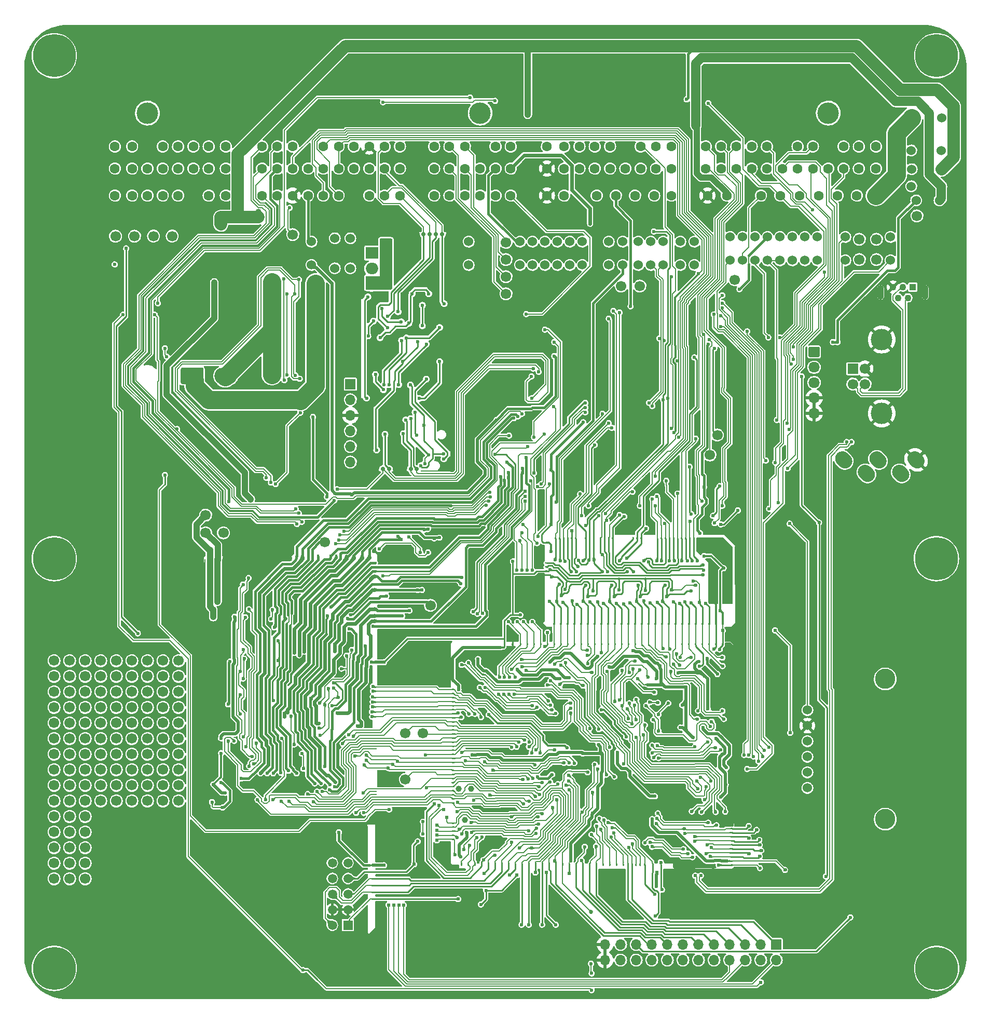
<source format=gbl>
G75*
G70*
%OFA0B0*%
%FSLAX25Y25*%
%IPPOS*%
%LPD*%
%AMOC8*
5,1,8,0,0,1.08239X$1,22.5*
%
%AMM170*
21,1,0.009840,0.009840,-0.000000,-0.000000,180.000000*
21,1,0.000000,0.019680,-0.000000,-0.000000,180.000000*
1,1,0.009840,-0.000000,0.004920*
1,1,0.009840,-0.000000,0.004920*
1,1,0.009840,-0.000000,-0.004920*
1,1,0.009840,-0.000000,-0.004920*
%
%AMM171*
21,1,0.009840,0.009840,-0.000000,-0.000000,270.000000*
21,1,0.000000,0.019680,-0.000000,-0.000000,270.000000*
1,1,0.009840,-0.004920,-0.000000*
1,1,0.009840,-0.004920,-0.000000*
1,1,0.009840,0.004920,-0.000000*
1,1,0.009840,0.004920,-0.000000*
%
%AMM254*
21,1,0.007870,1.133860,-0.000000,-0.000000,0.000000*
21,1,0.000000,1.141730,-0.000000,-0.000000,0.000000*
1,1,0.007870,-0.000000,-0.566930*
1,1,0.007870,-0.000000,-0.566930*
1,1,0.007870,-0.000000,0.566930*
1,1,0.007870,-0.000000,0.566930*
%
%AMM317*
21,1,0.039370,0.007870,-0.000000,-0.000000,315.000000*
1,1,0.007870,-0.013920,0.013920*
1,1,0.007870,0.013920,-0.013920*
%
%AMM337*
21,1,0.007870,0.078350,-0.000000,0.000000,225.000000*
21,1,0.000000,0.086220,-0.000000,0.000000,225.000000*
1,1,0.007870,-0.027700,0.027700*
1,1,0.007870,-0.027700,0.027700*
1,1,0.007870,0.027700,-0.027700*
1,1,0.007870,0.027700,-0.027700*
%
%AMM338*
21,1,0.007870,0.643700,-0.000000,0.000000,0.000000*
21,1,0.000000,0.651580,-0.000000,0.000000,0.000000*
1,1,0.007870,-0.000000,-0.321850*
1,1,0.007870,-0.000000,-0.321850*
1,1,0.007870,-0.000000,0.321850*
1,1,0.007870,-0.000000,0.321850*
%
%AMM339*
21,1,0.007870,0.287010,-0.000000,0.000000,270.000000*
21,1,0.000000,0.294880,-0.000000,0.000000,270.000000*
1,1,0.007870,-0.143500,0.000000*
1,1,0.007870,-0.143500,0.000000*
1,1,0.007870,0.143500,0.000000*
1,1,0.007870,0.143500,0.000000*
%
%AMM340*
21,1,0.007870,0.023620,-0.000000,0.000000,315.000000*
21,1,0.000000,0.031500,-0.000000,0.000000,315.000000*
1,1,0.007870,-0.008350,-0.008350*
1,1,0.007870,-0.008350,-0.008350*
1,1,0.007870,0.008350,0.008350*
1,1,0.007870,0.008350,0.008350*
%
%AMM341*
21,1,0.007870,0.361020,-0.000000,0.000000,90.000000*
21,1,0.000000,0.368900,-0.000000,0.000000,90.000000*
1,1,0.007870,0.180510,0.000000*
1,1,0.007870,0.180510,0.000000*
1,1,0.007870,-0.180510,0.000000*
1,1,0.007870,-0.180510,0.000000*
%
%AMM342*
21,1,0.009840,0.009840,-0.000000,0.000000,270.000000*
21,1,0.000000,0.019680,-0.000000,0.000000,270.000000*
1,1,0.009840,-0.004920,0.000000*
1,1,0.009840,-0.004920,0.000000*
1,1,0.009840,0.004920,0.000000*
1,1,0.009840,0.004920,0.000000*
%
%ADD100O,0.01575X0.00787*%
%ADD106O,0.00787X1.60630*%
%ADD115C,0.02400*%
%ADD127R,0.19882X0.00984*%
%ADD128C,0.02756*%
%ADD129O,0.04331X0.09449*%
%ADD133C,0.02362*%
%ADD138C,0.13780*%
%ADD143C,0.03937*%
%ADD16C,0.02000*%
%ADD164O,0.14567X0.10630*%
%ADD169O,0.03150X0.02362*%
%ADD174C,0.06299*%
%ADD176C,0.04331*%
%ADD195C,0.06693*%
%ADD196C,0.07874*%
%ADD198R,0.06693X0.06693*%
%ADD199C,0.05906*%
%ADD203C,0.00787*%
%ADD206C,0.11811*%
%ADD218O,0.03937X0.05906*%
%ADD22O,0.44882X0.04331*%
%ADD235C,0.13000*%
%ADD245R,0.08858X0.00984*%
%ADD253C,0.01000*%
%ADD254C,0.27559*%
%ADD257R,0.04331X0.04331*%
%ADD259O,1.00787X0.00787*%
%ADD26C,0.01181*%
%ADD264R,0.38386X0.00984*%
%ADD265C,0.01968*%
%ADD266O,0.06693X0.06693*%
%ADD276R,0.12205X0.00984*%
%ADD279C,0.01575*%
%ADD280O,0.07283X0.06693*%
%ADD312R,0.03740X0.00984*%
%ADD315O,0.01575X0.02362*%
%ADD316C,0.00800*%
%ADD317R,0.00984X1.54528*%
%ADD32C,0.02700*%
%ADD323O,0.02362X0.03150*%
%ADD34R,0.05906X0.05906*%
%ADD340O,0.02362X0.01575*%
%ADD344C,0.00984*%
%ADD359C,0.03900*%
%ADD389M170*%
%ADD390M171*%
%ADD481M254*%
%ADD559M317*%
%ADD579M337*%
%ADD580M338*%
%ADD581M339*%
%ADD582M340*%
%ADD583M341*%
%ADD584M342*%
%ADD631R,0.07874X0.07500*%
%ADD632O,0.07874X0.07500*%
%ADD81C,0.06000*%
X0000000Y0000000D02*
%LPD*%
G01*
D133*
X0297120Y0070059D03*
X0303321Y0050748D03*
X0353337Y0050784D03*
X0319955Y0048110D03*
X0324581Y0048110D03*
X0333144Y0048110D03*
X0341904Y0048110D03*
D81*
X0589581Y0522068D03*
X0570290Y0522068D03*
X0461936Y0474568D03*
X0461936Y0489568D03*
X0556936Y0474568D03*
X0556936Y0489568D03*
D195*
X0245285Y0141379D03*
X0245285Y0170915D03*
D198*
X0209936Y0395068D03*
D266*
X0209936Y0385068D03*
X0209936Y0375068D03*
X0209936Y0365068D03*
X0209936Y0355068D03*
X0209936Y0345068D03*
D195*
X0172936Y0491068D03*
X0079567Y0177549D03*
X0079567Y0187549D03*
X0079567Y0197549D03*
X0079567Y0207549D03*
X0079567Y0217549D03*
X0089567Y0177549D03*
X0089567Y0187549D03*
X0089567Y0197549D03*
X0089567Y0207549D03*
X0089567Y0217549D03*
X0099567Y0177549D03*
X0099567Y0187549D03*
X0099567Y0197549D03*
X0099567Y0207549D03*
X0099567Y0217549D03*
D81*
X0485936Y0474568D03*
X0485936Y0489568D03*
D195*
X0309936Y0464068D03*
X0116936Y0311045D03*
X0049567Y0127549D03*
X0049567Y0137549D03*
X0049567Y0147549D03*
X0049567Y0157549D03*
X0049567Y0167549D03*
X0059567Y0127549D03*
X0059567Y0137549D03*
X0059567Y0147549D03*
X0059567Y0157549D03*
X0059567Y0167549D03*
X0069567Y0127549D03*
X0069567Y0137549D03*
X0069567Y0147549D03*
X0069567Y0157549D03*
X0069567Y0167549D03*
D106*
X0116601Y0200223D03*
D259*
X0169356Y0117448D03*
G36*
G01*
X0116885Y0120516D02*
X0119669Y0117732D01*
G75*
G02*
X0119669Y0117175I-000278J-000278D01*
G01*
X0119669Y0117175D01*
G75*
G02*
X0119112Y0117175I-000278J0000278D01*
G01*
X0116328Y0119959D01*
G75*
G02*
X0116328Y0120516I0000278J0000278D01*
G01*
X0116328Y0120516D01*
G75*
G02*
X0116885Y0120516I0000278J-000278D01*
G01*
G37*
D218*
X0119744Y0282846D03*
X0124688Y0282846D03*
D22*
X0150059Y0283339D03*
D315*
X0175453Y0284520D03*
D323*
X0179291Y0284126D03*
D315*
X0182716Y0284520D03*
X0185591Y0284520D03*
X0189113Y0284520D03*
X0197283Y0284520D03*
X0200826Y0284520D03*
X0203622Y0284520D03*
D323*
X0207638Y0284126D03*
X0212264Y0284126D03*
X0217579Y0284126D03*
X0222205Y0284126D03*
D340*
X0225748Y0280464D03*
X0225748Y0277728D03*
X0225748Y0275050D03*
D169*
X0225374Y0271823D03*
D340*
X0225748Y0266684D03*
D169*
X0225374Y0262866D03*
D340*
X0225748Y0257846D03*
X0225748Y0255287D03*
D169*
X0225374Y0250563D03*
X0225374Y0246331D03*
X0225374Y0242886D03*
D340*
X0225748Y0239638D03*
X0225748Y0216606D03*
D100*
X0226161Y0200642D03*
X0226161Y0198043D03*
X0226161Y0193870D03*
X0226161Y0191098D03*
X0226161Y0187948D03*
X0226161Y0184799D03*
X0226161Y0181665D03*
X0226161Y0173024D03*
X0226161Y0171291D03*
X0226161Y0169559D03*
X0226161Y0167827D03*
X0226161Y0166095D03*
X0226161Y0164362D03*
X0226161Y0162630D03*
X0226161Y0160898D03*
X0226161Y0156469D03*
X0226161Y0153870D03*
X0226161Y0151272D03*
X0226161Y0148673D03*
X0226161Y0135268D03*
X0226161Y0133535D03*
X0226161Y0131803D03*
X0226161Y0130071D03*
X0226161Y0128339D03*
X0226161Y0126606D03*
X0226161Y0124874D03*
D81*
X0350936Y0471568D03*
X0350936Y0486568D03*
D195*
X0309936Y0453068D03*
D138*
X0516936Y0569116D03*
X0293314Y0569116D03*
X0079534Y0569116D03*
D174*
X0058668Y0547659D03*
X0069692Y0547659D03*
X0089377Y0547659D03*
X0099219Y0547659D03*
X0109062Y0547659D03*
X0118904Y0547659D03*
X0129928Y0547659D03*
X0153156Y0547659D03*
X0162999Y0547659D03*
X0172841Y0547659D03*
X0192526Y0547659D03*
X0202369Y0547659D03*
X0212211Y0547659D03*
X0222054Y0547659D03*
X0231896Y0547659D03*
X0241739Y0547659D03*
X0263786Y0547659D03*
X0273629Y0547659D03*
X0283471Y0547659D03*
X0303156Y0547659D03*
X0312999Y0547659D03*
X0336227Y0547659D03*
X0347251Y0547659D03*
X0357093Y0547659D03*
X0366936Y0547659D03*
X0376778Y0547659D03*
X0396463Y0547659D03*
X0406306Y0547659D03*
X0416148Y0547659D03*
X0438196Y0547659D03*
X0448038Y0547659D03*
X0457881Y0547659D03*
X0467723Y0547659D03*
X0477566Y0547659D03*
X0497251Y0547659D03*
X0507093Y0547659D03*
X0526778Y0547659D03*
X0536621Y0547659D03*
X0547644Y0547659D03*
X0058668Y0533486D03*
X0069692Y0533486D03*
X0079534Y0533486D03*
X0089377Y0533486D03*
X0099219Y0533486D03*
X0109062Y0533486D03*
X0118904Y0533486D03*
X0129928Y0533486D03*
X0153156Y0533486D03*
X0162999Y0533486D03*
X0172841Y0533486D03*
X0182684Y0533486D03*
X0192526Y0533486D03*
X0202369Y0533486D03*
X0212211Y0533486D03*
X0222054Y0533486D03*
X0231896Y0533486D03*
X0241739Y0533486D03*
X0263786Y0533486D03*
X0273629Y0533486D03*
X0283471Y0533486D03*
X0293314Y0533486D03*
X0303156Y0533486D03*
X0312999Y0533486D03*
X0336227Y0533486D03*
X0347251Y0533486D03*
X0357093Y0533486D03*
X0366936Y0533486D03*
X0376778Y0533486D03*
X0386621Y0533486D03*
X0396463Y0533486D03*
X0406306Y0533486D03*
X0416148Y0533486D03*
X0438196Y0533486D03*
X0448038Y0533486D03*
X0457881Y0533486D03*
X0467723Y0533486D03*
X0477566Y0533486D03*
X0487408Y0533486D03*
X0497251Y0533486D03*
X0507093Y0533486D03*
X0516936Y0533486D03*
X0526778Y0533486D03*
X0536621Y0533486D03*
X0547644Y0533486D03*
X0058668Y0516163D03*
X0069692Y0516163D03*
X0079534Y0516163D03*
X0089377Y0516163D03*
X0099219Y0516163D03*
X0118904Y0516163D03*
X0129928Y0516163D03*
X0153156Y0516163D03*
X0162999Y0516163D03*
X0172841Y0516163D03*
X0182684Y0516163D03*
X0192526Y0516163D03*
X0202369Y0516163D03*
X0222054Y0516163D03*
X0231896Y0516163D03*
X0241739Y0516163D03*
X0263786Y0516163D03*
X0273629Y0516163D03*
X0283471Y0516163D03*
X0293314Y0516163D03*
X0303156Y0516163D03*
X0312999Y0516163D03*
X0336227Y0516163D03*
X0347251Y0516163D03*
X0368156Y0516163D03*
X0380479Y0516163D03*
X0392802Y0516163D03*
X0405125Y0516163D03*
X0416148Y0516163D03*
X0439377Y0516163D03*
X0451700Y0516163D03*
X0473707Y0516163D03*
X0486030Y0516163D03*
X0498353Y0516163D03*
X0510676Y0516163D03*
X0522999Y0516163D03*
X0535322Y0516163D03*
X0547644Y0516163D03*
D195*
X0547936Y0488068D03*
X0395936Y0458068D03*
X0128353Y0299627D03*
D81*
X0527936Y0474568D03*
X0527936Y0489568D03*
X0184936Y0471568D03*
X0184936Y0486568D03*
D257*
X0571266Y0457403D03*
D176*
X0568117Y0450513D03*
X0564967Y0457403D03*
X0561818Y0450513D03*
X0558668Y0457403D03*
D129*
X0579337Y0453958D03*
X0550597Y0453958D03*
D81*
X0493936Y0474568D03*
X0493936Y0489568D03*
X0199936Y0488714D03*
X0199936Y0469423D03*
X0509936Y0474568D03*
X0509936Y0489568D03*
D198*
X0532743Y0404942D03*
D195*
X0532743Y0395100D03*
X0540617Y0395100D03*
X0540617Y0404942D03*
D138*
X0551286Y0376320D03*
X0551286Y0423722D03*
D195*
X0256349Y0170906D03*
D133*
X0327520Y0405113D03*
X0330965Y0403046D03*
X0326339Y0400093D03*
X0326635Y0386117D03*
D235*
X0553550Y0205867D03*
X0553550Y0115867D03*
D81*
X0503550Y0185867D03*
X0503550Y0175867D03*
X0503550Y0165867D03*
X0503550Y0155867D03*
X0503550Y0145867D03*
X0503550Y0135867D03*
X0402936Y0486568D03*
X0402936Y0471568D03*
D195*
X0019567Y0177549D03*
X0019567Y0187549D03*
X0019567Y0197549D03*
X0019567Y0207549D03*
X0019567Y0217549D03*
X0029567Y0177549D03*
X0029567Y0187549D03*
X0029567Y0197549D03*
X0029567Y0207549D03*
X0029567Y0217549D03*
X0039567Y0177549D03*
X0039567Y0187549D03*
X0039567Y0197549D03*
X0039567Y0207549D03*
X0039567Y0217549D03*
X0059054Y0490068D03*
D133*
X0406667Y0072652D03*
X0410112Y0070585D03*
X0405486Y0067632D03*
X0405782Y0053656D03*
D195*
X0116936Y0299627D03*
G36*
G01*
X0114574Y0395100D02*
X0101975Y0395100D01*
G75*
G02*
X0100991Y0396084I0000000J0000984D01*
G01*
X0100991Y0404745D01*
G75*
G02*
X0101975Y0405730I0000984J0000000D01*
G01*
X0114574Y0405730D01*
G75*
G02*
X0115558Y0404745I0000000J-000984D01*
G01*
X0115558Y0396084D01*
G75*
G02*
X0114574Y0395100I-000984J0000000D01*
G01*
G37*
D164*
X0129928Y0400415D03*
D195*
X0573936Y0503068D03*
D81*
X0469936Y0474568D03*
X0469936Y0489568D03*
X0209936Y0488714D03*
X0209936Y0469423D03*
D254*
X0019685Y0020079D03*
G36*
G01*
X0220875Y0110676D02*
X0184772Y0110676D01*
G75*
G02*
X0184379Y0111070I0000000J0000394D01*
G01*
X0184379Y0111070D01*
G75*
G02*
X0184772Y0111463I0000394J0000000D01*
G01*
X0220875Y0111463D01*
G75*
G02*
X0221269Y0111070I0000000J-000394D01*
G01*
X0221269Y0111070D01*
G75*
G02*
X0220875Y0110676I-000394J0000000D01*
G01*
G37*
G36*
G01*
X0185021Y0046866D02*
X0190561Y0041326D01*
G75*
G02*
X0190561Y0040769I-000278J-000278D01*
G01*
X0190561Y0040769D01*
G75*
G02*
X0190004Y0040769I-000278J0000278D01*
G01*
X0184464Y0046309D01*
G75*
G02*
X0184464Y0046866I0000278J0000278D01*
G01*
X0184464Y0046866D01*
G75*
G02*
X0185021Y0046866I0000278J-000278D01*
G01*
G37*
G36*
G01*
X0218875Y0041342D02*
X0220545Y0043012D01*
G75*
G02*
X0221102Y0043012I0000278J-000278D01*
G01*
X0221102Y0043012D01*
G75*
G02*
X0221102Y0042455I-000278J-000278D01*
G01*
X0219431Y0040785D01*
G75*
G02*
X0218875Y0040785I-000278J0000278D01*
G01*
X0218875Y0040785D01*
G75*
G02*
X0218875Y0041342I0000278J0000278D01*
G01*
G37*
G36*
G01*
X0184340Y0046613D02*
X0184340Y0110983D01*
G75*
G02*
X0184734Y0111377I0000394J0000000D01*
G01*
X0184734Y0111377D01*
G75*
G02*
X0185128Y0110983I0000000J-000394D01*
G01*
X0185128Y0046613D01*
G75*
G02*
X0184734Y0046220I-000394J0000000D01*
G01*
X0184734Y0046220D01*
G75*
G02*
X0184340Y0046613I0000000J0000394D01*
G01*
G37*
G36*
G01*
X0190400Y0041414D02*
X0219101Y0041414D01*
G75*
G02*
X0219494Y0041021I0000000J-000394D01*
G01*
X0219494Y0041021D01*
G75*
G02*
X0219101Y0040627I-000394J0000000D01*
G01*
X0190400Y0040627D01*
G75*
G02*
X0190006Y0041021I0000000J0000394D01*
G01*
X0190006Y0041021D01*
G75*
G02*
X0190400Y0041414I0000394J0000000D01*
G01*
G37*
G36*
G01*
X0223638Y0086788D02*
X0224622Y0086788D01*
G75*
G02*
X0225114Y0086296I0000000J-000492D01*
G01*
X0225114Y0086296D01*
G75*
G02*
X0224622Y0085804I-000492J0000000D01*
G01*
X0223638Y0085804D01*
G75*
G02*
X0223146Y0086296I0000000J0000492D01*
G01*
X0223146Y0086296D01*
G75*
G02*
X0223638Y0086788I0000492J0000000D01*
G01*
G37*
G36*
G01*
X0223638Y0082458D02*
X0224622Y0082458D01*
G75*
G02*
X0225114Y0081965I0000000J-000492D01*
G01*
X0225114Y0081965D01*
G75*
G02*
X0224622Y0081473I-000492J0000000D01*
G01*
X0223638Y0081473D01*
G75*
G02*
X0223146Y0081965I0000000J0000492D01*
G01*
X0223146Y0081965D01*
G75*
G02*
X0223638Y0082458I0000492J0000000D01*
G01*
G37*
G36*
G01*
X0223638Y0078127D02*
X0224622Y0078127D01*
G75*
G02*
X0225114Y0077635I0000000J-000492D01*
G01*
X0225114Y0077635D01*
G75*
G02*
X0224622Y0077143I-000492J0000000D01*
G01*
X0223638Y0077143D01*
G75*
G02*
X0223146Y0077635I0000000J0000492D01*
G01*
X0223146Y0077635D01*
G75*
G02*
X0223638Y0078127I0000492J0000000D01*
G01*
G37*
G36*
G01*
X0223638Y0073796D02*
X0224622Y0073796D01*
G75*
G02*
X0225114Y0073304I0000000J-000492D01*
G01*
X0225114Y0073304D01*
G75*
G02*
X0224622Y0072812I-000492J0000000D01*
G01*
X0223638Y0072812D01*
G75*
G02*
X0223146Y0073304I0000000J0000492D01*
G01*
X0223146Y0073304D01*
G75*
G02*
X0223638Y0073796I0000492J0000000D01*
G01*
G37*
G36*
G01*
X0223638Y0069465D02*
X0224622Y0069465D01*
G75*
G02*
X0225114Y0068973I0000000J-000492D01*
G01*
X0225114Y0068973D01*
G75*
G02*
X0224622Y0068481I-000492J0000000D01*
G01*
X0223638Y0068481D01*
G75*
G02*
X0223146Y0068973I0000000J0000492D01*
G01*
X0223146Y0068973D01*
G75*
G02*
X0223638Y0069465I0000492J0000000D01*
G01*
G37*
G36*
G01*
X0223638Y0065135D02*
X0224622Y0065135D01*
G75*
G02*
X0225114Y0064643I0000000J-000492D01*
G01*
X0225114Y0064643D01*
G75*
G02*
X0224622Y0064151I-000492J0000000D01*
G01*
X0223638Y0064151D01*
G75*
G02*
X0223146Y0064643I0000000J0000492D01*
G01*
X0223146Y0064643D01*
G75*
G02*
X0223638Y0065135I0000492J0000000D01*
G01*
G37*
D195*
X0309936Y0486068D03*
X0019567Y0077549D03*
X0019567Y0087549D03*
X0019567Y0097549D03*
X0019567Y0107549D03*
X0019567Y0117549D03*
X0029567Y0077549D03*
X0029567Y0087549D03*
X0029567Y0097549D03*
X0029567Y0107549D03*
X0029567Y0117549D03*
X0039567Y0077549D03*
X0039567Y0087549D03*
X0039567Y0097549D03*
X0039567Y0107549D03*
X0039567Y0117549D03*
G36*
G01*
X0335286Y0273039D02*
X0336270Y0273039D01*
G75*
G02*
X0336762Y0272547I0000000J-000492D01*
G01*
X0336762Y0272547D01*
G75*
G02*
X0336270Y0272054I-000492J0000000D01*
G01*
X0335286Y0272054D01*
G75*
G02*
X0334794Y0272547I0000000J0000492D01*
G01*
X0334794Y0272547D01*
G75*
G02*
X0335286Y0273039I0000492J0000000D01*
G01*
G37*
G36*
G01*
X0335286Y0275637D02*
X0336270Y0275637D01*
G75*
G02*
X0336762Y0275145I0000000J-000492D01*
G01*
X0336762Y0275145D01*
G75*
G02*
X0336270Y0274653I-000492J0000000D01*
G01*
X0335286Y0274653D01*
G75*
G02*
X0334794Y0275145I0000000J0000492D01*
G01*
X0334794Y0275145D01*
G75*
G02*
X0335286Y0275637I0000492J0000000D01*
G01*
G37*
G36*
G01*
X0335286Y0278236D02*
X0336270Y0278236D01*
G75*
G02*
X0336762Y0277743I0000000J-000492D01*
G01*
X0336762Y0277743D01*
G75*
G02*
X0336270Y0277251I-000492J0000000D01*
G01*
X0335286Y0277251D01*
G75*
G02*
X0334794Y0277743I0000000J0000492D01*
G01*
X0334794Y0277743D01*
G75*
G02*
X0335286Y0278236I0000492J0000000D01*
G01*
G37*
G36*
G01*
X0335286Y0280834D02*
X0336270Y0280834D01*
G75*
G02*
X0336762Y0280342I0000000J-000492D01*
G01*
X0336762Y0280342D01*
G75*
G02*
X0336270Y0279850I-000492J0000000D01*
G01*
X0335286Y0279850D01*
G75*
G02*
X0334794Y0280342I0000000J0000492D01*
G01*
X0334794Y0280342D01*
G75*
G02*
X0335286Y0280834I0000492J0000000D01*
G01*
G37*
G36*
G01*
X0335286Y0293826D02*
X0336270Y0293826D01*
G75*
G02*
X0336762Y0293334I0000000J-000492D01*
G01*
X0336762Y0293334D01*
G75*
G02*
X0336270Y0292842I-000492J0000000D01*
G01*
X0335286Y0292842D01*
G75*
G02*
X0334794Y0293334I0000000J0000492D01*
G01*
X0334794Y0293334D01*
G75*
G02*
X0335286Y0293826I0000492J0000000D01*
G01*
G37*
G36*
G01*
X0448554Y0240681D02*
X0448554Y0241665D01*
G75*
G02*
X0449046Y0242158I0000492J0000000D01*
G01*
X0449046Y0242158D01*
G75*
G02*
X0449538Y0241665I0000000J-000492D01*
G01*
X0449538Y0240681D01*
G75*
G02*
X0449046Y0240189I-000492J0000000D01*
G01*
X0449046Y0240189D01*
G75*
G02*
X0448554Y0240681I0000000J0000492D01*
G01*
G37*
G36*
G01*
X0445207Y0241665D02*
X0445207Y0240681D01*
G75*
G02*
X0444715Y0240189I-000492J0000000D01*
G01*
X0444715Y0240189D01*
G75*
G02*
X0444223Y0240681I0000000J0000492D01*
G01*
X0444223Y0241665D01*
G75*
G02*
X0444715Y0242158I0000492J0000000D01*
G01*
X0444715Y0242158D01*
G75*
G02*
X0445207Y0241665I0000000J-000492D01*
G01*
G37*
G36*
G01*
X0440877Y0241665D02*
X0440877Y0240681D01*
G75*
G02*
X0440384Y0240189I-000492J0000000D01*
G01*
X0440384Y0240189D01*
G75*
G02*
X0439892Y0240681I0000000J0000492D01*
G01*
X0439892Y0241665D01*
G75*
G02*
X0440384Y0242158I0000492J0000000D01*
G01*
X0440384Y0242158D01*
G75*
G02*
X0440877Y0241665I0000000J-000492D01*
G01*
G37*
G36*
G01*
X0436546Y0241665D02*
X0436546Y0240681D01*
G75*
G02*
X0436054Y0240189I-000492J0000000D01*
G01*
X0436054Y0240189D01*
G75*
G02*
X0435562Y0240681I0000000J0000492D01*
G01*
X0435562Y0241665D01*
G75*
G02*
X0436054Y0242158I0000492J0000000D01*
G01*
X0436054Y0242158D01*
G75*
G02*
X0436546Y0241665I0000000J-000492D01*
G01*
G37*
G36*
G01*
X0432215Y0241665D02*
X0432215Y0240681D01*
G75*
G02*
X0431723Y0240189I-000492J0000000D01*
G01*
X0431723Y0240189D01*
G75*
G02*
X0431231Y0240681I0000000J0000492D01*
G01*
X0431231Y0241665D01*
G75*
G02*
X0431723Y0242158I0000492J0000000D01*
G01*
X0431723Y0242158D01*
G75*
G02*
X0432215Y0241665I0000000J-000492D01*
G01*
G37*
G36*
G01*
X0427884Y0241665D02*
X0427884Y0240681D01*
G75*
G02*
X0427392Y0240189I-000492J0000000D01*
G01*
X0427392Y0240189D01*
G75*
G02*
X0426900Y0240681I0000000J0000492D01*
G01*
X0426900Y0241665D01*
G75*
G02*
X0427392Y0242158I0000492J0000000D01*
G01*
X0427392Y0242158D01*
G75*
G02*
X0427884Y0241665I0000000J-000492D01*
G01*
G37*
G36*
G01*
X0423554Y0241665D02*
X0423554Y0240681D01*
G75*
G02*
X0423062Y0240189I-000492J0000000D01*
G01*
X0423062Y0240189D01*
G75*
G02*
X0422569Y0240681I0000000J0000492D01*
G01*
X0422569Y0241665D01*
G75*
G02*
X0423062Y0242158I0000492J0000000D01*
G01*
X0423062Y0242158D01*
G75*
G02*
X0423554Y0241665I0000000J-000492D01*
G01*
G37*
G36*
G01*
X0419223Y0241665D02*
X0419223Y0240681D01*
G75*
G02*
X0418731Y0240189I-000492J0000000D01*
G01*
X0418731Y0240189D01*
G75*
G02*
X0418239Y0240681I0000000J0000492D01*
G01*
X0418239Y0241665D01*
G75*
G02*
X0418731Y0242158I0000492J0000000D01*
G01*
X0418731Y0242158D01*
G75*
G02*
X0419223Y0241665I0000000J-000492D01*
G01*
G37*
G36*
G01*
X0414892Y0241665D02*
X0414892Y0240681D01*
G75*
G02*
X0414400Y0240189I-000492J0000000D01*
G01*
X0414400Y0240189D01*
G75*
G02*
X0413908Y0240681I0000000J0000492D01*
G01*
X0413908Y0241665D01*
G75*
G02*
X0414400Y0242158I0000492J0000000D01*
G01*
X0414400Y0242158D01*
G75*
G02*
X0414892Y0241665I0000000J-000492D01*
G01*
G37*
G36*
G01*
X0410562Y0241665D02*
X0410562Y0240681D01*
G75*
G02*
X0410069Y0240189I-000492J0000000D01*
G01*
X0410069Y0240189D01*
G75*
G02*
X0409577Y0240681I0000000J0000492D01*
G01*
X0409577Y0241665D01*
G75*
G02*
X0410069Y0242158I0000492J0000000D01*
G01*
X0410069Y0242158D01*
G75*
G02*
X0410562Y0241665I0000000J-000492D01*
G01*
G37*
G36*
G01*
X0406231Y0241665D02*
X0406231Y0240681D01*
G75*
G02*
X0405739Y0240189I-000492J0000000D01*
G01*
X0405739Y0240189D01*
G75*
G02*
X0405247Y0240681I0000000J0000492D01*
G01*
X0405247Y0241665D01*
G75*
G02*
X0405739Y0242158I0000492J0000000D01*
G01*
X0405739Y0242158D01*
G75*
G02*
X0406231Y0241665I0000000J-000492D01*
G01*
G37*
G36*
G01*
X0401900Y0241665D02*
X0401900Y0240681D01*
G75*
G02*
X0401408Y0240189I-000492J0000000D01*
G01*
X0401408Y0240189D01*
G75*
G02*
X0400916Y0240681I0000000J0000492D01*
G01*
X0400916Y0241665D01*
G75*
G02*
X0401408Y0242158I0000492J0000000D01*
G01*
X0401408Y0242158D01*
G75*
G02*
X0401900Y0241665I0000000J-000492D01*
G01*
G37*
G36*
G01*
X0397570Y0241665D02*
X0397570Y0240681D01*
G75*
G02*
X0397077Y0240189I-000492J0000000D01*
G01*
X0397077Y0240189D01*
G75*
G02*
X0396585Y0240681I0000000J0000492D01*
G01*
X0396585Y0241665D01*
G75*
G02*
X0397077Y0242158I0000492J0000000D01*
G01*
X0397077Y0242158D01*
G75*
G02*
X0397570Y0241665I0000000J-000492D01*
G01*
G37*
G36*
G01*
X0393239Y0241665D02*
X0393239Y0240681D01*
G75*
G02*
X0392747Y0240189I-000492J0000000D01*
G01*
X0392747Y0240189D01*
G75*
G02*
X0392255Y0240681I0000000J0000492D01*
G01*
X0392255Y0241665D01*
G75*
G02*
X0392747Y0242158I0000492J0000000D01*
G01*
X0392747Y0242158D01*
G75*
G02*
X0393239Y0241665I0000000J-000492D01*
G01*
G37*
G36*
G01*
X0388908Y0241665D02*
X0388908Y0240681D01*
G75*
G02*
X0388416Y0240189I-000492J0000000D01*
G01*
X0388416Y0240189D01*
G75*
G02*
X0387924Y0240681I0000000J0000492D01*
G01*
X0387924Y0241665D01*
G75*
G02*
X0388416Y0242158I0000492J0000000D01*
G01*
X0388416Y0242158D01*
G75*
G02*
X0388908Y0241665I0000000J-000492D01*
G01*
G37*
G36*
G01*
X0384577Y0241665D02*
X0384577Y0240681D01*
G75*
G02*
X0384085Y0240189I-000492J0000000D01*
G01*
X0384085Y0240189D01*
G75*
G02*
X0383593Y0240681I0000000J0000492D01*
G01*
X0383593Y0241665D01*
G75*
G02*
X0384085Y0242158I0000492J0000000D01*
G01*
X0384085Y0242158D01*
G75*
G02*
X0384577Y0241665I0000000J-000492D01*
G01*
G37*
G36*
G01*
X0380247Y0241665D02*
X0380247Y0240681D01*
G75*
G02*
X0379755Y0240189I-000492J0000000D01*
G01*
X0379755Y0240189D01*
G75*
G02*
X0379262Y0240681I0000000J0000492D01*
G01*
X0379262Y0241665D01*
G75*
G02*
X0379755Y0242158I0000492J0000000D01*
G01*
X0379755Y0242158D01*
G75*
G02*
X0380247Y0241665I0000000J-000492D01*
G01*
G37*
G36*
G01*
X0375916Y0241665D02*
X0375916Y0240681D01*
G75*
G02*
X0375424Y0240189I-000492J0000000D01*
G01*
X0375424Y0240189D01*
G75*
G02*
X0374932Y0240681I0000000J0000492D01*
G01*
X0374932Y0241665D01*
G75*
G02*
X0375424Y0242158I0000492J0000000D01*
G01*
X0375424Y0242158D01*
G75*
G02*
X0375916Y0241665I0000000J-000492D01*
G01*
G37*
G36*
G01*
X0371585Y0241665D02*
X0371585Y0240681D01*
G75*
G02*
X0371093Y0240189I-000492J0000000D01*
G01*
X0371093Y0240189D01*
G75*
G02*
X0370601Y0240681I0000000J0000492D01*
G01*
X0370601Y0241665D01*
G75*
G02*
X0371093Y0242158I0000492J0000000D01*
G01*
X0371093Y0242158D01*
G75*
G02*
X0371585Y0241665I0000000J-000492D01*
G01*
G37*
G36*
G01*
X0367255Y0241665D02*
X0367255Y0240681D01*
G75*
G02*
X0366762Y0240189I-000492J0000000D01*
G01*
X0366762Y0240189D01*
G75*
G02*
X0366270Y0240681I0000000J0000492D01*
G01*
X0366270Y0241665D01*
G75*
G02*
X0366762Y0242158I0000492J0000000D01*
G01*
X0366762Y0242158D01*
G75*
G02*
X0367255Y0241665I0000000J-000492D01*
G01*
G37*
G36*
G01*
X0362924Y0241665D02*
X0362924Y0240681D01*
G75*
G02*
X0362432Y0240189I-000492J0000000D01*
G01*
X0362432Y0240189D01*
G75*
G02*
X0361940Y0240681I0000000J0000492D01*
G01*
X0361940Y0241665D01*
G75*
G02*
X0362432Y0242158I0000492J0000000D01*
G01*
X0362432Y0242158D01*
G75*
G02*
X0362924Y0241665I0000000J-000492D01*
G01*
G37*
G36*
G01*
X0358593Y0241665D02*
X0358593Y0240681D01*
G75*
G02*
X0358101Y0240189I-000492J0000000D01*
G01*
X0358101Y0240189D01*
G75*
G02*
X0357609Y0240681I0000000J0000492D01*
G01*
X0357609Y0241665D01*
G75*
G02*
X0358101Y0242158I0000492J0000000D01*
G01*
X0358101Y0242158D01*
G75*
G02*
X0358593Y0241665I0000000J-000492D01*
G01*
G37*
G36*
G01*
X0354263Y0241665D02*
X0354263Y0240681D01*
G75*
G02*
X0353770Y0240189I-000492J0000000D01*
G01*
X0353770Y0240189D01*
G75*
G02*
X0353278Y0240681I0000000J0000492D01*
G01*
X0353278Y0241665D01*
G75*
G02*
X0353770Y0242158I0000492J0000000D01*
G01*
X0353770Y0242158D01*
G75*
G02*
X0354263Y0241665I0000000J-000492D01*
G01*
G37*
G36*
G01*
X0349932Y0241665D02*
X0349932Y0240681D01*
G75*
G02*
X0349440Y0240189I-000492J0000000D01*
G01*
X0349440Y0240189D01*
G75*
G02*
X0348948Y0240681I0000000J0000492D01*
G01*
X0348948Y0241665D01*
G75*
G02*
X0349440Y0242158I0000492J0000000D01*
G01*
X0349440Y0242158D01*
G75*
G02*
X0349932Y0241665I0000000J-000492D01*
G01*
G37*
G36*
G01*
X0345601Y0241665D02*
X0345601Y0240681D01*
G75*
G02*
X0345109Y0240189I-000492J0000000D01*
G01*
X0345109Y0240189D01*
G75*
G02*
X0344617Y0240681I0000000J0000492D01*
G01*
X0344617Y0241665D01*
G75*
G02*
X0345109Y0242158I0000492J0000000D01*
G01*
X0345109Y0242158D01*
G75*
G02*
X0345601Y0241665I0000000J-000492D01*
G01*
G37*
G36*
G01*
X0341270Y0241665D02*
X0341270Y0240681D01*
G75*
G02*
X0340778Y0240189I-000492J0000000D01*
G01*
X0340778Y0240189D01*
G75*
G02*
X0340286Y0240681I0000000J0000492D01*
G01*
X0340286Y0241665D01*
G75*
G02*
X0340778Y0242158I0000492J0000000D01*
G01*
X0340778Y0242158D01*
G75*
G02*
X0341270Y0241665I0000000J-000492D01*
G01*
G37*
G36*
G01*
X0342258Y0296634D02*
X0342258Y0295650D01*
G75*
G02*
X0341766Y0295158I-000492J0000000D01*
G01*
X0341766Y0295158D01*
G75*
G02*
X0341274Y0295650I0000000J0000492D01*
G01*
X0341274Y0296634D01*
G75*
G02*
X0341766Y0297126I0000492J0000000D01*
G01*
X0341766Y0297126D01*
G75*
G02*
X0342258Y0296634I0000000J-000492D01*
G01*
G37*
G36*
G01*
X0344857Y0296634D02*
X0344857Y0295650D01*
G75*
G02*
X0344365Y0295158I-000492J0000000D01*
G01*
X0344365Y0295158D01*
G75*
G02*
X0343873Y0295650I0000000J0000492D01*
G01*
X0343873Y0296634D01*
G75*
G02*
X0344365Y0297126I0000492J0000000D01*
G01*
X0344365Y0297126D01*
G75*
G02*
X0344857Y0296634I0000000J-000492D01*
G01*
G37*
G36*
G01*
X0347455Y0296634D02*
X0347455Y0295650D01*
G75*
G02*
X0346963Y0295158I-000492J0000000D01*
G01*
X0346963Y0295158D01*
G75*
G02*
X0346471Y0295650I0000000J0000492D01*
G01*
X0346471Y0296634D01*
G75*
G02*
X0346963Y0297126I0000492J0000000D01*
G01*
X0346963Y0297126D01*
G75*
G02*
X0347455Y0296634I0000000J-000492D01*
G01*
G37*
G36*
G01*
X0350054Y0296634D02*
X0350054Y0295650D01*
G75*
G02*
X0349562Y0295158I-000492J0000000D01*
G01*
X0349562Y0295158D01*
G75*
G02*
X0349069Y0295650I0000000J0000492D01*
G01*
X0349069Y0296634D01*
G75*
G02*
X0349562Y0297126I0000492J0000000D01*
G01*
X0349562Y0297126D01*
G75*
G02*
X0350054Y0296634I0000000J-000492D01*
G01*
G37*
G36*
G01*
X0352652Y0296634D02*
X0352652Y0295650D01*
G75*
G02*
X0352160Y0295158I-000492J0000000D01*
G01*
X0352160Y0295158D01*
G75*
G02*
X0351668Y0295650I0000000J0000492D01*
G01*
X0351668Y0296634D01*
G75*
G02*
X0352160Y0297126I0000492J0000000D01*
G01*
X0352160Y0297126D01*
G75*
G02*
X0352652Y0296634I0000000J-000492D01*
G01*
G37*
G36*
G01*
X0355251Y0296634D02*
X0355251Y0295650D01*
G75*
G02*
X0354758Y0295158I-000492J0000000D01*
G01*
X0354758Y0295158D01*
G75*
G02*
X0354266Y0295650I0000000J0000492D01*
G01*
X0354266Y0296634D01*
G75*
G02*
X0354758Y0297126I0000492J0000000D01*
G01*
X0354758Y0297126D01*
G75*
G02*
X0355251Y0296634I0000000J-000492D01*
G01*
G37*
G36*
G01*
X0361554Y0296634D02*
X0361554Y0295650D01*
G75*
G02*
X0361062Y0295158I-000492J0000000D01*
G01*
X0361062Y0295158D01*
G75*
G02*
X0360569Y0295650I0000000J0000492D01*
G01*
X0360569Y0296634D01*
G75*
G02*
X0361062Y0297126I0000492J0000000D01*
G01*
X0361062Y0297126D01*
G75*
G02*
X0361554Y0296634I0000000J-000492D01*
G01*
G37*
G36*
G01*
X0364152Y0296634D02*
X0364152Y0295650D01*
G75*
G02*
X0363660Y0295158I-000492J0000000D01*
G01*
X0363660Y0295158D01*
G75*
G02*
X0363168Y0295650I0000000J0000492D01*
G01*
X0363168Y0296634D01*
G75*
G02*
X0363660Y0297126I0000492J0000000D01*
G01*
X0363660Y0297126D01*
G75*
G02*
X0364152Y0296634I0000000J-000492D01*
G01*
G37*
G36*
G01*
X0366751Y0296634D02*
X0366751Y0295650D01*
G75*
G02*
X0366258Y0295158I-000492J0000000D01*
G01*
X0366258Y0295158D01*
G75*
G02*
X0365766Y0295650I0000000J0000492D01*
G01*
X0365766Y0296634D01*
G75*
G02*
X0366258Y0297126I0000492J0000000D01*
G01*
X0366258Y0297126D01*
G75*
G02*
X0366751Y0296634I0000000J-000492D01*
G01*
G37*
G36*
G01*
X0371164Y0296634D02*
X0371164Y0295650D01*
G75*
G02*
X0370671Y0295158I-000492J0000000D01*
G01*
X0370671Y0295158D01*
G75*
G02*
X0370179Y0295650I0000000J0000492D01*
G01*
X0370179Y0296634D01*
G75*
G02*
X0370671Y0297126I0000492J0000000D01*
G01*
X0370671Y0297126D01*
G75*
G02*
X0371164Y0296634I0000000J-000492D01*
G01*
G37*
G36*
G01*
X0373762Y0296634D02*
X0373762Y0295650D01*
G75*
G02*
X0373270Y0295158I-000492J0000000D01*
G01*
X0373270Y0295158D01*
G75*
G02*
X0372778Y0295650I0000000J0000492D01*
G01*
X0372778Y0296634D01*
G75*
G02*
X0373270Y0297126I0000492J0000000D01*
G01*
X0373270Y0297126D01*
G75*
G02*
X0373762Y0296634I0000000J-000492D01*
G01*
G37*
G36*
G01*
X0376360Y0296634D02*
X0376360Y0295650D01*
G75*
G02*
X0375868Y0295158I-000492J0000000D01*
G01*
X0375868Y0295158D01*
G75*
G02*
X0375376Y0295650I0000000J0000492D01*
G01*
X0375376Y0296634D01*
G75*
G02*
X0375868Y0297126I0000492J0000000D01*
G01*
X0375868Y0297126D01*
G75*
G02*
X0376360Y0296634I0000000J-000492D01*
G01*
G37*
G36*
G01*
X0378959Y0296634D02*
X0378959Y0295650D01*
G75*
G02*
X0378467Y0295158I-000492J0000000D01*
G01*
X0378467Y0295158D01*
G75*
G02*
X0377975Y0295650I0000000J0000492D01*
G01*
X0377975Y0296634D01*
G75*
G02*
X0378467Y0297126I0000492J0000000D01*
G01*
X0378467Y0297126D01*
G75*
G02*
X0378959Y0296634I0000000J-000492D01*
G01*
G37*
G36*
G01*
X0392054Y0296634D02*
X0392054Y0295650D01*
G75*
G02*
X0391562Y0295158I-000492J0000000D01*
G01*
X0391562Y0295158D01*
G75*
G02*
X0391069Y0295650I0000000J0000492D01*
G01*
X0391069Y0296634D01*
G75*
G02*
X0391562Y0297126I0000492J0000000D01*
G01*
X0391562Y0297126D01*
G75*
G02*
X0392054Y0296634I0000000J-000492D01*
G01*
G37*
G36*
G01*
X0394652Y0296634D02*
X0394652Y0295650D01*
G75*
G02*
X0394160Y0295158I-000492J0000000D01*
G01*
X0394160Y0295158D01*
G75*
G02*
X0393668Y0295650I0000000J0000492D01*
G01*
X0393668Y0296634D01*
G75*
G02*
X0394160Y0297126I0000492J0000000D01*
G01*
X0394160Y0297126D01*
G75*
G02*
X0394652Y0296634I0000000J-000492D01*
G01*
G37*
G36*
G01*
X0397251Y0296634D02*
X0397251Y0295650D01*
G75*
G02*
X0396758Y0295158I-000492J0000000D01*
G01*
X0396758Y0295158D01*
G75*
G02*
X0396266Y0295650I0000000J0000492D01*
G01*
X0396266Y0296634D01*
G75*
G02*
X0396758Y0297126I0000492J0000000D01*
G01*
X0396758Y0297126D01*
G75*
G02*
X0397251Y0296634I0000000J-000492D01*
G01*
G37*
G36*
G01*
X0407668Y0296634D02*
X0407668Y0295650D01*
G75*
G02*
X0407176Y0295158I-000492J0000000D01*
G01*
X0407176Y0295158D01*
G75*
G02*
X0406684Y0295650I0000000J0000492D01*
G01*
X0406684Y0296634D01*
G75*
G02*
X0407176Y0297126I0000492J0000000D01*
G01*
X0407176Y0297126D01*
G75*
G02*
X0407668Y0296634I0000000J-000492D01*
G01*
G37*
G36*
G01*
X0410266Y0296634D02*
X0410266Y0295650D01*
G75*
G02*
X0409774Y0295158I-000492J0000000D01*
G01*
X0409774Y0295158D01*
G75*
G02*
X0409282Y0295650I0000000J0000492D01*
G01*
X0409282Y0296634D01*
G75*
G02*
X0409774Y0297126I0000492J0000000D01*
G01*
X0409774Y0297126D01*
G75*
G02*
X0410266Y0296634I0000000J-000492D01*
G01*
G37*
G36*
G01*
X0412865Y0296634D02*
X0412865Y0295650D01*
G75*
G02*
X0412373Y0295158I-000492J0000000D01*
G01*
X0412373Y0295158D01*
G75*
G02*
X0411880Y0295650I0000000J0000492D01*
G01*
X0411880Y0296634D01*
G75*
G02*
X0412373Y0297126I0000492J0000000D01*
G01*
X0412373Y0297126D01*
G75*
G02*
X0412865Y0296634I0000000J-000492D01*
G01*
G37*
G36*
G01*
X0415463Y0296634D02*
X0415463Y0295650D01*
G75*
G02*
X0414971Y0295158I-000492J0000000D01*
G01*
X0414971Y0295158D01*
G75*
G02*
X0414479Y0295650I0000000J0000492D01*
G01*
X0414479Y0296634D01*
G75*
G02*
X0414971Y0297126I0000492J0000000D01*
G01*
X0414971Y0297126D01*
G75*
G02*
X0415463Y0296634I0000000J-000492D01*
G01*
G37*
G36*
G01*
X0418062Y0296634D02*
X0418062Y0295650D01*
G75*
G02*
X0417569Y0295158I-000492J0000000D01*
G01*
X0417569Y0295158D01*
G75*
G02*
X0417077Y0295650I0000000J0000492D01*
G01*
X0417077Y0296634D01*
G75*
G02*
X0417569Y0297126I0000492J0000000D01*
G01*
X0417569Y0297126D01*
G75*
G02*
X0418062Y0296634I0000000J-000492D01*
G01*
G37*
G36*
G01*
X0420660Y0296634D02*
X0420660Y0295650D01*
G75*
G02*
X0420168Y0295158I-000492J0000000D01*
G01*
X0420168Y0295158D01*
G75*
G02*
X0419676Y0295650I0000000J0000492D01*
G01*
X0419676Y0296634D01*
G75*
G02*
X0420168Y0297126I0000492J0000000D01*
G01*
X0420168Y0297126D01*
G75*
G02*
X0420660Y0296634I0000000J-000492D01*
G01*
G37*
G36*
G01*
X0423258Y0296634D02*
X0423258Y0295650D01*
G75*
G02*
X0422766Y0295158I-000492J0000000D01*
G01*
X0422766Y0295158D01*
G75*
G02*
X0422274Y0295650I0000000J0000492D01*
G01*
X0422274Y0296634D01*
G75*
G02*
X0422766Y0297126I0000492J0000000D01*
G01*
X0422766Y0297126D01*
G75*
G02*
X0423258Y0296634I0000000J-000492D01*
G01*
G37*
G36*
G01*
X0425857Y0296634D02*
X0425857Y0295650D01*
G75*
G02*
X0425365Y0295158I-000492J0000000D01*
G01*
X0425365Y0295158D01*
G75*
G02*
X0424873Y0295650I0000000J0000492D01*
G01*
X0424873Y0296634D01*
G75*
G02*
X0425365Y0297126I0000492J0000000D01*
G01*
X0425365Y0297126D01*
G75*
G02*
X0425857Y0296634I0000000J-000492D01*
G01*
G37*
G36*
G01*
X0428455Y0296634D02*
X0428455Y0295650D01*
G75*
G02*
X0427963Y0295158I-000492J0000000D01*
G01*
X0427963Y0295158D01*
G75*
G02*
X0427471Y0295650I0000000J0000492D01*
G01*
X0427471Y0296634D01*
G75*
G02*
X0427963Y0297126I0000492J0000000D01*
G01*
X0427963Y0297126D01*
G75*
G02*
X0428455Y0296634I0000000J-000492D01*
G01*
G37*
G36*
G01*
X0431054Y0296634D02*
X0431054Y0295650D01*
G75*
G02*
X0430562Y0295158I-000492J0000000D01*
G01*
X0430562Y0295158D01*
G75*
G02*
X0430069Y0295650I0000000J0000492D01*
G01*
X0430069Y0296634D01*
G75*
G02*
X0430562Y0297126I0000492J0000000D01*
G01*
X0430562Y0297126D01*
G75*
G02*
X0431054Y0296634I0000000J-000492D01*
G01*
G37*
D81*
X0394936Y0471568D03*
X0394936Y0486568D03*
G36*
G01*
X0275360Y0103401D02*
X0276345Y0103401D01*
G75*
G02*
X0276837Y0102909I0000000J-000492D01*
G01*
X0276837Y0102909D01*
G75*
G02*
X0276345Y0102417I-000492J0000000D01*
G01*
X0275360Y0102417D01*
G75*
G02*
X0274868Y0102909I0000000J0000492D01*
G01*
X0274868Y0102909D01*
G75*
G02*
X0275360Y0103401I0000492J0000000D01*
G01*
G37*
G36*
G01*
X0276345Y0105015D02*
X0275360Y0105015D01*
G75*
G02*
X0274868Y0105507I0000000J0000492D01*
G01*
X0274868Y0105507D01*
G75*
G02*
X0275360Y0105999I0000492J0000000D01*
G01*
X0276345Y0105999D01*
G75*
G02*
X0276837Y0105507I0000000J-000492D01*
G01*
X0276837Y0105507D01*
G75*
G02*
X0276345Y0105015I-000492J0000000D01*
G01*
G37*
G36*
G01*
X0276345Y0107614D02*
X0275360Y0107614D01*
G75*
G02*
X0274868Y0108106I0000000J0000492D01*
G01*
X0274868Y0108106D01*
G75*
G02*
X0275360Y0108598I0000492J0000000D01*
G01*
X0276345Y0108598D01*
G75*
G02*
X0276837Y0108106I0000000J-000492D01*
G01*
X0276837Y0108106D01*
G75*
G02*
X0276345Y0107614I-000492J0000000D01*
G01*
G37*
G36*
G01*
X0276345Y0110212D02*
X0275360Y0110212D01*
G75*
G02*
X0274868Y0110704I0000000J0000492D01*
G01*
X0274868Y0110704D01*
G75*
G02*
X0275360Y0111196I0000492J0000000D01*
G01*
X0276345Y0111196D01*
G75*
G02*
X0276837Y0110704I0000000J-000492D01*
G01*
X0276837Y0110704D01*
G75*
G02*
X0276345Y0110212I-000492J0000000D01*
G01*
G37*
G36*
G01*
X0276345Y0112810D02*
X0275360Y0112810D01*
G75*
G02*
X0274868Y0113303I0000000J0000492D01*
G01*
X0274868Y0113303D01*
G75*
G02*
X0275360Y0113795I0000492J0000000D01*
G01*
X0276345Y0113795D01*
G75*
G02*
X0276837Y0113303I0000000J-000492D01*
G01*
X0276837Y0113303D01*
G75*
G02*
X0276345Y0112810I-000492J0000000D01*
G01*
G37*
G36*
G01*
X0276345Y0125803D02*
X0275360Y0125803D01*
G75*
G02*
X0274868Y0126295I0000000J0000492D01*
G01*
X0274868Y0126295D01*
G75*
G02*
X0275360Y0126787I0000492J0000000D01*
G01*
X0276345Y0126787D01*
G75*
G02*
X0276837Y0126295I0000000J-000492D01*
G01*
X0276837Y0126295D01*
G75*
G02*
X0276345Y0125803I-000492J0000000D01*
G01*
G37*
G36*
G01*
X0276345Y0128401D02*
X0275360Y0128401D01*
G75*
G02*
X0274868Y0128893I0000000J0000492D01*
G01*
X0274868Y0128893D01*
G75*
G02*
X0275360Y0129385I0000492J0000000D01*
G01*
X0276345Y0129385D01*
G75*
G02*
X0276837Y0128893I0000000J-000492D01*
G01*
X0276837Y0128893D01*
G75*
G02*
X0276345Y0128401I-000492J0000000D01*
G01*
G37*
G36*
G01*
X0276345Y0130999D02*
X0275360Y0130999D01*
G75*
G02*
X0274868Y0131492I0000000J0000492D01*
G01*
X0274868Y0131492D01*
G75*
G02*
X0275360Y0131984I0000492J0000000D01*
G01*
X0276345Y0131984D01*
G75*
G02*
X0276837Y0131492I0000000J-000492D01*
G01*
X0276837Y0131492D01*
G75*
G02*
X0276345Y0130999I-000492J0000000D01*
G01*
G37*
G36*
G01*
X0276345Y0133598D02*
X0275360Y0133598D01*
G75*
G02*
X0274868Y0134090I0000000J0000492D01*
G01*
X0274868Y0134090D01*
G75*
G02*
X0275360Y0134582I0000492J0000000D01*
G01*
X0276345Y0134582D01*
G75*
G02*
X0276837Y0134090I0000000J-000492D01*
G01*
X0276837Y0134090D01*
G75*
G02*
X0276345Y0133598I-000492J0000000D01*
G01*
G37*
G36*
G01*
X0276345Y0136196D02*
X0275360Y0136196D01*
G75*
G02*
X0274868Y0136688I0000000J0000492D01*
G01*
X0274868Y0136688D01*
G75*
G02*
X0275360Y0137181I0000492J0000000D01*
G01*
X0276345Y0137181D01*
G75*
G02*
X0276837Y0136688I0000000J-000492D01*
G01*
X0276837Y0136688D01*
G75*
G02*
X0276345Y0136196I-000492J0000000D01*
G01*
G37*
G36*
G01*
X0276345Y0138795D02*
X0275360Y0138795D01*
G75*
G02*
X0274868Y0139287I0000000J0000492D01*
G01*
X0274868Y0139287D01*
G75*
G02*
X0275360Y0139779I0000492J0000000D01*
G01*
X0276345Y0139779D01*
G75*
G02*
X0276837Y0139287I0000000J-000492D01*
G01*
X0276837Y0139287D01*
G75*
G02*
X0276345Y0138795I-000492J0000000D01*
G01*
G37*
G36*
G01*
X0276345Y0141393D02*
X0275360Y0141393D01*
G75*
G02*
X0274868Y0141885I0000000J0000492D01*
G01*
X0274868Y0141885D01*
G75*
G02*
X0275360Y0142377I0000492J0000000D01*
G01*
X0276345Y0142377D01*
G75*
G02*
X0276837Y0141885I0000000J-000492D01*
G01*
X0276837Y0141885D01*
G75*
G02*
X0276345Y0141393I-000492J0000000D01*
G01*
G37*
G36*
G01*
X0276345Y0143992D02*
X0275360Y0143992D01*
G75*
G02*
X0274868Y0144484I0000000J0000492D01*
G01*
X0274868Y0144484D01*
G75*
G02*
X0275360Y0144976I0000492J0000000D01*
G01*
X0276345Y0144976D01*
G75*
G02*
X0276837Y0144484I0000000J-000492D01*
G01*
X0276837Y0144484D01*
G75*
G02*
X0276345Y0143992I-000492J0000000D01*
G01*
G37*
G36*
G01*
X0276345Y0146590D02*
X0275360Y0146590D01*
G75*
G02*
X0274868Y0147082I0000000J0000492D01*
G01*
X0274868Y0147082D01*
G75*
G02*
X0275360Y0147574I0000492J0000000D01*
G01*
X0276345Y0147574D01*
G75*
G02*
X0276837Y0147082I0000000J-000492D01*
G01*
X0276837Y0147082D01*
G75*
G02*
X0276345Y0146590I-000492J0000000D01*
G01*
G37*
G36*
G01*
X0276345Y0149188D02*
X0275360Y0149188D01*
G75*
G02*
X0274868Y0149681I0000000J0000492D01*
G01*
X0274868Y0149681D01*
G75*
G02*
X0275360Y0150173I0000492J0000000D01*
G01*
X0276345Y0150173D01*
G75*
G02*
X0276837Y0149681I0000000J-000492D01*
G01*
X0276837Y0149681D01*
G75*
G02*
X0276345Y0149188I-000492J0000000D01*
G01*
G37*
G36*
G01*
X0276345Y0151787D02*
X0275360Y0151787D01*
G75*
G02*
X0274868Y0152279I0000000J0000492D01*
G01*
X0274868Y0152279D01*
G75*
G02*
X0275360Y0152771I0000492J0000000D01*
G01*
X0276345Y0152771D01*
G75*
G02*
X0276837Y0152279I0000000J-000492D01*
G01*
X0276837Y0152279D01*
G75*
G02*
X0276345Y0151787I-000492J0000000D01*
G01*
G37*
G36*
G01*
X0276345Y0154385D02*
X0275360Y0154385D01*
G75*
G02*
X0274868Y0154877I0000000J0000492D01*
G01*
X0274868Y0154877D01*
G75*
G02*
X0275360Y0155369I0000492J0000000D01*
G01*
X0276345Y0155369D01*
G75*
G02*
X0276837Y0154877I0000000J-000492D01*
G01*
X0276837Y0154877D01*
G75*
G02*
X0276345Y0154385I-000492J0000000D01*
G01*
G37*
G36*
G01*
X0276345Y0156984D02*
X0275360Y0156984D01*
G75*
G02*
X0274868Y0157476I0000000J0000492D01*
G01*
X0274868Y0157476D01*
G75*
G02*
X0275360Y0157968I0000492J0000000D01*
G01*
X0276345Y0157968D01*
G75*
G02*
X0276837Y0157476I0000000J-000492D01*
G01*
X0276837Y0157476D01*
G75*
G02*
X0276345Y0156984I-000492J0000000D01*
G01*
G37*
G36*
G01*
X0276345Y0159582D02*
X0275360Y0159582D01*
G75*
G02*
X0274868Y0160074I0000000J0000492D01*
G01*
X0274868Y0160074D01*
G75*
G02*
X0275360Y0160566I0000492J0000000D01*
G01*
X0276345Y0160566D01*
G75*
G02*
X0276837Y0160074I0000000J-000492D01*
G01*
X0276837Y0160074D01*
G75*
G02*
X0276345Y0159582I-000492J0000000D01*
G01*
G37*
G36*
G01*
X0276345Y0162181D02*
X0275360Y0162181D01*
G75*
G02*
X0274868Y0162673I0000000J0000492D01*
G01*
X0274868Y0162673D01*
G75*
G02*
X0275360Y0163165I0000492J0000000D01*
G01*
X0276345Y0163165D01*
G75*
G02*
X0276837Y0162673I0000000J-000492D01*
G01*
X0276837Y0162673D01*
G75*
G02*
X0276345Y0162181I-000492J0000000D01*
G01*
G37*
G36*
G01*
X0276345Y0164779D02*
X0275360Y0164779D01*
G75*
G02*
X0274868Y0165271I0000000J0000492D01*
G01*
X0274868Y0165271D01*
G75*
G02*
X0275360Y0165763I0000492J0000000D01*
G01*
X0276345Y0165763D01*
G75*
G02*
X0276837Y0165271I0000000J-000492D01*
G01*
X0276837Y0165271D01*
G75*
G02*
X0276345Y0164779I-000492J0000000D01*
G01*
G37*
G36*
G01*
X0276345Y0167377D02*
X0275360Y0167377D01*
G75*
G02*
X0274868Y0167869I0000000J0000492D01*
G01*
X0274868Y0167869D01*
G75*
G02*
X0275360Y0168362I0000492J0000000D01*
G01*
X0276345Y0168362D01*
G75*
G02*
X0276837Y0167869I0000000J-000492D01*
G01*
X0276837Y0167869D01*
G75*
G02*
X0276345Y0167377I-000492J0000000D01*
G01*
G37*
G36*
G01*
X0276345Y0169976D02*
X0275360Y0169976D01*
G75*
G02*
X0274868Y0170468I0000000J0000492D01*
G01*
X0274868Y0170468D01*
G75*
G02*
X0275360Y0170960I0000492J0000000D01*
G01*
X0276345Y0170960D01*
G75*
G02*
X0276837Y0170468I0000000J-000492D01*
G01*
X0276837Y0170468D01*
G75*
G02*
X0276345Y0169976I-000492J0000000D01*
G01*
G37*
G36*
G01*
X0276345Y0172574D02*
X0275360Y0172574D01*
G75*
G02*
X0274868Y0173066I0000000J0000492D01*
G01*
X0274868Y0173066D01*
G75*
G02*
X0275360Y0173558I0000492J0000000D01*
G01*
X0276345Y0173558D01*
G75*
G02*
X0276837Y0173066I0000000J-000492D01*
G01*
X0276837Y0173066D01*
G75*
G02*
X0276345Y0172574I-000492J0000000D01*
G01*
G37*
G36*
G01*
X0276345Y0175173D02*
X0275360Y0175173D01*
G75*
G02*
X0274868Y0175665I0000000J0000492D01*
G01*
X0274868Y0175665D01*
G75*
G02*
X0275360Y0176157I0000492J0000000D01*
G01*
X0276345Y0176157D01*
G75*
G02*
X0276837Y0175665I0000000J-000492D01*
G01*
X0276837Y0175665D01*
G75*
G02*
X0276345Y0175173I-000492J0000000D01*
G01*
G37*
G36*
G01*
X0276345Y0177771D02*
X0275360Y0177771D01*
G75*
G02*
X0274868Y0178263I0000000J0000492D01*
G01*
X0274868Y0178263D01*
G75*
G02*
X0275360Y0178755I0000492J0000000D01*
G01*
X0276345Y0178755D01*
G75*
G02*
X0276837Y0178263I0000000J-000492D01*
G01*
X0276837Y0178263D01*
G75*
G02*
X0276345Y0177771I-000492J0000000D01*
G01*
G37*
G36*
G01*
X0276345Y0180369D02*
X0275360Y0180369D01*
G75*
G02*
X0274868Y0180862I0000000J0000492D01*
G01*
X0274868Y0180862D01*
G75*
G02*
X0275360Y0181354I0000492J0000000D01*
G01*
X0276345Y0181354D01*
G75*
G02*
X0276837Y0180862I0000000J-000492D01*
G01*
X0276837Y0180862D01*
G75*
G02*
X0276345Y0180369I-000492J0000000D01*
G01*
G37*
G36*
G01*
X0276345Y0182968D02*
X0275360Y0182968D01*
G75*
G02*
X0274868Y0183460I0000000J0000492D01*
G01*
X0274868Y0183460D01*
G75*
G02*
X0275360Y0183952I0000492J0000000D01*
G01*
X0276345Y0183952D01*
G75*
G02*
X0276837Y0183460I0000000J-000492D01*
G01*
X0276837Y0183460D01*
G75*
G02*
X0276345Y0182968I-000492J0000000D01*
G01*
G37*
G36*
G01*
X0276345Y0185566D02*
X0275360Y0185566D01*
G75*
G02*
X0274868Y0186058I0000000J0000492D01*
G01*
X0274868Y0186058D01*
G75*
G02*
X0275360Y0186551I0000492J0000000D01*
G01*
X0276345Y0186551D01*
G75*
G02*
X0276837Y0186058I0000000J-000492D01*
G01*
X0276837Y0186058D01*
G75*
G02*
X0276345Y0185566I-000492J0000000D01*
G01*
G37*
G36*
G01*
X0276345Y0188165D02*
X0275360Y0188165D01*
G75*
G02*
X0274868Y0188657I0000000J0000492D01*
G01*
X0274868Y0188657D01*
G75*
G02*
X0275360Y0189149I0000492J0000000D01*
G01*
X0276345Y0189149D01*
G75*
G02*
X0276837Y0188657I0000000J-000492D01*
G01*
X0276837Y0188657D01*
G75*
G02*
X0276345Y0188165I-000492J0000000D01*
G01*
G37*
G36*
G01*
X0276345Y0190763D02*
X0275360Y0190763D01*
G75*
G02*
X0274868Y0191255I0000000J0000492D01*
G01*
X0274868Y0191255D01*
G75*
G02*
X0275360Y0191747I0000492J0000000D01*
G01*
X0276345Y0191747D01*
G75*
G02*
X0276837Y0191255I0000000J-000492D01*
G01*
X0276837Y0191255D01*
G75*
G02*
X0276345Y0190763I-000492J0000000D01*
G01*
G37*
G36*
G01*
X0276345Y0193362D02*
X0275360Y0193362D01*
G75*
G02*
X0274868Y0193854I0000000J0000492D01*
G01*
X0274868Y0193854D01*
G75*
G02*
X0275360Y0194346I0000492J0000000D01*
G01*
X0276345Y0194346D01*
G75*
G02*
X0276837Y0193854I0000000J-000492D01*
G01*
X0276837Y0193854D01*
G75*
G02*
X0276345Y0193362I-000492J0000000D01*
G01*
G37*
G36*
G01*
X0276345Y0195960D02*
X0275360Y0195960D01*
G75*
G02*
X0274868Y0196452I0000000J0000492D01*
G01*
X0274868Y0196452D01*
G75*
G02*
X0275360Y0196944I0000492J0000000D01*
G01*
X0276345Y0196944D01*
G75*
G02*
X0276837Y0196452I0000000J-000492D01*
G01*
X0276837Y0196452D01*
G75*
G02*
X0276345Y0195960I-000492J0000000D01*
G01*
G37*
G36*
G01*
X0276345Y0198558D02*
X0275360Y0198558D01*
G75*
G02*
X0274868Y0199051I0000000J0000492D01*
G01*
X0274868Y0199051D01*
G75*
G02*
X0275360Y0199543I0000492J0000000D01*
G01*
X0276345Y0199543D01*
G75*
G02*
X0276837Y0199051I0000000J-000492D01*
G01*
X0276837Y0199051D01*
G75*
G02*
X0276345Y0198558I-000492J0000000D01*
G01*
G37*
G36*
G01*
X0409010Y0086169D02*
X0409010Y0087153D01*
G75*
G02*
X0409502Y0087645I0000492J0000000D01*
G01*
X0409502Y0087645D01*
G75*
G02*
X0409994Y0087153I0000000J-000492D01*
G01*
X0409994Y0086169D01*
G75*
G02*
X0409502Y0085677I-000492J0000000D01*
G01*
X0409502Y0085677D01*
G75*
G02*
X0409010Y0086169I0000000J0000492D01*
G01*
G37*
G36*
G01*
X0404797Y0087153D02*
X0404797Y0086169D01*
G75*
G02*
X0404305Y0085677I-000492J0000000D01*
G01*
X0404305Y0085677D01*
G75*
G02*
X0403813Y0086169I0000000J0000492D01*
G01*
X0403813Y0087153D01*
G75*
G02*
X0404305Y0087645I0000492J0000000D01*
G01*
X0404305Y0087645D01*
G75*
G02*
X0404797Y0087153I0000000J-000492D01*
G01*
G37*
G36*
G01*
X0399601Y0087153D02*
X0399601Y0086169D01*
G75*
G02*
X0399108Y0085677I-000492J0000000D01*
G01*
X0399108Y0085677D01*
G75*
G02*
X0398616Y0086169I0000000J0000492D01*
G01*
X0398616Y0087153D01*
G75*
G02*
X0399108Y0087645I0000492J0000000D01*
G01*
X0399108Y0087645D01*
G75*
G02*
X0399601Y0087153I0000000J-000492D01*
G01*
G37*
G36*
G01*
X0396608Y0087153D02*
X0396608Y0086169D01*
G75*
G02*
X0396116Y0085677I-000492J0000000D01*
G01*
X0396116Y0085677D01*
G75*
G02*
X0395624Y0086169I0000000J0000492D01*
G01*
X0395624Y0087153D01*
G75*
G02*
X0396116Y0087645I0000492J0000000D01*
G01*
X0396116Y0087645D01*
G75*
G02*
X0396608Y0087153I0000000J-000492D01*
G01*
G37*
G36*
G01*
X0393990Y0087153D02*
X0393990Y0086169D01*
G75*
G02*
X0393498Y0085677I-000492J0000000D01*
G01*
X0393498Y0085677D01*
G75*
G02*
X0393006Y0086169I0000000J0000492D01*
G01*
X0393006Y0087153D01*
G75*
G02*
X0393498Y0087645I0000492J0000000D01*
G01*
X0393498Y0087645D01*
G75*
G02*
X0393990Y0087153I0000000J-000492D01*
G01*
G37*
G36*
G01*
X0391372Y0087153D02*
X0391372Y0086169D01*
G75*
G02*
X0390880Y0085677I-000492J0000000D01*
G01*
X0390880Y0085677D01*
G75*
G02*
X0390388Y0086169I0000000J0000492D01*
G01*
X0390388Y0087153D01*
G75*
G02*
X0390880Y0087645I0000492J0000000D01*
G01*
X0390880Y0087645D01*
G75*
G02*
X0391372Y0087153I0000000J-000492D01*
G01*
G37*
G36*
G01*
X0388754Y0087153D02*
X0388754Y0086169D01*
G75*
G02*
X0388262Y0085677I-000492J0000000D01*
G01*
X0388262Y0085677D01*
G75*
G02*
X0387770Y0086169I0000000J0000492D01*
G01*
X0387770Y0087153D01*
G75*
G02*
X0388262Y0087645I0000492J0000000D01*
G01*
X0388262Y0087645D01*
G75*
G02*
X0388754Y0087153I0000000J-000492D01*
G01*
G37*
G36*
G01*
X0385703Y0087153D02*
X0385703Y0086169D01*
G75*
G02*
X0385211Y0085677I-000492J0000000D01*
G01*
X0385211Y0085677D01*
G75*
G02*
X0384719Y0086169I0000000J0000492D01*
G01*
X0384719Y0087153D01*
G75*
G02*
X0385211Y0087645I0000492J0000000D01*
G01*
X0385211Y0087645D01*
G75*
G02*
X0385703Y0087153I0000000J-000492D01*
G01*
G37*
G36*
G01*
X0381372Y0087153D02*
X0381372Y0086169D01*
G75*
G02*
X0380880Y0085677I-000492J0000000D01*
G01*
X0380880Y0085677D01*
G75*
G02*
X0380388Y0086169I0000000J0000492D01*
G01*
X0380388Y0087153D01*
G75*
G02*
X0380880Y0087645I0000492J0000000D01*
G01*
X0380880Y0087645D01*
G75*
G02*
X0381372Y0087153I0000000J-000492D01*
G01*
G37*
G36*
G01*
X0377042Y0087153D02*
X0377042Y0086169D01*
G75*
G02*
X0376549Y0085677I-000492J0000000D01*
G01*
X0376549Y0085677D01*
G75*
G02*
X0376057Y0086169I0000000J0000492D01*
G01*
X0376057Y0087153D01*
G75*
G02*
X0376549Y0087645I0000492J0000000D01*
G01*
X0376549Y0087645D01*
G75*
G02*
X0377042Y0087153I0000000J-000492D01*
G01*
G37*
G36*
G01*
X0372711Y0087153D02*
X0372711Y0086169D01*
G75*
G02*
X0372219Y0085677I-000492J0000000D01*
G01*
X0372219Y0085677D01*
G75*
G02*
X0371727Y0086169I0000000J0000492D01*
G01*
X0371727Y0087153D01*
G75*
G02*
X0372219Y0087645I0000492J0000000D01*
G01*
X0372219Y0087645D01*
G75*
G02*
X0372711Y0087153I0000000J-000492D01*
G01*
G37*
G36*
G01*
X0368380Y0087153D02*
X0368380Y0086169D01*
G75*
G02*
X0367888Y0085677I-000492J0000000D01*
G01*
X0367888Y0085677D01*
G75*
G02*
X0367396Y0086169I0000000J0000492D01*
G01*
X0367396Y0087153D01*
G75*
G02*
X0367888Y0087645I0000492J0000000D01*
G01*
X0367888Y0087645D01*
G75*
G02*
X0368380Y0087153I0000000J-000492D01*
G01*
G37*
G36*
G01*
X0364049Y0087153D02*
X0364049Y0086169D01*
G75*
G02*
X0363557Y0085677I-000492J0000000D01*
G01*
X0363557Y0085677D01*
G75*
G02*
X0363065Y0086169I0000000J0000492D01*
G01*
X0363065Y0087153D01*
G75*
G02*
X0363557Y0087645I0000492J0000000D01*
G01*
X0363557Y0087645D01*
G75*
G02*
X0364049Y0087153I0000000J-000492D01*
G01*
G37*
G36*
G01*
X0359719Y0087153D02*
X0359719Y0086169D01*
G75*
G02*
X0359227Y0085677I-000492J0000000D01*
G01*
X0359227Y0085677D01*
G75*
G02*
X0358734Y0086169I0000000J0000492D01*
G01*
X0358734Y0087153D01*
G75*
G02*
X0359227Y0087645I0000492J0000000D01*
G01*
X0359227Y0087645D01*
G75*
G02*
X0359719Y0087153I0000000J-000492D01*
G01*
G37*
G36*
G01*
X0355388Y0087153D02*
X0355388Y0086169D01*
G75*
G02*
X0354896Y0085677I-000492J0000000D01*
G01*
X0354896Y0085677D01*
G75*
G02*
X0354404Y0086169I0000000J0000492D01*
G01*
X0354404Y0087153D01*
G75*
G02*
X0354896Y0087645I0000492J0000000D01*
G01*
X0354896Y0087645D01*
G75*
G02*
X0355388Y0087153I0000000J-000492D01*
G01*
G37*
G36*
G01*
X0351057Y0087153D02*
X0351057Y0086169D01*
G75*
G02*
X0350565Y0085677I-000492J0000000D01*
G01*
X0350565Y0085677D01*
G75*
G02*
X0350073Y0086169I0000000J0000492D01*
G01*
X0350073Y0087153D01*
G75*
G02*
X0350565Y0087645I0000492J0000000D01*
G01*
X0350565Y0087645D01*
G75*
G02*
X0351057Y0087153I0000000J-000492D01*
G01*
G37*
G36*
G01*
X0346727Y0087153D02*
X0346727Y0086169D01*
G75*
G02*
X0346235Y0085677I-000492J0000000D01*
G01*
X0346235Y0085677D01*
G75*
G02*
X0345742Y0086169I0000000J0000492D01*
G01*
X0345742Y0087153D01*
G75*
G02*
X0346235Y0087645I0000492J0000000D01*
G01*
X0346235Y0087645D01*
G75*
G02*
X0346727Y0087153I0000000J-000492D01*
G01*
G37*
G36*
G01*
X0342396Y0087153D02*
X0342396Y0086169D01*
G75*
G02*
X0341904Y0085677I-000492J0000000D01*
G01*
X0341904Y0085677D01*
G75*
G02*
X0341412Y0086169I0000000J0000492D01*
G01*
X0341412Y0087153D01*
G75*
G02*
X0341904Y0087645I0000492J0000000D01*
G01*
X0341904Y0087645D01*
G75*
G02*
X0342396Y0087153I0000000J-000492D01*
G01*
G37*
G36*
G01*
X0338065Y0087153D02*
X0338065Y0086169D01*
G75*
G02*
X0337573Y0085677I-000492J0000000D01*
G01*
X0337573Y0085677D01*
G75*
G02*
X0337081Y0086169I0000000J0000492D01*
G01*
X0337081Y0087153D01*
G75*
G02*
X0337573Y0087645I0000492J0000000D01*
G01*
X0337573Y0087645D01*
G75*
G02*
X0338065Y0087153I0000000J-000492D01*
G01*
G37*
G36*
G01*
X0333735Y0087153D02*
X0333735Y0086169D01*
G75*
G02*
X0333242Y0085677I-000492J0000000D01*
G01*
X0333242Y0085677D01*
G75*
G02*
X0332750Y0086169I0000000J0000492D01*
G01*
X0332750Y0087153D01*
G75*
G02*
X0333242Y0087645I0000492J0000000D01*
G01*
X0333242Y0087645D01*
G75*
G02*
X0333735Y0087153I0000000J-000492D01*
G01*
G37*
G36*
G01*
X0329404Y0087153D02*
X0329404Y0086169D01*
G75*
G02*
X0328912Y0085677I-000492J0000000D01*
G01*
X0328912Y0085677D01*
G75*
G02*
X0328420Y0086169I0000000J0000492D01*
G01*
X0328420Y0087153D01*
G75*
G02*
X0328912Y0087645I0000492J0000000D01*
G01*
X0328912Y0087645D01*
G75*
G02*
X0329404Y0087153I0000000J-000492D01*
G01*
G37*
G36*
G01*
X0325073Y0087153D02*
X0325073Y0086169D01*
G75*
G02*
X0324581Y0085677I-000492J0000000D01*
G01*
X0324581Y0085677D01*
G75*
G02*
X0324089Y0086169I0000000J0000492D01*
G01*
X0324089Y0087153D01*
G75*
G02*
X0324581Y0087645I0000492J0000000D01*
G01*
X0324581Y0087645D01*
G75*
G02*
X0325073Y0087153I0000000J-000492D01*
G01*
G37*
G36*
G01*
X0320742Y0087153D02*
X0320742Y0086169D01*
G75*
G02*
X0320250Y0085677I-000492J0000000D01*
G01*
X0320250Y0085677D01*
G75*
G02*
X0319758Y0086169I0000000J0000492D01*
G01*
X0319758Y0087153D01*
G75*
G02*
X0320250Y0087645I0000492J0000000D01*
G01*
X0320250Y0087645D01*
G75*
G02*
X0320742Y0087153I0000000J-000492D01*
G01*
G37*
G36*
G01*
X0316412Y0087153D02*
X0316412Y0086169D01*
G75*
G02*
X0315920Y0085677I-000492J0000000D01*
G01*
X0315920Y0085677D01*
G75*
G02*
X0315427Y0086169I0000000J0000492D01*
G01*
X0315427Y0087153D01*
G75*
G02*
X0315920Y0087645I0000492J0000000D01*
G01*
X0315920Y0087645D01*
G75*
G02*
X0316412Y0087153I0000000J-000492D01*
G01*
G37*
G36*
G01*
X0312081Y0087153D02*
X0312081Y0086169D01*
G75*
G02*
X0311589Y0085677I-000492J0000000D01*
G01*
X0311589Y0085677D01*
G75*
G02*
X0311097Y0086169I0000000J0000492D01*
G01*
X0311097Y0087153D01*
G75*
G02*
X0311589Y0087645I0000492J0000000D01*
G01*
X0311589Y0087645D01*
G75*
G02*
X0312081Y0087153I0000000J-000492D01*
G01*
G37*
G36*
G01*
X0307750Y0087153D02*
X0307750Y0086169D01*
G75*
G02*
X0307258Y0085677I-000492J0000000D01*
G01*
X0307258Y0085677D01*
G75*
G02*
X0306766Y0086169I0000000J0000492D01*
G01*
X0306766Y0087153D01*
G75*
G02*
X0307258Y0087645I0000492J0000000D01*
G01*
X0307258Y0087645D01*
G75*
G02*
X0307750Y0087153I0000000J-000492D01*
G01*
G37*
G36*
G01*
X0303420Y0087153D02*
X0303420Y0086169D01*
G75*
G02*
X0302928Y0085677I-000492J0000000D01*
G01*
X0302928Y0085677D01*
G75*
G02*
X0302435Y0086169I0000000J0000492D01*
G01*
X0302435Y0087153D01*
G75*
G02*
X0302928Y0087645I0000492J0000000D01*
G01*
X0302928Y0087645D01*
G75*
G02*
X0303420Y0087153I0000000J-000492D01*
G01*
G37*
G36*
G01*
X0299089Y0087153D02*
X0299089Y0086169D01*
G75*
G02*
X0298597Y0085677I-000492J0000000D01*
G01*
X0298597Y0085677D01*
G75*
G02*
X0298105Y0086169I0000000J0000492D01*
G01*
X0298105Y0087153D01*
G75*
G02*
X0298597Y0087645I0000492J0000000D01*
G01*
X0298597Y0087645D01*
G75*
G02*
X0299089Y0087153I0000000J-000492D01*
G01*
G37*
G36*
G01*
X0294758Y0087153D02*
X0294758Y0086169D01*
G75*
G02*
X0294266Y0085677I-000492J0000000D01*
G01*
X0294266Y0085677D01*
G75*
G02*
X0293774Y0086169I0000000J0000492D01*
G01*
X0293774Y0087153D01*
G75*
G02*
X0294266Y0087645I0000492J0000000D01*
G01*
X0294266Y0087645D01*
G75*
G02*
X0294758Y0087153I0000000J-000492D01*
G01*
G37*
G36*
G01*
X0290428Y0087153D02*
X0290428Y0086169D01*
G75*
G02*
X0289935Y0085677I-000492J0000000D01*
G01*
X0289935Y0085677D01*
G75*
G02*
X0289443Y0086169I0000000J0000492D01*
G01*
X0289443Y0087153D01*
G75*
G02*
X0289935Y0087645I0000492J0000000D01*
G01*
X0289935Y0087645D01*
G75*
G02*
X0290428Y0087153I0000000J-000492D01*
G01*
G37*
G36*
G01*
X0286097Y0087153D02*
X0286097Y0086169D01*
G75*
G02*
X0285605Y0085677I-000492J0000000D01*
G01*
X0285605Y0085677D01*
G75*
G02*
X0285113Y0086169I0000000J0000492D01*
G01*
X0285113Y0087153D01*
G75*
G02*
X0285605Y0087645I0000492J0000000D01*
G01*
X0285605Y0087645D01*
G75*
G02*
X0286097Y0087153I0000000J-000492D01*
G01*
G37*
G36*
G01*
X0281766Y0087153D02*
X0281766Y0086169D01*
G75*
G02*
X0281274Y0085677I-000492J0000000D01*
G01*
X0281274Y0085677D01*
G75*
G02*
X0280782Y0086169I0000000J0000492D01*
G01*
X0280782Y0087153D01*
G75*
G02*
X0281274Y0087645I0000492J0000000D01*
G01*
X0281274Y0087645D01*
G75*
G02*
X0281766Y0087153I0000000J-000492D01*
G01*
G37*
G36*
G01*
X0309325Y0228606D02*
X0309325Y0227621D01*
G75*
G02*
X0308833Y0227129I-000492J0000000D01*
G01*
X0308833Y0227129D01*
G75*
G02*
X0308341Y0227621I0000000J0000492D01*
G01*
X0308341Y0228606D01*
G75*
G02*
X0308833Y0229098I0000492J0000000D01*
G01*
X0308833Y0229098D01*
G75*
G02*
X0309325Y0228606I0000000J-000492D01*
G01*
G37*
G36*
G01*
X0455230Y0113480D02*
X0455230Y0226866D01*
G75*
G02*
X0455624Y0227259I0000394J0000000D01*
G01*
X0455624Y0227259D01*
G75*
G02*
X0456018Y0226866I0000000J-000394D01*
G01*
X0456018Y0113480D01*
G75*
G02*
X0455624Y0113086I-000394J0000000D01*
G01*
X0455624Y0113086D01*
G75*
G02*
X0455230Y0113480I0000000J0000394D01*
G01*
G37*
G36*
G01*
X0313538Y0227621D02*
X0313538Y0228606D01*
G75*
G02*
X0314030Y0229098I0000492J0000000D01*
G01*
X0314030Y0229098D01*
G75*
G02*
X0314522Y0228606I0000000J-000492D01*
G01*
X0314522Y0227621D01*
G75*
G02*
X0314030Y0227129I-000492J0000000D01*
G01*
X0314030Y0227129D01*
G75*
G02*
X0313538Y0227621I0000000J0000492D01*
G01*
G37*
G36*
G01*
X0318734Y0227621D02*
X0318734Y0228606D01*
G75*
G02*
X0319227Y0229098I0000492J0000000D01*
G01*
X0319227Y0229098D01*
G75*
G02*
X0319719Y0228606I0000000J-000492D01*
G01*
X0319719Y0227621D01*
G75*
G02*
X0319227Y0227129I-000492J0000000D01*
G01*
X0319227Y0227129D01*
G75*
G02*
X0318734Y0227621I0000000J0000492D01*
G01*
G37*
G36*
G01*
X0323065Y0227621D02*
X0323065Y0228606D01*
G75*
G02*
X0323557Y0229098I0000492J0000000D01*
G01*
X0323557Y0229098D01*
G75*
G02*
X0324049Y0228606I0000000J-000492D01*
G01*
X0324049Y0227621D01*
G75*
G02*
X0323557Y0227129I-000492J0000000D01*
G01*
X0323557Y0227129D01*
G75*
G02*
X0323065Y0227621I0000000J0000492D01*
G01*
G37*
G36*
G01*
X0327396Y0227621D02*
X0327396Y0228606D01*
G75*
G02*
X0327888Y0229098I0000492J0000000D01*
G01*
X0327888Y0229098D01*
G75*
G02*
X0328380Y0228606I0000000J-000492D01*
G01*
X0328380Y0227621D01*
G75*
G02*
X0327888Y0227129I-000492J0000000D01*
G01*
X0327888Y0227129D01*
G75*
G02*
X0327396Y0227621I0000000J0000492D01*
G01*
G37*
G36*
G01*
X0331727Y0227621D02*
X0331727Y0228606D01*
G75*
G02*
X0332219Y0229098I0000492J0000000D01*
G01*
X0332219Y0229098D01*
G75*
G02*
X0332711Y0228606I0000000J-000492D01*
G01*
X0332711Y0227621D01*
G75*
G02*
X0332219Y0227129I-000492J0000000D01*
G01*
X0332219Y0227129D01*
G75*
G02*
X0331727Y0227621I0000000J0000492D01*
G01*
G37*
G36*
G01*
X0336057Y0227621D02*
X0336057Y0228606D01*
G75*
G02*
X0336549Y0229098I0000492J0000000D01*
G01*
X0336549Y0229098D01*
G75*
G02*
X0337041Y0228606I0000000J-000492D01*
G01*
X0337041Y0227621D01*
G75*
G02*
X0336549Y0227129I-000492J0000000D01*
G01*
X0336549Y0227129D01*
G75*
G02*
X0336057Y0227621I0000000J0000492D01*
G01*
G37*
G36*
G01*
X0340388Y0227621D02*
X0340388Y0228606D01*
G75*
G02*
X0340880Y0229098I0000492J0000000D01*
G01*
X0340880Y0229098D01*
G75*
G02*
X0341372Y0228606I0000000J-000492D01*
G01*
X0341372Y0227621D01*
G75*
G02*
X0340880Y0227129I-000492J0000000D01*
G01*
X0340880Y0227129D01*
G75*
G02*
X0340388Y0227621I0000000J0000492D01*
G01*
G37*
G36*
G01*
X0344719Y0227621D02*
X0344719Y0228606D01*
G75*
G02*
X0345211Y0229098I0000492J0000000D01*
G01*
X0345211Y0229098D01*
G75*
G02*
X0345703Y0228606I0000000J-000492D01*
G01*
X0345703Y0227621D01*
G75*
G02*
X0345211Y0227129I-000492J0000000D01*
G01*
X0345211Y0227129D01*
G75*
G02*
X0344719Y0227621I0000000J0000492D01*
G01*
G37*
G36*
G01*
X0349049Y0227621D02*
X0349049Y0228606D01*
G75*
G02*
X0349541Y0229098I0000492J0000000D01*
G01*
X0349541Y0229098D01*
G75*
G02*
X0350034Y0228606I0000000J-000492D01*
G01*
X0350034Y0227621D01*
G75*
G02*
X0349541Y0227129I-000492J0000000D01*
G01*
X0349541Y0227129D01*
G75*
G02*
X0349049Y0227621I0000000J0000492D01*
G01*
G37*
G36*
G01*
X0353380Y0227621D02*
X0353380Y0228606D01*
G75*
G02*
X0353872Y0229098I0000492J0000000D01*
G01*
X0353872Y0229098D01*
G75*
G02*
X0354364Y0228606I0000000J-000492D01*
G01*
X0354364Y0227621D01*
G75*
G02*
X0353872Y0227129I-000492J0000000D01*
G01*
X0353872Y0227129D01*
G75*
G02*
X0353380Y0227621I0000000J0000492D01*
G01*
G37*
G36*
G01*
X0357711Y0227621D02*
X0357711Y0228606D01*
G75*
G02*
X0358203Y0229098I0000492J0000000D01*
G01*
X0358203Y0229098D01*
G75*
G02*
X0358695Y0228606I0000000J-000492D01*
G01*
X0358695Y0227621D01*
G75*
G02*
X0358203Y0227129I-000492J0000000D01*
G01*
X0358203Y0227129D01*
G75*
G02*
X0357711Y0227621I0000000J0000492D01*
G01*
G37*
G36*
G01*
X0362041Y0227621D02*
X0362041Y0228606D01*
G75*
G02*
X0362534Y0229098I0000492J0000000D01*
G01*
X0362534Y0229098D01*
G75*
G02*
X0363026Y0228606I0000000J-000492D01*
G01*
X0363026Y0227621D01*
G75*
G02*
X0362534Y0227129I-000492J0000000D01*
G01*
X0362534Y0227129D01*
G75*
G02*
X0362041Y0227621I0000000J0000492D01*
G01*
G37*
G36*
G01*
X0366372Y0227621D02*
X0366372Y0228606D01*
G75*
G02*
X0366864Y0229098I0000492J0000000D01*
G01*
X0366864Y0229098D01*
G75*
G02*
X0367356Y0228606I0000000J-000492D01*
G01*
X0367356Y0227621D01*
G75*
G02*
X0366864Y0227129I-000492J0000000D01*
G01*
X0366864Y0227129D01*
G75*
G02*
X0366372Y0227621I0000000J0000492D01*
G01*
G37*
G36*
G01*
X0370703Y0227621D02*
X0370703Y0228606D01*
G75*
G02*
X0371195Y0229098I0000492J0000000D01*
G01*
X0371195Y0229098D01*
G75*
G02*
X0371687Y0228606I0000000J-000492D01*
G01*
X0371687Y0227621D01*
G75*
G02*
X0371195Y0227129I-000492J0000000D01*
G01*
X0371195Y0227129D01*
G75*
G02*
X0370703Y0227621I0000000J0000492D01*
G01*
G37*
G36*
G01*
X0375034Y0227621D02*
X0375034Y0228606D01*
G75*
G02*
X0375526Y0229098I0000492J0000000D01*
G01*
X0375526Y0229098D01*
G75*
G02*
X0376018Y0228606I0000000J-000492D01*
G01*
X0376018Y0227621D01*
G75*
G02*
X0375526Y0227129I-000492J0000000D01*
G01*
X0375526Y0227129D01*
G75*
G02*
X0375034Y0227621I0000000J0000492D01*
G01*
G37*
G36*
G01*
X0379364Y0227621D02*
X0379364Y0228606D01*
G75*
G02*
X0379856Y0229098I0000492J0000000D01*
G01*
X0379856Y0229098D01*
G75*
G02*
X0380348Y0228606I0000000J-000492D01*
G01*
X0380348Y0227621D01*
G75*
G02*
X0379856Y0227129I-000492J0000000D01*
G01*
X0379856Y0227129D01*
G75*
G02*
X0379364Y0227621I0000000J0000492D01*
G01*
G37*
G36*
G01*
X0383695Y0227621D02*
X0383695Y0228606D01*
G75*
G02*
X0384187Y0229098I0000492J0000000D01*
G01*
X0384187Y0229098D01*
G75*
G02*
X0384679Y0228606I0000000J-000492D01*
G01*
X0384679Y0227621D01*
G75*
G02*
X0384187Y0227129I-000492J0000000D01*
G01*
X0384187Y0227129D01*
G75*
G02*
X0383695Y0227621I0000000J0000492D01*
G01*
G37*
G36*
G01*
X0388026Y0227621D02*
X0388026Y0228606D01*
G75*
G02*
X0388518Y0229098I0000492J0000000D01*
G01*
X0388518Y0229098D01*
G75*
G02*
X0389010Y0228606I0000000J-000492D01*
G01*
X0389010Y0227621D01*
G75*
G02*
X0388518Y0227129I-000492J0000000D01*
G01*
X0388518Y0227129D01*
G75*
G02*
X0388026Y0227621I0000000J0000492D01*
G01*
G37*
G36*
G01*
X0392356Y0227621D02*
X0392356Y0228606D01*
G75*
G02*
X0392848Y0229098I0000492J0000000D01*
G01*
X0392848Y0229098D01*
G75*
G02*
X0393341Y0228606I0000000J-000492D01*
G01*
X0393341Y0227621D01*
G75*
G02*
X0392848Y0227129I-000492J0000000D01*
G01*
X0392848Y0227129D01*
G75*
G02*
X0392356Y0227621I0000000J0000492D01*
G01*
G37*
G36*
G01*
X0396687Y0227621D02*
X0396687Y0228606D01*
G75*
G02*
X0397179Y0229098I0000492J0000000D01*
G01*
X0397179Y0229098D01*
G75*
G02*
X0397671Y0228606I0000000J-000492D01*
G01*
X0397671Y0227621D01*
G75*
G02*
X0397179Y0227129I-000492J0000000D01*
G01*
X0397179Y0227129D01*
G75*
G02*
X0396687Y0227621I0000000J0000492D01*
G01*
G37*
G36*
G01*
X0401018Y0227621D02*
X0401018Y0228606D01*
G75*
G02*
X0401510Y0229098I0000492J0000000D01*
G01*
X0401510Y0229098D01*
G75*
G02*
X0402002Y0228606I0000000J-000492D01*
G01*
X0402002Y0227621D01*
G75*
G02*
X0401510Y0227129I-000492J0000000D01*
G01*
X0401510Y0227129D01*
G75*
G02*
X0401018Y0227621I0000000J0000492D01*
G01*
G37*
G36*
G01*
X0405348Y0227621D02*
X0405348Y0228606D01*
G75*
G02*
X0405841Y0229098I0000492J0000000D01*
G01*
X0405841Y0229098D01*
G75*
G02*
X0406333Y0228606I0000000J-000492D01*
G01*
X0406333Y0227621D01*
G75*
G02*
X0405841Y0227129I-000492J0000000D01*
G01*
X0405841Y0227129D01*
G75*
G02*
X0405348Y0227621I0000000J0000492D01*
G01*
G37*
G36*
G01*
X0409679Y0227621D02*
X0409679Y0228606D01*
G75*
G02*
X0410171Y0229098I0000492J0000000D01*
G01*
X0410171Y0229098D01*
G75*
G02*
X0410663Y0228606I0000000J-000492D01*
G01*
X0410663Y0227621D01*
G75*
G02*
X0410171Y0227129I-000492J0000000D01*
G01*
X0410171Y0227129D01*
G75*
G02*
X0409679Y0227621I0000000J0000492D01*
G01*
G37*
G36*
G01*
X0414010Y0227621D02*
X0414010Y0228606D01*
G75*
G02*
X0414502Y0229098I0000492J0000000D01*
G01*
X0414502Y0229098D01*
G75*
G02*
X0414994Y0228606I0000000J-000492D01*
G01*
X0414994Y0227621D01*
G75*
G02*
X0414502Y0227129I-000492J0000000D01*
G01*
X0414502Y0227129D01*
G75*
G02*
X0414010Y0227621I0000000J0000492D01*
G01*
G37*
G36*
G01*
X0418341Y0227621D02*
X0418341Y0228606D01*
G75*
G02*
X0418833Y0229098I0000492J0000000D01*
G01*
X0418833Y0229098D01*
G75*
G02*
X0419325Y0228606I0000000J-000492D01*
G01*
X0419325Y0227621D01*
G75*
G02*
X0418833Y0227129I-000492J0000000D01*
G01*
X0418833Y0227129D01*
G75*
G02*
X0418341Y0227621I0000000J0000492D01*
G01*
G37*
G36*
G01*
X0422671Y0227621D02*
X0422671Y0228606D01*
G75*
G02*
X0423163Y0229098I0000492J0000000D01*
G01*
X0423163Y0229098D01*
G75*
G02*
X0423655Y0228606I0000000J-000492D01*
G01*
X0423655Y0227621D01*
G75*
G02*
X0423163Y0227129I-000492J0000000D01*
G01*
X0423163Y0227129D01*
G75*
G02*
X0422671Y0227621I0000000J0000492D01*
G01*
G37*
G36*
G01*
X0427002Y0227621D02*
X0427002Y0228606D01*
G75*
G02*
X0427494Y0229098I0000492J0000000D01*
G01*
X0427494Y0229098D01*
G75*
G02*
X0427986Y0228606I0000000J-000492D01*
G01*
X0427986Y0227621D01*
G75*
G02*
X0427494Y0227129I-000492J0000000D01*
G01*
X0427494Y0227129D01*
G75*
G02*
X0427002Y0227621I0000000J0000492D01*
G01*
G37*
G36*
G01*
X0431333Y0227621D02*
X0431333Y0228606D01*
G75*
G02*
X0431825Y0229098I0000492J0000000D01*
G01*
X0431825Y0229098D01*
G75*
G02*
X0432317Y0228606I0000000J-000492D01*
G01*
X0432317Y0227621D01*
G75*
G02*
X0431825Y0227129I-000492J0000000D01*
G01*
X0431825Y0227129D01*
G75*
G02*
X0431333Y0227621I0000000J0000492D01*
G01*
G37*
G36*
G01*
X0435663Y0227621D02*
X0435663Y0228606D01*
G75*
G02*
X0436155Y0229098I0000492J0000000D01*
G01*
X0436155Y0229098D01*
G75*
G02*
X0436648Y0228606I0000000J-000492D01*
G01*
X0436648Y0227621D01*
G75*
G02*
X0436155Y0227129I-000492J0000000D01*
G01*
X0436155Y0227129D01*
G75*
G02*
X0435663Y0227621I0000000J0000492D01*
G01*
G37*
G36*
G01*
X0439994Y0227621D02*
X0439994Y0228606D01*
G75*
G02*
X0440486Y0229098I0000492J0000000D01*
G01*
X0440486Y0229098D01*
G75*
G02*
X0440978Y0228606I0000000J-000492D01*
G01*
X0440978Y0227621D01*
G75*
G02*
X0440486Y0227129I-000492J0000000D01*
G01*
X0440486Y0227129D01*
G75*
G02*
X0439994Y0227621I0000000J0000492D01*
G01*
G37*
G36*
G01*
X0444325Y0227621D02*
X0444325Y0228606D01*
G75*
G02*
X0444817Y0229098I0000492J0000000D01*
G01*
X0444817Y0229098D01*
G75*
G02*
X0445309Y0228606I0000000J-000492D01*
G01*
X0445309Y0227621D01*
G75*
G02*
X0444817Y0227129I-000492J0000000D01*
G01*
X0444817Y0227129D01*
G75*
G02*
X0444325Y0227621I0000000J0000492D01*
G01*
G37*
G36*
G01*
X0448655Y0227621D02*
X0448655Y0228606D01*
G75*
G02*
X0449148Y0229098I0000492J0000000D01*
G01*
X0449148Y0229098D01*
G75*
G02*
X0449640Y0228606I0000000J-000492D01*
G01*
X0449640Y0227621D01*
G75*
G02*
X0449148Y0227129I-000492J0000000D01*
G01*
X0449148Y0227129D01*
G75*
G02*
X0448655Y0227621I0000000J0000492D01*
G01*
G37*
G36*
G01*
X0454601Y0110271D02*
X0455585Y0110271D01*
G75*
G02*
X0456077Y0109779I0000000J-000492D01*
G01*
X0456077Y0109779D01*
G75*
G02*
X0455585Y0109287I-000492J0000000D01*
G01*
X0454601Y0109287D01*
G75*
G02*
X0454108Y0109779I0000000J0000492D01*
G01*
X0454108Y0109779D01*
G75*
G02*
X0454601Y0110271I0000492J0000000D01*
G01*
G37*
G36*
G01*
X0454601Y0107673D02*
X0455585Y0107673D01*
G75*
G02*
X0456077Y0107180I0000000J-000492D01*
G01*
X0456077Y0107180D01*
G75*
G02*
X0455585Y0106688I-000492J0000000D01*
G01*
X0454601Y0106688D01*
G75*
G02*
X0454108Y0107180I0000000J0000492D01*
G01*
X0454108Y0107180D01*
G75*
G02*
X0454601Y0107673I0000492J0000000D01*
G01*
G37*
G36*
G01*
X0454601Y0105074D02*
X0455585Y0105074D01*
G75*
G02*
X0456077Y0104582I0000000J-000492D01*
G01*
X0456077Y0104582D01*
G75*
G02*
X0455585Y0104090I-000492J0000000D01*
G01*
X0454601Y0104090D01*
G75*
G02*
X0454108Y0104582I0000000J0000492D01*
G01*
X0454108Y0104582D01*
G75*
G02*
X0454601Y0105074I0000492J0000000D01*
G01*
G37*
G36*
G01*
X0454601Y0102476D02*
X0455585Y0102476D01*
G75*
G02*
X0456077Y0101984I0000000J-000492D01*
G01*
X0456077Y0101984D01*
G75*
G02*
X0455585Y0101491I-000492J0000000D01*
G01*
X0454601Y0101491D01*
G75*
G02*
X0454108Y0101984I0000000J0000492D01*
G01*
X0454108Y0101984D01*
G75*
G02*
X0454601Y0102476I0000492J0000000D01*
G01*
G37*
G36*
G01*
X0454601Y0099877D02*
X0455585Y0099877D01*
G75*
G02*
X0456077Y0099385I0000000J-000492D01*
G01*
X0456077Y0099385D01*
G75*
G02*
X0455585Y0098893I-000492J0000000D01*
G01*
X0454601Y0098893D01*
G75*
G02*
X0454108Y0099385I0000000J0000492D01*
G01*
X0454108Y0099385D01*
G75*
G02*
X0454601Y0099877I0000492J0000000D01*
G01*
G37*
G36*
G01*
X0454601Y0097279D02*
X0455585Y0097279D01*
G75*
G02*
X0456077Y0096787I0000000J-000492D01*
G01*
X0456077Y0096787D01*
G75*
G02*
X0455585Y0096295I-000492J0000000D01*
G01*
X0454601Y0096295D01*
G75*
G02*
X0454108Y0096787I0000000J0000492D01*
G01*
X0454108Y0096787D01*
G75*
G02*
X0454601Y0097279I0000492J0000000D01*
G01*
G37*
G36*
G01*
X0454601Y0094680D02*
X0455585Y0094680D01*
G75*
G02*
X0456077Y0094188I0000000J-000492D01*
G01*
X0456077Y0094188D01*
G75*
G02*
X0455585Y0093696I-000492J0000000D01*
G01*
X0454601Y0093696D01*
G75*
G02*
X0454108Y0094188I0000000J0000492D01*
G01*
X0454108Y0094188D01*
G75*
G02*
X0454601Y0094680I0000492J0000000D01*
G01*
G37*
G36*
G01*
X0454601Y0092082D02*
X0455585Y0092082D01*
G75*
G02*
X0456077Y0091590I0000000J-000492D01*
G01*
X0456077Y0091590D01*
G75*
G02*
X0455585Y0091098I-000492J0000000D01*
G01*
X0454601Y0091098D01*
G75*
G02*
X0454108Y0091590I0000000J0000492D01*
G01*
X0454108Y0091590D01*
G75*
G02*
X0454601Y0092082I0000492J0000000D01*
G01*
G37*
G36*
G01*
X0454601Y0089484D02*
X0455585Y0089484D01*
G75*
G02*
X0456077Y0088991I0000000J-000492D01*
G01*
X0456077Y0088991D01*
G75*
G02*
X0455585Y0088499I-000492J0000000D01*
G01*
X0454601Y0088499D01*
G75*
G02*
X0454108Y0088991I0000000J0000492D01*
G01*
X0454108Y0088991D01*
G75*
G02*
X0454601Y0089484I0000492J0000000D01*
G01*
G37*
G36*
G01*
X0454601Y0086885D02*
X0455585Y0086885D01*
G75*
G02*
X0456077Y0086393I0000000J-000492D01*
G01*
X0456077Y0086393D01*
G75*
G02*
X0455585Y0085901I-000492J0000000D01*
G01*
X0454601Y0085901D01*
G75*
G02*
X0454108Y0086393I0000000J0000492D01*
G01*
X0454108Y0086393D01*
G75*
G02*
X0454601Y0086885I0000492J0000000D01*
G01*
G37*
X0477936Y0474568D03*
X0477936Y0489568D03*
D195*
X0547936Y0475068D03*
D81*
X0421936Y0471568D03*
X0421936Y0486568D03*
D195*
X0083471Y0490179D03*
D81*
X0501936Y0474568D03*
X0501936Y0489568D03*
D254*
X0586614Y0605906D03*
D81*
X0430936Y0471568D03*
X0430936Y0486568D03*
D254*
X0586614Y0020079D03*
D195*
X0309936Y0475068D03*
G36*
G01*
X0537268Y0341992D02*
X0537268Y0341992D01*
G75*
G02*
X0543949Y0341992I0003341J-003341D01*
G01*
X0545619Y0340322D01*
G75*
G02*
X0545619Y0333640I-003341J-003341D01*
G01*
X0545619Y0333640D01*
G75*
G02*
X0538938Y0333640I-003341J0003341D01*
G01*
X0537268Y0335311D01*
G75*
G02*
X0537268Y0341992I0003341J0003341D01*
G01*
G37*
G36*
G01*
X0544748Y0350654D02*
X0544748Y0350654D01*
G75*
G02*
X0551429Y0350654I0003341J-003341D01*
G01*
X0553100Y0348983D01*
G75*
G02*
X0553100Y0342302I-003341J-003341D01*
G01*
X0553100Y0342302D01*
G75*
G02*
X0546418Y0342302I-003341J0003341D01*
G01*
X0544748Y0343972D01*
G75*
G02*
X0544748Y0350654I0003341J0003341D01*
G01*
G37*
G36*
G01*
X0569158Y0350654D02*
X0569158Y0350654D01*
G75*
G02*
X0575839Y0350654I0003341J-003341D01*
G01*
X0577509Y0348983D01*
G75*
G02*
X0577509Y0342302I-003341J-003341D01*
G01*
X0577509Y0342302D01*
G75*
G02*
X0570828Y0342302I-003341J0003341D01*
G01*
X0569158Y0343972D01*
G75*
G02*
X0569158Y0350654I0003341J0003341D01*
G01*
G37*
G36*
G01*
X0559315Y0341992D02*
X0559315Y0341992D01*
G75*
G02*
X0565996Y0341992I0003341J-003341D01*
G01*
X0567667Y0340322D01*
G75*
G02*
X0567667Y0333640I-003341J-003341D01*
G01*
X0567667Y0333640D01*
G75*
G02*
X0560985Y0333640I-003341J0003341D01*
G01*
X0559315Y0335311D01*
G75*
G02*
X0559315Y0341992I0003341J0003341D01*
G01*
G37*
G36*
G01*
X0522701Y0350654D02*
X0522701Y0350654D01*
G75*
G02*
X0529382Y0350654I0003341J-003341D01*
G01*
X0531053Y0348983D01*
G75*
G02*
X0531053Y0342302I-003341J-003341D01*
G01*
X0531053Y0342302D01*
G75*
G02*
X0524371Y0342302I-003341J0003341D01*
G01*
X0522701Y0343972D01*
G75*
G02*
X0522701Y0350654I0003341J0003341D01*
G01*
G37*
X0049567Y0177549D03*
X0049567Y0187549D03*
X0049567Y0197549D03*
X0049567Y0207549D03*
X0049567Y0217549D03*
X0059567Y0177549D03*
X0059567Y0187549D03*
X0059567Y0197549D03*
X0059567Y0207549D03*
X0059567Y0217549D03*
X0069567Y0177549D03*
X0069567Y0187549D03*
X0069567Y0197549D03*
X0069567Y0207549D03*
X0069567Y0217549D03*
X0193511Y0293525D03*
X0445676Y0362423D03*
D133*
X0058515Y0471984D03*
X0063732Y0439602D03*
X0084332Y0439671D03*
X0086271Y0447083D03*
X0090700Y0418146D03*
D195*
X0079567Y0127549D03*
X0079567Y0137549D03*
X0079567Y0147549D03*
X0079567Y0157549D03*
X0079567Y0167549D03*
X0089567Y0127549D03*
X0089567Y0137549D03*
X0089567Y0147549D03*
X0089567Y0157549D03*
X0089567Y0167549D03*
X0099567Y0127549D03*
X0099567Y0137549D03*
X0099567Y0147549D03*
X0099567Y0157549D03*
X0099567Y0167549D03*
D128*
X0268794Y0491273D03*
X0264857Y0491273D03*
X0260920Y0491273D03*
X0256983Y0491273D03*
D264*
X0235231Y0492749D03*
D317*
X0216530Y0415977D03*
D312*
X0273223Y0492749D03*
D245*
X0241727Y0339206D03*
D127*
X0265152Y0339206D03*
D317*
X0274601Y0415977D03*
D276*
X0222140Y0339206D03*
D128*
X0230802Y0340682D03*
X0234739Y0340682D03*
X0248715Y0340682D03*
X0252652Y0340682D03*
D254*
X0586420Y0283071D03*
D81*
X0326936Y0471568D03*
X0326936Y0486568D03*
X0570581Y0533068D03*
X0589873Y0533068D03*
D195*
X0095479Y0490179D03*
D81*
X0570581Y0566068D03*
X0589873Y0566068D03*
D195*
X0019567Y0127549D03*
X0019567Y0137549D03*
X0019567Y0147549D03*
X0019567Y0157549D03*
X0019567Y0167549D03*
X0029567Y0127549D03*
X0029567Y0137549D03*
X0029567Y0147549D03*
X0029567Y0157549D03*
X0029567Y0167549D03*
X0039567Y0127549D03*
X0039567Y0137549D03*
X0039567Y0147549D03*
X0039567Y0157549D03*
X0039567Y0167549D03*
X0071266Y0490068D03*
D81*
X0358936Y0471568D03*
X0358936Y0486568D03*
D254*
X0019685Y0605906D03*
X0019685Y0283071D03*
D81*
X0318936Y0471568D03*
X0318936Y0486568D03*
X0285936Y0471568D03*
X0285936Y0486568D03*
D195*
X0261424Y0253068D03*
D81*
X0342936Y0486568D03*
X0342936Y0471568D03*
D133*
X0319129Y0246970D03*
X0316739Y0275612D03*
X0320085Y0275612D03*
X0323432Y0275612D03*
X0326778Y0275612D03*
X0314332Y0281317D03*
X0326778Y0242541D03*
X0321266Y0242541D03*
X0317034Y0242541D03*
X0311522Y0242541D03*
D195*
X0383936Y0458068D03*
D198*
X0483559Y0035391D03*
D266*
X0483559Y0025391D03*
X0473559Y0035391D03*
X0473559Y0025391D03*
X0463559Y0035391D03*
X0463559Y0025391D03*
X0453559Y0035391D03*
X0453559Y0025391D03*
X0443559Y0035391D03*
X0443559Y0025391D03*
X0433559Y0035391D03*
X0433559Y0025391D03*
X0423559Y0035391D03*
X0423559Y0025391D03*
X0413559Y0035391D03*
X0413559Y0025391D03*
X0403559Y0035391D03*
X0403559Y0025391D03*
X0393559Y0035391D03*
X0393559Y0025391D03*
X0383559Y0035391D03*
X0383559Y0025391D03*
X0373559Y0035391D03*
X0373559Y0025391D03*
D81*
X0573436Y0513068D03*
X0588436Y0513068D03*
X0334936Y0471568D03*
X0334936Y0486568D03*
X0375936Y0471568D03*
X0375936Y0486568D03*
X0453936Y0474568D03*
X0453936Y0489568D03*
D195*
X0456936Y0462068D03*
X0440936Y0349627D03*
X0536936Y0488068D03*
D133*
X0472977Y0091918D03*
X0465753Y0093591D03*
X0473823Y0095756D03*
X0472977Y0099201D03*
X0472682Y0102548D03*
X0465753Y0103827D03*
X0470910Y0108945D03*
X0465753Y0111504D03*
X0489079Y0083256D03*
X0473036Y0084437D03*
D81*
X0410936Y0486568D03*
X0410936Y0471568D03*
X0384936Y0471568D03*
X0384936Y0486568D03*
D133*
X0058415Y0376772D03*
X0058415Y0277953D03*
X0058415Y0229672D03*
X0058415Y0333858D03*
X0073376Y0235138D03*
D195*
X0536936Y0475068D03*
G36*
G01*
X0505223Y0419116D02*
X0510538Y0419116D01*
G75*
G02*
X0511522Y0418131I0000000J-000984D01*
G01*
X0511522Y0413407D01*
G75*
G02*
X0510538Y0412423I-000984J0000000D01*
G01*
X0505223Y0412423D01*
G75*
G02*
X0504239Y0413407I0000000J0000984D01*
G01*
X0504239Y0418131D01*
G75*
G02*
X0505223Y0419116I0000984J0000000D01*
G01*
G37*
D280*
X0507881Y0405927D03*
X0507881Y0396084D03*
X0507881Y0386241D03*
X0507881Y0376399D03*
D81*
X0589581Y0545068D03*
X0570290Y0545068D03*
D196*
X0030715Y0476399D03*
D133*
X0316936Y0382068D03*
X0477172Y0074037D03*
X0500007Y0097265D03*
X0452936Y0352383D03*
X0138983Y0066950D03*
X0381936Y0620068D03*
X0112605Y0133092D03*
X0147152Y0403958D03*
X0480936Y0428068D03*
X0374936Y0450068D03*
X0483373Y0310848D03*
X0192936Y0382068D03*
X0460936Y0335068D03*
X0582290Y0403958D03*
X0364936Y0463068D03*
X0246857Y0086438D03*
X0461030Y0138210D03*
X0203936Y0456068D03*
X0500007Y0211832D03*
X0264936Y0541068D03*
X0148333Y0335848D03*
X0087408Y0358879D03*
X0196936Y0614068D03*
X0211936Y0562068D03*
X0546857Y0181123D03*
X0507487Y0201596D03*
X0513936Y0299068D03*
X0505223Y0002974D03*
X0246463Y0290572D03*
X0147153Y0463187D03*
X0045676Y0251596D03*
X0486206Y0456997D03*
X0388786Y0317541D03*
X0501936Y0500068D03*
X0429936Y0423068D03*
X0460936Y0176068D03*
X0316588Y0561680D03*
X0331652Y0303218D03*
X0508471Y0035257D03*
X0225794Y0329312D03*
D115*
X0331742Y0271545D03*
D133*
X0460936Y0227068D03*
D115*
X0278451Y0085257D03*
D133*
X0194936Y0509068D03*
X0198235Y0314982D03*
X0230322Y0222856D03*
X0511030Y0335848D03*
D115*
X0274813Y0069340D03*
D133*
X0184936Y0377068D03*
X0054239Y0475218D03*
X0493936Y0299068D03*
X0439936Y0334068D03*
X0141345Y0296478D03*
X0047406Y0492458D03*
X0499613Y0024037D03*
X0103156Y0412029D03*
X0350400Y0327974D03*
X0178936Y0115068D03*
X0216542Y0014588D03*
X0535440Y0105927D03*
X0462138Y0310828D03*
X0122546Y0392934D03*
X0089574Y0287521D03*
X0442936Y0568068D03*
D32*
X0314064Y0231939D03*
D133*
X0357936Y0422068D03*
X0242936Y0562068D03*
X0234936Y0538068D03*
X0551936Y0067068D03*
X0460936Y0401068D03*
X0072841Y0055927D03*
X0342936Y0506068D03*
X0173530Y0376990D03*
X0280936Y0253068D03*
X0179731Y0496675D03*
X0100400Y0029155D03*
X0399936Y0424068D03*
X0275936Y0406068D03*
X0478585Y0240875D03*
X0251680Y0235848D03*
X0272936Y0594068D03*
X0273936Y0525068D03*
X0054337Y0380336D03*
X0586227Y0373643D03*
X0333456Y0326174D03*
X0220936Y0495068D03*
X0442133Y0081517D03*
X0009409Y0174084D03*
X0507487Y0076793D03*
X0113392Y0493905D03*
X0451936Y0320068D03*
X0357936Y0438068D03*
X0053156Y0449627D03*
X0178936Y0468068D03*
X0127664Y0442442D03*
X0057881Y0073643D03*
X0432936Y0367068D03*
X0103058Y0119312D03*
X0332290Y0244903D03*
X0179886Y0544126D03*
X0199936Y0464068D03*
X0242431Y0338286D03*
X0511818Y0137423D03*
X0236936Y0495068D03*
X0231936Y0523068D03*
X0521936Y0395068D03*
X0263936Y0582068D03*
X0304936Y0275068D03*
X0465936Y0554068D03*
X0331083Y0505068D03*
X0490558Y0320100D03*
X0111818Y0251202D03*
D115*
X0145049Y0290718D03*
D133*
X0599936Y0529068D03*
X0170936Y0528068D03*
X0497936Y0066068D03*
X0045282Y0404745D03*
X0444936Y0574068D03*
X0254731Y0094903D03*
X0294961Y0302776D03*
X0139180Y0306714D03*
X0377936Y0373068D03*
X0525936Y0577068D03*
D115*
X0266939Y0069340D03*
D133*
X0030715Y0387029D03*
X0507487Y0261832D03*
X0351936Y0346125D03*
X0408668Y0329352D03*
X0452360Y0391375D03*
X0523589Y0026596D03*
X0137605Y0329647D03*
X0096857Y0267738D03*
X0312936Y0420068D03*
X0009455Y0380730D03*
X0029140Y0333486D03*
X0545936Y0507068D03*
X0321936Y0515068D03*
X0544936Y0614068D03*
X0461818Y0115769D03*
X0171562Y0336832D03*
X0512605Y0176399D03*
X0241247Y0206419D03*
X0362173Y0359730D03*
X0459062Y0292147D03*
X0135341Y0393024D03*
X0182936Y0371068D03*
X0221936Y0562068D03*
X0440936Y0497068D03*
X0175400Y0075415D03*
X0247936Y0541068D03*
X0228747Y0206320D03*
X0063589Y0413210D03*
X0502936Y0365068D03*
X0213905Y0360307D03*
X0069101Y0384470D03*
X0427959Y0079549D03*
X0286778Y0288801D03*
X0319127Y0595162D03*
X0228353Y0059470D03*
X0084455Y0408682D03*
X0459455Y0270493D03*
X0426385Y0002777D03*
X0316936Y0002974D03*
X0224936Y0495068D03*
X0093511Y0381123D03*
X0271168Y0030631D03*
X0198936Y0594068D03*
X0292936Y0339068D03*
X0009455Y0429942D03*
X0094495Y0333486D03*
X0506936Y0045068D03*
X0267329Y0060257D03*
X0449936Y0455068D03*
X0370936Y0421068D03*
X0228353Y0142541D03*
X0177959Y0339391D03*
X0271660Y0226793D03*
X0400640Y0335617D03*
X0542920Y0464588D03*
X0366128Y0316791D03*
X0216936Y0537068D03*
X0222936Y0524068D03*
X0562936Y0296068D03*
X0521936Y0299068D03*
X0357585Y0003171D03*
X0231503Y0235454D03*
X0137999Y0336537D03*
X0450400Y0366950D03*
X0118117Y0478367D03*
X0438936Y0341068D03*
X0293936Y0525068D03*
X0446936Y0426068D03*
X0518904Y0034273D03*
X0158865Y0002974D03*
X0303156Y0268919D03*
X0300756Y0561701D03*
X0529936Y0469068D03*
X0191148Y0322462D03*
X0357585Y0024430D03*
X0511424Y0320493D03*
X0100400Y0431616D03*
X0371660Y0066950D03*
X0149810Y0496084D03*
X0313936Y0525068D03*
X0045282Y0453564D03*
X0587408Y0434273D03*
X0198936Y0112068D03*
X0100007Y0481517D03*
X0540164Y0051596D03*
X0169936Y0540068D03*
X0469936Y0500068D03*
X0477760Y0399206D03*
X0179042Y0474726D03*
X0178936Y0509068D03*
X0497411Y0343757D03*
X0583077Y0500808D03*
X0479936Y0448068D03*
X0119593Y0405238D03*
X0361030Y0047659D03*
D115*
X0331899Y0279694D03*
D133*
X0459849Y0241753D03*
X0211936Y0510068D03*
X0200499Y0014982D03*
X0138294Y0476399D03*
X0186936Y0582068D03*
X0600007Y0174037D03*
X0232936Y0573068D03*
X0515755Y0378958D03*
X0137211Y0081320D03*
X0236621Y0141753D03*
X0265361Y0095690D03*
X0106158Y0363435D03*
X0103156Y0342147D03*
X0453353Y0335060D03*
X0201936Y0403068D03*
X0600007Y0242934D03*
X0374219Y0327777D03*
X0558936Y0571068D03*
X0129337Y0525021D03*
X0521936Y0341068D03*
X0385046Y0079942D03*
X0283936Y0525068D03*
X0259936Y0525068D03*
X0110341Y0002974D03*
X0371660Y0079942D03*
X0184259Y0314194D03*
X0507881Y0190572D03*
X0526257Y0040444D03*
X0440936Y0315068D03*
X0403936Y0463068D03*
X0108176Y0106222D03*
D115*
X0225308Y0288324D03*
D133*
X0121857Y0376891D03*
X0552936Y0508068D03*
X0053944Y0274037D03*
X0045676Y0307108D03*
X0228353Y0091360D03*
X0210144Y0437816D03*
X0380617Y0003171D03*
X0348936Y0461068D03*
X0358776Y0336683D03*
X0390164Y0053171D03*
X0154140Y0300415D03*
X0494130Y0540769D03*
X0202763Y0311045D03*
X0331341Y0492409D03*
X0232936Y0495068D03*
X0027959Y0434667D03*
X0469692Y0016556D03*
X0327936Y0377314D03*
X0158936Y0554068D03*
X0113392Y0285848D03*
X0303936Y0525068D03*
X0534936Y0426068D03*
D115*
X0243707Y0110651D03*
D133*
X0314936Y0370068D03*
X0560637Y0026399D03*
X0350952Y0561591D03*
X0127566Y0371281D03*
X0162936Y0540068D03*
X0217992Y0338308D03*
D115*
X0373530Y0016655D03*
D133*
X0120936Y0105068D03*
X0368936Y0336068D03*
X0370936Y0396068D03*
X0279936Y0573068D03*
X0388936Y0376068D03*
X0461936Y0500068D03*
X0131936Y0554068D03*
X0349008Y0312648D03*
X0135046Y0473053D03*
X0246936Y0620068D03*
X0478747Y0280730D03*
D115*
X0244101Y0115375D03*
D133*
X0490361Y0337816D03*
X0275936Y0488068D03*
X0539967Y0040966D03*
X0454731Y0076005D03*
X0213936Y0464068D03*
X0201936Y0391068D03*
X0489936Y0222068D03*
X0172251Y0505139D03*
X0373936Y0463068D03*
X0211936Y0410068D03*
X0425936Y0463068D03*
X0179534Y0413210D03*
X0385046Y0063801D03*
X0292034Y0002777D03*
X0009455Y0252777D03*
X0484936Y0162068D03*
D115*
X0296365Y0024726D03*
D133*
X0088196Y0345297D03*
X0141345Y0376791D03*
X0546857Y0084068D03*
X0213905Y0389153D03*
X0336936Y0414068D03*
X0436816Y0595123D03*
X0509455Y0064194D03*
X0121070Y0350218D03*
X0479140Y0335749D03*
X0145774Y0399135D03*
X0009455Y0508682D03*
X0118117Y0465769D03*
X0103936Y0330068D03*
X0143936Y0471068D03*
X0150794Y0113407D03*
X0171857Y0554155D03*
X0093061Y0345261D03*
X0456840Y0340995D03*
X0442526Y0053171D03*
X0196857Y0035454D03*
X0204936Y0418068D03*
X0294101Y0041950D03*
X0224416Y0117344D03*
X0406242Y0412991D03*
X0350936Y0413068D03*
X0009455Y0144509D03*
X0256207Y0087816D03*
X0438674Y0302366D03*
X0319101Y0573322D03*
X0452936Y0553068D03*
X0249810Y0218230D03*
X0521936Y0411068D03*
X0259936Y0236068D03*
X0486860Y0507041D03*
X0159455Y0484667D03*
X0386936Y0421068D03*
X0379731Y0312816D03*
X0303156Y0250808D03*
X0481439Y0363818D03*
X0562936Y0262068D03*
X0172448Y0496675D03*
X0201483Y0002482D03*
X0522251Y0321773D03*
X0328226Y0595173D03*
X0263491Y0002974D03*
X0138392Y0427580D03*
X0425936Y0571068D03*
X0480936Y0381883D03*
X0204936Y0438068D03*
X0479332Y0352413D03*
X0150936Y0344068D03*
X0430560Y0328714D03*
X0176385Y0446970D03*
X0389377Y0016556D03*
X0535833Y0036438D03*
X0228353Y0138210D03*
X0478353Y0254352D03*
X0286424Y0064096D03*
X0451936Y0577068D03*
X0555125Y0406714D03*
X0179534Y0448545D03*
X0441936Y0320068D03*
X0403936Y0300068D03*
X0356272Y0371299D03*
X0267789Y0561701D03*
X0066936Y0028761D03*
X0050203Y0224726D03*
X0182192Y0059667D03*
X0301975Y0239785D03*
X0317556Y0410252D03*
X0031109Y0496871D03*
X0541739Y0353564D03*
X0274936Y0541068D03*
D115*
X0489773Y0176033D03*
D133*
X0113786Y0115769D03*
X0227800Y0507017D03*
X0482936Y0170068D03*
X0166936Y0371068D03*
X0600007Y0311832D03*
D115*
X0331896Y0264982D03*
D133*
X0405936Y0391068D03*
X0058471Y0003663D03*
X0055322Y0393919D03*
X0418936Y0334966D03*
D115*
X0230322Y0252490D03*
D133*
X0311936Y0508068D03*
X0396936Y0329068D03*
X0477936Y0222068D03*
X0177936Y0552068D03*
X0342921Y0561464D03*
X0054337Y0425218D03*
X0209455Y0330730D03*
X0211936Y0526068D03*
X0166936Y0296478D03*
X0600007Y0498840D03*
X0145577Y0455927D03*
X0247251Y0094509D03*
X0039936Y0576068D03*
X0600007Y0429942D03*
X0441936Y0325068D03*
X0430936Y0525068D03*
X0292526Y0234667D03*
X0326686Y0561594D03*
X0445873Y0018525D03*
X0531936Y0554068D03*
X0384259Y0054745D03*
X0518936Y0541068D03*
X0460936Y0208068D03*
X0251188Y0112619D03*
X0393936Y0360068D03*
X0548826Y0042541D03*
X0176089Y0411340D03*
X0038983Y0036241D03*
X0429198Y0381485D03*
X0053156Y0318131D03*
X0586227Y0469312D03*
X0534259Y0162226D03*
X0189936Y0576068D03*
X0537802Y0062226D03*
X0429936Y0347068D03*
X0163936Y0527068D03*
X0147644Y0449234D03*
X0474795Y0425872D03*
X0526936Y0363068D03*
X0423936Y0595233D03*
X0117625Y0502974D03*
X0555912Y0179942D03*
X0329672Y0573608D03*
X0089081Y0481123D03*
X0228936Y0495068D03*
X0115558Y0329942D03*
X0495282Y0036241D03*
X0148235Y0330828D03*
X0251936Y0281068D03*
X0512936Y0425068D03*
X0600936Y0580068D03*
X0270873Y0097659D03*
X0464296Y0527150D03*
X0247441Y0061417D03*
X0475936Y0527068D03*
X0360936Y0387068D03*
X0127172Y0419116D03*
X0009455Y0321675D03*
X0425936Y0558068D03*
D115*
X0327172Y0015867D03*
D133*
X0149810Y0408682D03*
X0306306Y0300612D03*
X0429493Y0446136D03*
X0328936Y0548068D03*
X0509849Y0109864D03*
X0484936Y0541068D03*
X0505936Y0299068D03*
X0138688Y0442639D03*
X0413936Y0315184D03*
X0462012Y0381096D03*
X0476348Y0341765D03*
X0430481Y0335100D03*
X0009455Y0479155D03*
X0474936Y0554068D03*
X0089377Y0410060D03*
X0216936Y0321082D03*
X0452936Y0419332D03*
X0235833Y0002974D03*
D115*
X0228353Y0283879D03*
D133*
X0234652Y0117738D03*
X0346936Y0524068D03*
X0224022Y0036241D03*
X0571266Y0373249D03*
X0450936Y0310418D03*
X0111424Y0155139D03*
X0195936Y0494068D03*
X0131109Y0113407D03*
X0347940Y0337324D03*
X0507093Y0229068D03*
X0385936Y0401068D03*
X0289217Y0549201D03*
X0009455Y0075612D03*
X0287999Y0282108D03*
X0539112Y0590244D03*
X0503936Y0349234D03*
X0045282Y0349627D03*
X0575991Y0234273D03*
X0457263Y0367115D03*
X0258570Y0079056D03*
X0089967Y0232895D03*
X0185936Y0526068D03*
X0094936Y0322068D03*
X0348216Y0374669D03*
X0311818Y0238604D03*
X0271660Y0203171D03*
D115*
X0251663Y0250994D03*
D133*
X0323141Y0492493D03*
X0377936Y0360068D03*
X0331503Y0336830D03*
D32*
X0452936Y0300068D03*
D133*
X0543707Y0133092D03*
X0382936Y0302068D03*
X0368698Y0375797D03*
X0443314Y0064982D03*
X0555125Y0145690D03*
X0225936Y0576068D03*
X0488589Y0354056D03*
X0257296Y0228068D03*
X0142920Y0442639D03*
X0495936Y0620068D03*
X0102074Y0392147D03*
X0306388Y0561701D03*
X0275936Y0343068D03*
X0478936Y0419708D03*
X0352936Y0381068D03*
X0502369Y0322462D03*
X0600007Y0105139D03*
X0201452Y0338654D03*
X0431027Y0316629D03*
X0090951Y0227383D03*
X0046936Y0608068D03*
X0502936Y0554068D03*
X0254936Y0573068D03*
X0563936Y0081068D03*
X0122054Y0317344D03*
X0256936Y0204068D03*
X0476936Y0323068D03*
X0139672Y0322068D03*
X0191936Y0337068D03*
X0429038Y0403009D03*
X0447936Y0540068D03*
X0126877Y0465966D03*
X0167526Y0492738D03*
X0090951Y0310651D03*
X0348624Y0307263D03*
X0548826Y0228367D03*
X0600696Y0377482D03*
X0478936Y0305068D03*
X0487147Y0428690D03*
X0186030Y0503761D03*
X0150597Y0321478D03*
X0274936Y0330068D03*
X0338903Y0573652D03*
X0259449Y0053248D03*
X0452936Y0495068D03*
X0539936Y0563068D03*
X0498038Y0200021D03*
X0112211Y0205139D03*
X0179534Y0096478D03*
X0413936Y0386068D03*
X0416205Y0464068D03*
X0098629Y0366360D03*
X0483936Y0372068D03*
X0320207Y0376068D03*
X0320424Y0341068D03*
X0320424Y0338068D03*
X0311503Y0338511D03*
X0311503Y0335068D03*
D115*
X0247940Y0249726D03*
D133*
X0556936Y0526068D03*
X0556936Y0522068D03*
X0439936Y0575511D03*
X0439854Y0420640D03*
X0437211Y0329155D03*
X0485936Y0425068D03*
X0434655Y0299477D03*
X0230936Y0576068D03*
X0302936Y0576905D03*
X0436936Y0427068D03*
X0403936Y0321395D03*
X0435936Y0320068D03*
X0482936Y0344804D03*
X0412936Y0333068D03*
D115*
X0312254Y0079942D03*
X0279184Y0064588D03*
D133*
X0360936Y0383068D03*
D115*
X0263704Y0125662D03*
X0322174Y0326424D03*
X0288936Y0249029D03*
X0327936Y0338068D03*
X0335877Y0081517D03*
X0328790Y0081517D03*
D133*
X0254936Y0287068D03*
X0247644Y0296871D03*
D115*
X0244101Y0060749D03*
X0271705Y0116952D03*
X0241050Y0060651D03*
X0265404Y0108720D03*
X0265513Y0102274D03*
X0234455Y0060749D03*
X0473672Y0011045D03*
D133*
X0256353Y0106320D03*
X0256610Y0114194D03*
D115*
X0237802Y0060651D03*
X0265404Y0105533D03*
D133*
X0417876Y0364128D03*
D115*
X0482684Y0237057D03*
X0492529Y0171309D03*
D133*
X0359528Y0370680D03*
D115*
X0338936Y0340068D03*
D133*
X0433560Y0465952D03*
D115*
X0449148Y0236914D03*
X0338936Y0305068D03*
D133*
X0375936Y0437068D03*
X0205701Y0300814D03*
X0357590Y0324621D03*
X0174810Y0314982D03*
X0299613Y0325612D03*
X0366936Y0356068D03*
X0493099Y0408068D03*
X0419936Y0410068D03*
X0420085Y0324871D03*
X0298755Y0319918D03*
X0202566Y0295100D03*
X0178747Y0306714D03*
X0431772Y0360068D03*
X0420936Y0361068D03*
X0373936Y0312068D03*
X0369341Y0310651D03*
X0427936Y0342068D03*
X0385936Y0310068D03*
X0428936Y0311810D03*
X0177763Y0376793D03*
X0161873Y0330932D03*
X0234190Y0148673D03*
X0377936Y0367068D03*
X0416256Y0366594D03*
X0177369Y0398545D03*
X0174219Y0452875D03*
X0158936Y0331905D03*
X0237310Y0151104D03*
X0334936Y0430068D03*
X0329936Y0293068D03*
X0258099Y0157068D03*
X0330060Y0329227D03*
D115*
X0266784Y0124843D03*
X0291630Y0247735D03*
X0322174Y0323053D03*
D133*
X0360936Y0377117D03*
D115*
X0269754Y0121874D03*
X0294833Y0248055D03*
D133*
X0332487Y0330905D03*
X0360936Y0380068D03*
D115*
X0322174Y0319903D03*
D133*
X0131700Y0319706D03*
X0228353Y0289194D03*
X0194889Y0322659D03*
X0259936Y0287068D03*
X0230912Y0272068D03*
X0340479Y0380612D03*
X0185936Y0374068D03*
X0310666Y0345068D03*
D115*
X0231546Y0086241D03*
X0406700Y0081534D03*
X0065936Y0482206D03*
D133*
X0515361Y0079155D03*
D115*
X0231546Y0216556D03*
D133*
X0499936Y0400068D03*
X0511030Y0306320D03*
D115*
X0201469Y0327601D03*
D133*
X0233077Y0259076D03*
X0199649Y0320490D03*
X0474936Y0156068D03*
X0448936Y0452068D03*
X0472099Y0153068D03*
X0447936Y0439019D03*
X0447867Y0432068D03*
X0468936Y0156068D03*
X0465936Y0157068D03*
X0462985Y0157068D03*
X0443367Y0439858D03*
X0464936Y0148068D03*
X0280936Y0267068D03*
X0382936Y0441068D03*
X0362936Y0317068D03*
X0091936Y0412816D03*
X0090755Y0336832D03*
D115*
X0336549Y0235801D03*
D133*
X0234936Y0122068D03*
D115*
X0295719Y0081123D03*
D133*
X0478435Y0425065D03*
X0440406Y0423539D03*
X0448936Y0447068D03*
X0478772Y0162068D03*
X0448971Y0444103D03*
X0475936Y0160068D03*
X0364576Y0023055D03*
D32*
X0364576Y0056348D03*
D133*
X0364970Y0006123D03*
X0179534Y0018919D03*
X0364970Y0016854D03*
D115*
X0350443Y0081123D03*
D133*
X0253156Y0101596D03*
X0293806Y0061143D03*
X0531109Y0052777D03*
D115*
X0316979Y0079942D03*
X0250892Y0086930D03*
X0259676Y0302101D03*
D133*
X0257493Y0301708D03*
D115*
X0242396Y0295363D03*
D133*
X0240558Y0297462D03*
X0363936Y0498068D03*
X0327936Y0361068D03*
X0363936Y0501068D03*
X0340936Y0422068D03*
X0361030Y0304253D03*
D115*
X0352049Y0301068D03*
D133*
X0404936Y0493068D03*
X0410936Y0385068D03*
X0494644Y0411068D03*
X0430936Y0412232D03*
D115*
X0399936Y0302467D03*
D133*
X0514644Y0467068D03*
X0458936Y0314068D03*
D115*
X0447936Y0305068D03*
D133*
X0478936Y0315068D03*
X0443936Y0305895D03*
X0318707Y0294702D03*
X0174613Y0400808D03*
X0176975Y0462226D03*
X0155936Y0335068D03*
X0240164Y0152974D03*
X0297333Y0317332D03*
X0320834Y0304977D03*
X0200400Y0292541D03*
X0175597Y0305336D03*
X0322936Y0348068D03*
D115*
X0255936Y0263013D03*
D133*
X0253138Y0262866D03*
X0317650Y0374373D03*
D115*
X0263786Y0296162D03*
D133*
X0267094Y0296522D03*
X0411791Y0305599D03*
D115*
X0492133Y0305533D03*
D143*
X0151581Y0501596D03*
D133*
X0425936Y0577905D03*
X0323936Y0568068D03*
X0322936Y0440068D03*
D143*
X0150916Y0505535D03*
X0145936Y0321068D03*
X0122450Y0460285D03*
X0126778Y0497659D03*
D133*
X0459936Y0456068D03*
X0323921Y0571002D03*
D143*
X0126581Y0502186D03*
D133*
X0286936Y0579068D03*
X0528750Y0357895D03*
X0403936Y0381068D03*
D115*
X0435049Y0079576D03*
D133*
X0411518Y0422962D03*
D115*
X0431505Y0079576D03*
D133*
X0408567Y0424444D03*
X0401849Y0383155D03*
X0531899Y0357895D03*
X0274538Y0316952D03*
X0311936Y0362068D03*
X0308946Y0333481D03*
X0334437Y0362871D03*
X0306388Y0335543D03*
X0323936Y0355068D03*
X0302888Y0349950D03*
X0490475Y0370012D03*
X0371936Y0376068D03*
X0320282Y0299822D03*
X0448936Y0317068D03*
X0406936Y0323068D03*
X0490936Y0341068D03*
X0428156Y0307009D03*
X0378936Y0442068D03*
X0358510Y0310759D03*
X0314936Y0373216D03*
X0342048Y0319335D03*
X0281467Y0271068D03*
X0389936Y0445068D03*
X0375936Y0370068D03*
X0491936Y0366068D03*
X0405936Y0336068D03*
X0325733Y0332895D03*
X0169298Y0401104D03*
X0169298Y0453072D03*
X0167135Y0462519D03*
X0167526Y0397659D03*
D143*
X0159547Y0452067D03*
X0159547Y0460531D03*
X0159554Y0407797D03*
X0159554Y0401104D03*
X0189526Y0400710D03*
X0189574Y0407600D03*
X0189574Y0452383D03*
X0189574Y0460257D03*
D133*
X0464881Y0429013D03*
X0476936Y0346068D03*
X0330414Y0297444D03*
X0258936Y0136068D03*
X0337713Y0330905D03*
D115*
X0265404Y0111908D03*
D133*
X0519936Y0422068D03*
X0303846Y0372158D03*
X0243198Y0246331D03*
X0522936Y0422068D03*
X0340936Y0413068D03*
X0210936Y0323971D03*
X0198245Y0459759D03*
X0170873Y0508289D03*
X0506936Y0507068D03*
X0395936Y0317068D03*
X0405772Y0317068D03*
X0494644Y0419068D03*
X0443772Y0418068D03*
X0203156Y0298249D03*
D115*
X0442936Y0310526D03*
D133*
X0447054Y0329549D03*
X0176778Y0312226D03*
D115*
X0374416Y0307698D03*
D133*
X0299823Y0322668D03*
X0391148Y0326005D03*
X0484936Y0319068D03*
X0382936Y0311068D03*
D143*
X0150059Y0283339D02*
X0150059Y0285708D01*
D203*
X0548036Y0399625D02*
X0555125Y0406714D01*
X0526493Y0399625D02*
X0548036Y0399625D01*
X0521936Y0395068D02*
X0526493Y0399625D01*
D253*
X0314064Y0231939D02*
X0314030Y0231904D01*
X0332743Y0272547D02*
X0331742Y0271545D01*
X0335778Y0272547D02*
X0332743Y0272547D01*
X0314030Y0231904D02*
X0314030Y0228114D01*
D143*
X0150059Y0285708D02*
X0145049Y0290718D01*
D253*
X0368742Y0313262D02*
X0363660Y0308180D01*
X0415376Y0421364D02*
X0413814Y0419802D01*
X0415376Y0463239D02*
X0415376Y0421364D01*
X0413814Y0357103D02*
X0369973Y0313262D01*
X0416205Y0464068D02*
X0415376Y0463239D01*
X0413814Y0419802D02*
X0413814Y0357103D01*
X0363660Y0308180D02*
X0363660Y0296142D01*
X0369973Y0313262D02*
X0368742Y0313262D01*
D203*
X0135245Y0323158D02*
X0140285Y0318117D01*
X0140285Y0318117D02*
X0194218Y0318117D01*
X0211832Y0321807D02*
X0213467Y0323443D01*
X0213467Y0323443D02*
X0286257Y0323443D01*
X0477584Y0474447D02*
X0477419Y0474612D01*
X0201391Y0321807D02*
X0211832Y0321807D01*
X0097554Y0366360D02*
X0086225Y0377689D01*
X0485111Y0474447D02*
X0477584Y0474447D01*
X0098629Y0365289D02*
X0135245Y0328673D01*
X0200546Y0322653D02*
X0201391Y0321807D01*
X0086816Y0409660D02*
X0085833Y0410642D01*
X0293646Y0358897D02*
X0312291Y0377543D01*
X0135245Y0328673D02*
X0135245Y0323158D01*
X0484667Y0372799D02*
X0483936Y0372068D01*
X0098629Y0366360D02*
X0097554Y0366360D01*
X0298522Y0341246D02*
X0293646Y0346122D01*
X0086225Y0396808D02*
X0086816Y0397399D01*
X0298522Y0335708D02*
X0298522Y0341246D01*
X0098629Y0366360D02*
X0098629Y0365289D01*
X0484667Y0411011D02*
X0484667Y0372799D01*
X0085833Y0438170D02*
X0084332Y0439671D01*
X0286257Y0323443D02*
X0298522Y0335708D01*
X0194218Y0318117D02*
X0198753Y0322653D01*
X0085833Y0410642D02*
X0085833Y0438170D01*
X0086225Y0377689D02*
X0086225Y0396808D01*
X0312291Y0377543D02*
X0318733Y0377543D01*
X0477419Y0474612D02*
X0483772Y0468258D01*
X0293646Y0346122D02*
X0293646Y0358897D01*
X0318733Y0377543D02*
X0320207Y0376068D01*
X0483772Y0411905D02*
X0484667Y0411011D01*
X0483772Y0468258D02*
X0483772Y0411905D01*
X0198753Y0322653D02*
X0200546Y0322653D01*
X0086816Y0397399D02*
X0086816Y0409660D01*
D279*
X0284024Y0265157D02*
X0261753Y0242886D01*
X0320424Y0341068D02*
X0320424Y0338068D01*
X0294887Y0291555D02*
X0285638Y0291555D01*
X0319772Y0327428D02*
X0316438Y0324093D01*
X0303552Y0302508D02*
X0303552Y0300220D01*
X0284024Y0289941D02*
X0284024Y0265157D01*
X0316438Y0315394D02*
X0303552Y0302508D01*
X0320424Y0338068D02*
X0319772Y0337416D01*
X0319772Y0337416D02*
X0319772Y0327428D01*
X0285638Y0291555D02*
X0284024Y0289941D01*
X0261753Y0242886D02*
X0225374Y0242886D01*
X0316438Y0324093D02*
X0316438Y0315394D01*
X0303552Y0300220D02*
X0294887Y0291555D01*
X0228555Y0304677D02*
X0208004Y0284126D01*
X0292445Y0304155D02*
X0262101Y0304155D01*
X0311503Y0335068D02*
X0311503Y0338511D01*
X0311503Y0335068D02*
X0311503Y0329470D01*
X0261579Y0304677D02*
X0228555Y0304677D01*
X0208004Y0284126D02*
X0207638Y0284126D01*
X0296102Y0305530D02*
X0293821Y0305530D01*
X0309146Y0318414D02*
X0296182Y0305450D01*
X0262101Y0304155D02*
X0261579Y0304677D01*
X0311503Y0329470D02*
X0309146Y0327114D01*
X0296182Y0305450D02*
X0296102Y0305530D01*
X0293821Y0305530D02*
X0292445Y0304155D01*
X0309146Y0327114D02*
X0309146Y0318414D01*
X0227287Y0249717D02*
X0226441Y0250563D01*
X0247940Y0249726D02*
X0247931Y0249717D01*
X0226441Y0250563D02*
X0225374Y0250563D01*
X0247931Y0249717D02*
X0227287Y0249717D01*
D206*
X0560936Y0556068D02*
X0570581Y0565714D01*
X0570581Y0565714D02*
X0570581Y0566068D01*
X0560936Y0529454D02*
X0560936Y0556068D01*
X0547644Y0516163D02*
X0560936Y0529454D01*
D279*
X0437211Y0329155D02*
X0437014Y0328958D01*
X0435936Y0351306D02*
X0435936Y0337433D01*
D203*
X0439936Y0575222D02*
X0462013Y0553145D01*
D279*
X0435936Y0337433D02*
X0437182Y0336187D01*
D203*
X0495552Y0453685D02*
X0495552Y0433415D01*
X0439936Y0575511D02*
X0439936Y0575222D01*
X0495552Y0433415D02*
X0487206Y0425068D01*
D279*
X0439166Y0354536D02*
X0435936Y0351306D01*
X0435936Y0311565D02*
X0432936Y0308565D01*
D203*
X0302936Y0576905D02*
X0302381Y0577460D01*
D279*
X0432936Y0308565D02*
X0432936Y0301197D01*
D253*
X0444715Y0241173D02*
X0444817Y0241072D01*
D279*
X0437014Y0322606D02*
X0438552Y0321068D01*
D203*
X0472560Y0522444D02*
X0479749Y0522444D01*
X0288465Y0576068D02*
X0230936Y0576068D01*
D279*
X0438552Y0318685D02*
X0435936Y0316068D01*
D203*
X0492914Y0509279D02*
X0497725Y0509279D01*
D279*
X0439854Y0420640D02*
X0439166Y0419952D01*
D253*
X0444817Y0241072D02*
X0444817Y0228114D01*
D203*
X0302381Y0577460D02*
X0289857Y0577460D01*
X0514055Y0472188D02*
X0495552Y0453685D01*
X0497725Y0509279D02*
X0514055Y0492949D01*
D279*
X0438552Y0321068D02*
X0438552Y0318685D01*
X0432936Y0301197D02*
X0434655Y0299477D01*
D203*
X0462013Y0532991D02*
X0472560Y0522444D01*
X0514055Y0492949D02*
X0514055Y0472188D01*
D279*
X0437182Y0336187D02*
X0437182Y0329184D01*
X0437182Y0329184D02*
X0437211Y0329155D01*
X0439166Y0419952D02*
X0439166Y0354536D01*
D203*
X0479749Y0522444D02*
X0486030Y0516163D01*
X0289857Y0577460D02*
X0288465Y0576068D01*
X0462013Y0553145D02*
X0462013Y0532991D01*
D279*
X0437014Y0328958D02*
X0437014Y0322606D01*
X0435936Y0316068D02*
X0435936Y0311565D01*
D203*
X0487206Y0425068D02*
X0485936Y0425068D01*
X0486030Y0516163D02*
X0492914Y0509279D01*
X0407176Y0306764D02*
X0407176Y0296142D01*
X0433672Y0337194D02*
X0434297Y0336569D01*
X0433672Y0351545D02*
X0433672Y0337194D01*
X0403609Y0310331D02*
X0407176Y0306764D01*
X0459184Y0523874D02*
X0459184Y0512370D01*
X0435936Y0451082D02*
X0435936Y0449942D01*
X0435936Y0449942D02*
X0435936Y0428068D01*
X0448038Y0547659D02*
X0452170Y0543527D01*
X0437396Y0355269D02*
X0433672Y0351545D01*
X0447064Y0500250D02*
X0447064Y0462210D01*
X0403609Y0321068D02*
X0403609Y0310331D01*
X0403936Y0321395D02*
X0403609Y0321068D01*
X0434297Y0336569D02*
X0434297Y0321707D01*
X0435936Y0428068D02*
X0437396Y0426608D01*
X0434297Y0321707D02*
X0435936Y0320068D01*
X0452170Y0530888D02*
X0459184Y0523874D01*
X0447064Y0462210D02*
X0435936Y0451082D01*
X0452170Y0543527D02*
X0452170Y0530888D01*
X0459184Y0512370D02*
X0447064Y0500250D01*
X0437396Y0426608D02*
X0437396Y0355269D01*
X0483174Y0353925D02*
X0483174Y0345043D01*
X0413196Y0330139D02*
X0413196Y0325796D01*
X0515431Y0494718D02*
X0515431Y0471618D01*
X0413196Y0325796D02*
X0417569Y0321422D01*
X0496072Y0510655D02*
X0499495Y0510655D01*
X0496928Y0432845D02*
X0486936Y0422852D01*
X0485936Y0524068D02*
X0492845Y0517159D01*
X0499495Y0510655D02*
X0515431Y0494718D01*
X0412936Y0333068D02*
X0412936Y0330399D01*
X0515431Y0471618D02*
X0496928Y0453115D01*
X0467723Y0530281D02*
X0473936Y0524068D01*
X0417569Y0321422D02*
X0417569Y0296142D01*
X0486936Y0422852D02*
X0486936Y0357687D01*
X0467723Y0533486D02*
X0467723Y0530281D01*
X0483174Y0345043D02*
X0482936Y0344804D01*
X0492845Y0517159D02*
X0492845Y0513881D01*
X0486936Y0357687D02*
X0483174Y0353925D01*
X0412936Y0330399D02*
X0413196Y0330139D01*
X0492845Y0513881D02*
X0496072Y0510655D01*
X0496928Y0453115D02*
X0496928Y0432845D01*
X0473936Y0524068D02*
X0485936Y0524068D01*
X0236732Y0166095D02*
X0226161Y0166095D01*
X0268769Y0165271D02*
X0268302Y0164804D01*
X0268302Y0164804D02*
X0238023Y0164804D01*
X0238023Y0164804D02*
X0236732Y0166095D01*
X0275853Y0165271D02*
X0268769Y0165271D01*
D253*
X0279129Y0064643D02*
X0279184Y0064588D01*
X0315920Y0083607D02*
X0315920Y0086661D01*
X0224130Y0064643D02*
X0279129Y0064643D01*
X0312254Y0079942D02*
X0315920Y0083607D01*
X0318314Y0322563D02*
X0318314Y0314617D01*
X0318314Y0314617D02*
X0308857Y0305160D01*
X0350524Y0369762D02*
X0327936Y0347174D01*
X0258880Y0119943D02*
X0258880Y0120838D01*
X0308857Y0305160D02*
X0308857Y0298129D01*
X0291339Y0251432D02*
X0288936Y0249029D01*
X0294266Y0086661D02*
X0294266Y0085576D01*
X0308857Y0298129D02*
X0291339Y0280612D01*
X0359817Y0383068D02*
X0350524Y0373775D01*
X0360936Y0383068D02*
X0359817Y0383068D01*
X0350524Y0373775D02*
X0350524Y0369762D01*
X0322174Y0326424D02*
X0318314Y0322563D01*
X0327936Y0347174D02*
X0327936Y0338068D01*
X0258880Y0089223D02*
X0258880Y0119943D01*
X0291339Y0280612D02*
X0291339Y0251432D01*
X0294266Y0085576D02*
X0286832Y0078142D01*
X0286832Y0078142D02*
X0269960Y0078142D01*
X0258880Y0120838D02*
X0263704Y0125662D01*
X0269960Y0078142D02*
X0258880Y0089223D01*
X0328912Y0081639D02*
X0328912Y0086661D01*
X0335877Y0081517D02*
X0335877Y0054138D01*
X0328790Y0081517D02*
X0328912Y0081639D01*
X0335877Y0054138D02*
X0341904Y0048110D01*
X0333144Y0048110D02*
X0333242Y0048209D01*
X0333242Y0048209D02*
X0333242Y0086661D01*
X0324581Y0048110D02*
X0324581Y0048110D01*
X0324581Y0086661D02*
X0324581Y0048110D01*
X0320250Y0048406D02*
X0319955Y0048110D01*
X0320250Y0086661D02*
X0320250Y0048406D01*
D203*
X0247644Y0296871D02*
X0254936Y0289580D01*
X0254936Y0289580D02*
X0254936Y0287068D01*
D253*
X0409666Y0041812D02*
X0399991Y0041812D01*
X0354896Y0071947D02*
X0354896Y0086661D01*
X0382121Y0044722D02*
X0354896Y0071947D01*
X0433559Y0035391D02*
X0428771Y0040179D01*
X0411299Y0040179D02*
X0409666Y0041812D01*
X0399991Y0041812D02*
X0397081Y0044722D01*
X0397081Y0044722D02*
X0382121Y0044722D01*
X0428771Y0040179D02*
X0411299Y0040179D01*
X0359227Y0086661D02*
X0359227Y0070372D01*
X0397822Y0046509D02*
X0400731Y0043599D01*
X0411859Y0042147D02*
X0436803Y0042147D01*
X0436803Y0042147D02*
X0443559Y0035391D01*
X0383089Y0046509D02*
X0397822Y0046509D01*
X0400731Y0043599D02*
X0410406Y0043599D01*
X0410406Y0043599D02*
X0411859Y0042147D01*
X0359227Y0070372D02*
X0383089Y0046509D01*
D203*
X0271703Y0114194D02*
X0272595Y0113303D01*
X0271703Y0116163D02*
X0271703Y0114194D01*
X0244101Y0060749D02*
X0244182Y0060668D01*
X0453559Y0017704D02*
X0453559Y0025391D01*
X0244182Y0060668D02*
X0244182Y0016377D01*
X0244182Y0016377D02*
X0247743Y0012816D01*
X0247743Y0012816D02*
X0448672Y0012816D01*
X0448672Y0012816D02*
X0453559Y0017704D01*
X0272595Y0113303D02*
X0275853Y0113303D01*
D253*
X0411147Y0045387D02*
X0401472Y0045387D01*
X0412418Y0044116D02*
X0411147Y0045387D01*
X0444834Y0044116D02*
X0412418Y0044116D01*
X0383829Y0048297D02*
X0363557Y0068569D01*
X0401472Y0045387D02*
X0398562Y0048297D01*
X0363557Y0068569D02*
X0363557Y0086661D01*
X0398562Y0048297D02*
X0383829Y0048297D01*
X0453559Y0035391D02*
X0444834Y0044116D01*
D203*
X0240995Y0017344D02*
X0240995Y0060596D01*
X0450815Y0013013D02*
X0449242Y0011440D01*
X0246898Y0011440D02*
X0240995Y0017344D01*
X0449242Y0011440D02*
X0246898Y0011440D01*
X0451182Y0013013D02*
X0450815Y0013013D01*
X0275853Y0108106D02*
X0266019Y0108106D01*
X0240995Y0060596D02*
X0241050Y0060651D01*
X0463559Y0025391D02*
X0451182Y0013013D01*
X0266019Y0108106D02*
X0265404Y0108720D01*
D253*
X0411887Y0047174D02*
X0402503Y0047174D01*
X0463559Y0035391D02*
X0452866Y0046084D01*
X0402503Y0047174D02*
X0399593Y0050084D01*
X0399593Y0050084D02*
X0384632Y0050084D01*
X0412977Y0046084D02*
X0411887Y0047174D01*
X0367888Y0066828D02*
X0367888Y0086661D01*
X0452866Y0046084D02*
X0412977Y0046084D01*
X0384632Y0050084D02*
X0367888Y0066828D01*
D203*
X0234455Y0060749D02*
X0234620Y0060585D01*
X0266147Y0102909D02*
X0275853Y0102909D01*
X0245198Y0008686D02*
X0471313Y0008686D01*
X0234620Y0019264D02*
X0245198Y0008686D01*
X0234620Y0060585D02*
X0234620Y0019264D01*
X0471313Y0008686D02*
X0473672Y0011045D01*
X0265513Y0102274D02*
X0266147Y0102909D01*
D253*
X0483559Y0035391D02*
X0468929Y0050021D01*
X0390880Y0064309D02*
X0390880Y0086661D01*
X0415010Y0050021D02*
X0414223Y0050808D01*
X0468929Y0050021D02*
X0415010Y0050021D01*
X0404380Y0050808D02*
X0390880Y0064309D01*
X0414223Y0050808D02*
X0404380Y0050808D01*
D203*
X0256353Y0113937D02*
X0256610Y0114194D01*
X0237807Y0018304D02*
X0246049Y0010062D01*
X0275853Y0105507D02*
X0265430Y0105507D01*
X0237802Y0060651D02*
X0237807Y0060646D01*
X0237807Y0060646D02*
X0237807Y0018304D01*
X0265430Y0105507D02*
X0265404Y0105533D01*
X0468231Y0010062D02*
X0483559Y0025391D01*
X0246049Y0010062D02*
X0468231Y0010062D01*
X0256353Y0106320D02*
X0256353Y0113937D01*
D253*
X0473559Y0035391D02*
X0460897Y0048053D01*
X0413537Y0048053D02*
X0412627Y0048962D01*
X0460897Y0048053D02*
X0413537Y0048053D01*
X0412627Y0048962D02*
X0403471Y0048962D01*
X0403471Y0048962D02*
X0388262Y0064171D01*
X0388262Y0064171D02*
X0388262Y0086661D01*
D203*
X0473707Y0516163D02*
X0465918Y0508373D01*
X0433820Y0465952D02*
X0435936Y0468068D01*
D26*
X0418725Y0364976D02*
X0417876Y0364128D01*
D253*
X0332684Y0298816D02*
X0332684Y0294509D01*
D26*
X0418725Y0419805D02*
X0418725Y0412195D01*
D203*
X0433560Y0465952D02*
X0433820Y0465952D01*
X0461936Y0479068D02*
X0461936Y0474568D01*
X0420280Y0549370D02*
X0417582Y0552068D01*
D279*
X0359528Y0370680D02*
X0359528Y0370661D01*
X0340270Y0338734D02*
X0338936Y0340068D01*
D203*
X0435936Y0468068D02*
X0435936Y0487846D01*
D253*
X0332684Y0294509D02*
X0333859Y0293334D01*
X0338936Y0305068D02*
X0332684Y0298816D01*
D279*
X0338936Y0350068D02*
X0338936Y0340068D01*
D253*
X0449148Y0228114D02*
X0449148Y0236914D01*
D279*
X0338936Y0305068D02*
X0338936Y0323128D01*
X0340270Y0324462D02*
X0340270Y0338734D01*
D26*
X0418432Y0450564D02*
X0418432Y0420098D01*
D203*
X0435936Y0487846D02*
X0420280Y0503501D01*
X0420280Y0503501D02*
X0420280Y0549370D01*
D26*
X0433560Y0465692D02*
X0418432Y0450564D01*
X0417575Y0411046D02*
X0417575Y0409091D01*
X0418725Y0407941D02*
X0418725Y0364976D01*
D203*
X0209936Y0552068D02*
X0208560Y0550692D01*
X0205402Y0550692D02*
X0202369Y0547659D01*
D279*
X0359528Y0370661D02*
X0338936Y0350068D01*
D203*
X0208560Y0550692D02*
X0205402Y0550692D01*
D26*
X0417575Y0409091D02*
X0418725Y0407941D01*
X0433560Y0465952D02*
X0433560Y0465692D01*
D203*
X0465918Y0508373D02*
X0465918Y0483051D01*
D316*
X0492529Y0171309D02*
X0492529Y0227211D01*
X0492529Y0227211D02*
X0482684Y0237057D01*
D26*
X0418432Y0420098D02*
X0418725Y0419805D01*
X0418725Y0412195D02*
X0417575Y0411046D01*
D203*
X0202369Y0547659D02*
X0202369Y0533486D01*
X0465918Y0483051D02*
X0461936Y0479068D01*
X0449046Y0237016D02*
X0449148Y0236914D01*
D253*
X0333859Y0293334D02*
X0335778Y0293334D01*
D279*
X0338936Y0323128D02*
X0340270Y0324462D01*
D203*
X0417582Y0552068D02*
X0209936Y0552068D01*
X0449046Y0241173D02*
X0449046Y0237016D01*
D253*
X0399188Y0040025D02*
X0396459Y0042753D01*
X0396113Y0042934D02*
X0373037Y0042934D01*
X0396294Y0042753D02*
X0396113Y0042934D01*
X0341904Y0074068D02*
X0341904Y0086661D01*
X0373037Y0042934D02*
X0341904Y0074068D01*
X0396459Y0042753D02*
X0396294Y0042753D01*
X0413559Y0035391D02*
X0408925Y0040025D01*
X0408925Y0040025D02*
X0399188Y0040025D01*
X0395719Y0040966D02*
X0401294Y0035391D01*
X0337573Y0083502D02*
X0338364Y0082711D01*
X0401294Y0035391D02*
X0403559Y0035391D01*
X0338364Y0082711D02*
X0338364Y0075080D01*
X0372478Y0040966D02*
X0395719Y0040966D01*
X0338364Y0075080D02*
X0372478Y0040966D01*
X0337573Y0086661D02*
X0337573Y0083502D01*
D203*
X0431825Y0228114D02*
X0431825Y0235919D01*
X0431825Y0235919D02*
X0431723Y0236021D01*
X0431723Y0236021D02*
X0431723Y0241173D01*
X0405841Y0228114D02*
X0405841Y0235919D01*
X0405739Y0236021D02*
X0405739Y0241173D01*
X0405841Y0235919D02*
X0405739Y0236021D01*
X0371093Y0236021D02*
X0371093Y0241173D01*
X0371195Y0228114D02*
X0371195Y0235919D01*
X0371195Y0235919D02*
X0371093Y0236021D01*
X0231756Y0186058D02*
X0230497Y0184799D01*
X0230497Y0184799D02*
X0226161Y0184799D01*
X0275853Y0186058D02*
X0231756Y0186058D01*
X0275853Y0188657D02*
X0266638Y0188657D01*
X0265930Y0187948D02*
X0226161Y0187948D01*
X0266638Y0188657D02*
X0265930Y0187948D01*
X0349541Y0228114D02*
X0349541Y0235919D01*
X0349440Y0236021D02*
X0349440Y0241173D01*
X0349541Y0235919D02*
X0349440Y0236021D01*
X0340880Y0235919D02*
X0340778Y0236021D01*
X0340880Y0228114D02*
X0340880Y0235919D01*
X0340778Y0236021D02*
X0340778Y0241173D01*
X0345579Y0346652D02*
X0345579Y0336347D01*
X0345587Y0307019D02*
X0344365Y0305796D01*
X0375936Y0437068D02*
X0376936Y0436068D01*
X0345579Y0336347D02*
X0345587Y0336339D01*
X0376936Y0378009D02*
X0345579Y0346652D01*
X0376936Y0436068D02*
X0376936Y0378009D01*
X0344365Y0305796D02*
X0344365Y0296142D01*
X0345587Y0336339D02*
X0345587Y0307019D01*
X0084849Y0377080D02*
X0097733Y0364196D01*
X0276222Y0315576D02*
X0288402Y0315576D01*
X0149602Y0316741D02*
X0152742Y0313602D01*
X0205701Y0300814D02*
X0205983Y0300533D01*
X0152742Y0313602D02*
X0173430Y0313602D01*
X0208944Y0300533D02*
X0223987Y0315576D01*
X0084849Y0384667D02*
X0084849Y0377080D01*
X0072251Y0404549D02*
X0072251Y0397265D01*
X0298437Y0325612D02*
X0299613Y0325612D01*
X0273642Y0314789D02*
X0275434Y0314789D01*
X0223987Y0315576D02*
X0272855Y0315576D01*
X0357590Y0324621D02*
X0357590Y0323507D01*
X0097733Y0364196D02*
X0097776Y0364196D01*
X0139715Y0316741D02*
X0149602Y0316741D01*
X0173430Y0313602D02*
X0174810Y0314982D01*
X0164574Y0495668D02*
X0151208Y0482303D01*
X0275434Y0314789D02*
X0276222Y0315576D01*
X0097776Y0364196D02*
X0133869Y0328103D01*
X0082169Y0414467D02*
X0072251Y0404549D01*
X0115578Y0482303D02*
X0082169Y0448893D01*
X0357590Y0323507D02*
X0352006Y0317924D01*
X0272855Y0315576D02*
X0273642Y0314789D01*
X0352006Y0307139D02*
X0346963Y0302096D01*
X0133869Y0328103D02*
X0133869Y0322588D01*
X0082169Y0448893D02*
X0082169Y0414467D01*
X0133869Y0322588D02*
X0139715Y0316741D01*
X0151208Y0482303D02*
X0115578Y0482303D01*
X0164574Y0514588D02*
X0164574Y0495668D01*
X0288402Y0315576D02*
X0298437Y0325612D01*
X0346963Y0302096D02*
X0346963Y0296142D01*
X0205983Y0300533D02*
X0208944Y0300533D01*
X0072251Y0397265D02*
X0084849Y0384667D01*
X0162999Y0516163D02*
X0164574Y0514588D01*
X0352006Y0317924D02*
X0352006Y0307139D01*
D253*
X0364770Y0324699D02*
X0356241Y0316170D01*
X0361062Y0300771D02*
X0361062Y0296142D01*
X0356241Y0305592D02*
X0361062Y0300771D01*
X0364770Y0353903D02*
X0364770Y0324699D01*
X0356241Y0316170D02*
X0356241Y0305592D01*
X0366936Y0356068D02*
X0364770Y0353903D01*
D203*
X0518184Y0501820D02*
X0505936Y0514068D01*
X0501431Y0431510D02*
X0501432Y0446740D01*
X0491105Y0421183D02*
X0501431Y0431510D01*
X0209366Y0553444D02*
X0210506Y0553444D01*
X0418772Y0361964D02*
X0418772Y0359964D01*
X0420949Y0416847D02*
X0420949Y0364141D01*
X0420454Y0417342D02*
X0420949Y0416847D01*
X0207990Y0552068D02*
X0209366Y0553444D01*
X0421656Y0549940D02*
X0421656Y0504071D01*
X0437312Y0488416D02*
X0437312Y0466444D01*
X0505936Y0514068D02*
X0505936Y0532328D01*
X0518184Y0463492D02*
X0518184Y0501820D01*
X0491105Y0414689D02*
X0491105Y0421183D01*
X0424436Y0453568D02*
X0421936Y0451068D01*
X0371630Y0297100D02*
X0370671Y0296142D01*
X0418772Y0359964D02*
X0371630Y0312822D01*
X0492312Y0408856D02*
X0492312Y0413482D01*
X0420454Y0447091D02*
X0420454Y0417342D01*
X0505936Y0532328D02*
X0507093Y0533486D01*
X0420949Y0364141D02*
X0418772Y0361964D01*
X0371630Y0312822D02*
X0371630Y0297100D01*
X0504656Y0449965D02*
X0518184Y0463492D01*
X0210506Y0553444D02*
X0418152Y0553444D01*
X0418152Y0553444D02*
X0421656Y0549940D01*
X0420454Y0448231D02*
X0420454Y0447091D01*
X0421936Y0451068D02*
X0421936Y0450852D01*
X0192526Y0547659D02*
X0196936Y0552068D01*
X0421716Y0450632D02*
X0421716Y0449492D01*
X0501432Y0446740D02*
X0504656Y0449965D01*
X0421716Y0449492D02*
X0420454Y0448231D01*
X0493099Y0408068D02*
X0492312Y0408856D01*
X0421656Y0504071D02*
X0437312Y0488416D01*
X0492312Y0413482D02*
X0491105Y0414689D01*
X0196936Y0552068D02*
X0207990Y0552068D01*
X0421936Y0450852D02*
X0421716Y0450632D01*
X0437312Y0466444D02*
X0424312Y0453444D01*
X0420168Y0324789D02*
X0420168Y0296142D01*
X0126390Y0326084D02*
X0126390Y0317507D01*
X0289542Y0312824D02*
X0296635Y0319918D01*
X0276574Y0312037D02*
X0277362Y0312824D01*
X0153156Y0533486D02*
X0147644Y0527974D01*
X0147644Y0527974D02*
X0147644Y0513604D01*
X0148439Y0488988D02*
X0112809Y0488988D01*
X0271715Y0312824D02*
X0272502Y0312037D01*
X0177564Y0307897D02*
X0178747Y0306714D01*
X0157689Y0506905D02*
X0157689Y0498238D01*
X0202566Y0295100D02*
X0207403Y0295100D01*
X0150652Y0307897D02*
X0177564Y0307897D01*
X0277362Y0312824D02*
X0289542Y0312824D01*
X0157689Y0498238D02*
X0148439Y0488988D01*
X0100597Y0351793D02*
X0100682Y0351793D01*
X0420085Y0324871D02*
X0420168Y0324789D01*
X0065565Y0394383D02*
X0077763Y0382186D01*
X0289542Y0312824D02*
X0289542Y0312824D01*
X0075398Y0417151D02*
X0065565Y0407318D01*
X0146520Y0312029D02*
X0150652Y0307897D01*
X0077763Y0374627D02*
X0100597Y0351793D01*
X0225127Y0312824D02*
X0271715Y0312824D01*
X0289542Y0312824D02*
X0289542Y0312824D01*
X0296635Y0319918D02*
X0298755Y0319918D01*
X0075398Y0450274D02*
X0075398Y0417151D01*
X0272502Y0312037D02*
X0276574Y0312037D01*
X0126390Y0317507D02*
X0131868Y0312029D01*
X0131868Y0312029D02*
X0146520Y0312029D01*
X0151188Y0510060D02*
X0154534Y0510060D01*
X0112809Y0488988D02*
X0075398Y0451577D01*
X0077763Y0382186D02*
X0077763Y0374627D01*
X0154534Y0510060D02*
X0157689Y0506905D01*
X0207403Y0295100D02*
X0225127Y0312824D01*
X0100682Y0351793D02*
X0126390Y0326084D01*
X0075398Y0451577D02*
X0075398Y0450274D01*
X0147644Y0513604D02*
X0151188Y0510060D01*
X0065565Y0407318D02*
X0065565Y0394383D01*
X0431772Y0358374D02*
X0425593Y0352195D01*
X0418722Y0554820D02*
X0208796Y0554820D01*
X0425593Y0296370D02*
X0425365Y0296142D01*
X0424184Y0451208D02*
X0424560Y0451584D01*
X0424936Y0452014D02*
X0424936Y0452068D01*
X0208796Y0554820D02*
X0207420Y0553444D01*
X0420936Y0361068D02*
X0422325Y0362458D01*
X0438688Y0488986D02*
X0423032Y0504641D01*
X0423032Y0504641D02*
X0423032Y0550510D01*
X0421830Y0447661D02*
X0423092Y0448922D01*
X0424936Y0452068D02*
X0438688Y0465820D01*
X0438688Y0465820D02*
X0438688Y0488986D01*
X0196658Y0537683D02*
X0196658Y0521873D01*
X0423092Y0448922D02*
X0423092Y0450062D01*
X0424560Y0451638D02*
X0424936Y0452014D01*
X0421830Y0419052D02*
X0421830Y0447661D01*
X0422325Y0417417D02*
X0421830Y0417912D01*
X0423092Y0450062D02*
X0424184Y0451154D01*
X0424560Y0451584D02*
X0424560Y0451638D01*
X0188394Y0545947D02*
X0196658Y0537683D01*
X0196658Y0521873D02*
X0202369Y0516163D01*
X0422325Y0362458D02*
X0422325Y0417417D01*
X0191312Y0553444D02*
X0188394Y0550527D01*
X0188394Y0550527D02*
X0188394Y0545947D01*
X0425593Y0352195D02*
X0425593Y0296370D01*
X0424184Y0451154D02*
X0424184Y0451208D01*
X0207420Y0553444D02*
X0191312Y0553444D01*
X0421830Y0417912D02*
X0421830Y0419052D01*
X0431772Y0360068D02*
X0431772Y0358374D01*
X0423032Y0550510D02*
X0418722Y0554820D01*
X0259548Y0124874D02*
X0263016Y0128342D01*
X0226161Y0124874D02*
X0259548Y0124874D01*
X0269445Y0126295D02*
X0275853Y0126295D01*
X0267398Y0128342D02*
X0269445Y0126295D01*
X0263016Y0128342D02*
X0267398Y0128342D01*
X0226161Y0126606D02*
X0258919Y0126606D01*
X0262229Y0129917D02*
X0274569Y0129917D01*
X0274927Y0129818D02*
X0275853Y0128893D01*
X0274569Y0129917D02*
X0274667Y0129818D01*
X0274667Y0129818D02*
X0274927Y0129818D01*
X0258919Y0126606D02*
X0262229Y0129917D01*
X0226161Y0128339D02*
X0258289Y0128339D01*
X0258289Y0128339D02*
X0261442Y0131492D01*
X0261442Y0131492D02*
X0275853Y0131492D01*
X0424468Y0448352D02*
X0423206Y0447091D01*
X0190936Y0555068D02*
X0207098Y0555068D01*
X0192526Y0533486D02*
X0186936Y0539076D01*
X0207098Y0555068D02*
X0208226Y0556196D01*
X0373936Y0312327D02*
X0373936Y0312068D01*
X0425560Y0450584D02*
X0424468Y0449492D01*
X0208226Y0556196D02*
X0210506Y0556196D01*
X0423701Y0417987D02*
X0423701Y0360334D01*
X0415436Y0352068D02*
X0413677Y0352068D01*
X0186936Y0539076D02*
X0186936Y0551068D01*
X0423206Y0444811D02*
X0423206Y0418482D01*
X0425936Y0451068D02*
X0425936Y0451014D01*
X0424408Y0551080D02*
X0424408Y0505211D01*
X0425560Y0450638D02*
X0425560Y0450584D01*
D253*
X0369341Y0310651D02*
X0366258Y0307568D01*
D203*
X0210506Y0556196D02*
X0419292Y0556196D01*
X0186936Y0551068D02*
X0190936Y0555068D01*
X0419292Y0556196D02*
X0424408Y0551080D01*
X0424408Y0505211D02*
X0440064Y0489556D01*
X0423701Y0360334D02*
X0415436Y0352068D01*
X0423206Y0418482D02*
X0423701Y0417987D01*
X0440064Y0465196D02*
X0425936Y0451068D01*
X0425936Y0451014D02*
X0425560Y0450638D01*
X0440064Y0489556D02*
X0440064Y0465196D01*
X0413677Y0352068D02*
X0373936Y0312327D01*
X0423206Y0447091D02*
X0423206Y0444811D01*
X0424468Y0449492D02*
X0424468Y0448352D01*
D253*
X0366258Y0307568D02*
X0366258Y0296142D01*
X0385936Y0310068D02*
X0385294Y0310068D01*
X0427936Y0342068D02*
X0427953Y0342051D01*
X0378467Y0303241D02*
X0378467Y0296142D01*
X0427953Y0312793D02*
X0428936Y0311810D01*
X0385294Y0310068D02*
X0378467Y0303241D01*
X0427953Y0342051D02*
X0427953Y0312793D01*
D203*
X0255076Y0135268D02*
X0259095Y0139287D01*
X0226161Y0135268D02*
X0255076Y0135268D01*
X0261693Y0141885D02*
X0259095Y0139287D01*
X0275853Y0141885D02*
X0261693Y0141885D01*
X0235079Y0162630D02*
X0237634Y0160074D01*
X0237634Y0160074D02*
X0275853Y0160074D01*
X0226161Y0162630D02*
X0235079Y0162630D01*
X0265930Y0191098D02*
X0226161Y0191098D01*
X0275853Y0191255D02*
X0266087Y0191255D01*
X0266087Y0191255D02*
X0265930Y0191098D01*
X0161873Y0330932D02*
X0169201Y0338261D01*
X0275276Y0147659D02*
X0234849Y0147659D01*
X0275853Y0147082D02*
X0275276Y0147659D01*
X0169201Y0368232D02*
X0177763Y0376793D01*
X0234190Y0148673D02*
X0226161Y0148673D01*
X0169201Y0338261D02*
X0169201Y0368232D01*
X0234190Y0148317D02*
X0234190Y0148673D01*
X0234849Y0147659D02*
X0234190Y0148317D01*
X0363288Y0325313D02*
X0354758Y0316784D01*
X0418936Y0468936D02*
X0416936Y0470936D01*
X0374936Y0367068D02*
X0366099Y0358232D01*
X0354758Y0316784D02*
X0354758Y0296142D01*
X0416380Y0420271D02*
X0416859Y0420750D01*
X0416859Y0420750D02*
X0416859Y0453068D01*
X0416936Y0491165D02*
X0412016Y0496084D01*
X0377936Y0367068D02*
X0374936Y0367068D01*
X0416003Y0409742D02*
X0416003Y0411697D01*
X0416936Y0470936D02*
X0416936Y0491165D01*
X0366040Y0358232D02*
X0363288Y0355480D01*
X0397976Y0547659D02*
X0396463Y0547659D01*
X0416003Y0411697D02*
X0416380Y0412075D01*
X0366099Y0358232D02*
X0366040Y0358232D01*
X0417152Y0407290D02*
X0416003Y0408439D01*
X0416256Y0366594D02*
X0417152Y0367490D01*
X0363288Y0355480D02*
X0363288Y0325313D01*
X0412016Y0496084D02*
X0412016Y0533618D01*
X0418936Y0455145D02*
X0418936Y0468936D01*
X0416859Y0453068D02*
X0418936Y0455145D01*
X0416003Y0408439D02*
X0416003Y0409742D01*
X0416380Y0412075D02*
X0416380Y0420271D01*
X0412016Y0533618D02*
X0397976Y0547659D01*
X0417152Y0367490D02*
X0417152Y0407290D01*
X0158936Y0331905D02*
X0158936Y0335974D01*
X0098826Y0391360D02*
X0098826Y0404844D01*
X0238733Y0149681D02*
X0237310Y0151104D01*
X0237310Y0151104D02*
X0237142Y0151272D01*
X0101975Y0407993D02*
X0127763Y0407993D01*
X0174219Y0458636D02*
X0174219Y0452875D01*
X0237142Y0151272D02*
X0226161Y0151272D01*
X0172251Y0399923D02*
X0172251Y0450907D01*
X0098826Y0404844D02*
X0101975Y0407993D01*
X0177369Y0398545D02*
X0173629Y0398545D01*
X0164626Y0468230D02*
X0174219Y0458636D01*
X0275853Y0149681D02*
X0238733Y0149681D01*
X0149416Y0340769D02*
X0098826Y0391360D01*
X0152369Y0463505D02*
X0157093Y0468230D01*
X0152369Y0432600D02*
X0152369Y0463505D01*
X0158936Y0335974D02*
X0154140Y0340769D01*
X0172251Y0450907D02*
X0174219Y0452875D01*
X0154140Y0340769D02*
X0149416Y0340769D01*
X0157093Y0468230D02*
X0164626Y0468230D01*
X0173629Y0398545D02*
X0172251Y0399923D01*
X0127763Y0407993D02*
X0152369Y0432600D01*
X0242198Y0154877D02*
X0240606Y0156469D01*
X0275853Y0154877D02*
X0242198Y0154877D01*
X0240606Y0156469D02*
X0226161Y0156469D01*
X0327896Y0328331D02*
X0327896Y0335021D01*
X0327936Y0298690D02*
X0328936Y0299690D01*
X0344936Y0422068D02*
X0336936Y0430068D01*
X0328936Y0327291D02*
X0327896Y0328331D01*
X0327936Y0295068D02*
X0327936Y0298690D01*
X0344936Y0366270D02*
X0344936Y0422068D01*
X0325753Y0347088D02*
X0344936Y0366270D01*
X0336936Y0430068D02*
X0334936Y0430068D01*
X0325753Y0337164D02*
X0325753Y0347088D01*
X0258099Y0157068D02*
X0258507Y0157476D01*
X0329936Y0293068D02*
X0327936Y0295068D01*
X0327896Y0335021D02*
X0325753Y0337164D01*
X0258507Y0157476D02*
X0275853Y0157476D01*
X0328936Y0299690D02*
X0328936Y0327291D01*
X0256787Y0170468D02*
X0256349Y0170906D01*
X0275853Y0170468D02*
X0256787Y0170468D01*
X0261818Y0198053D02*
X0263418Y0196452D01*
X0263418Y0196452D02*
X0275853Y0196452D01*
X0261818Y0198053D02*
X0261809Y0198043D01*
X0261809Y0198043D02*
X0226161Y0198043D01*
X0275853Y0144484D02*
X0265823Y0144484D01*
X0249813Y0145906D02*
X0245285Y0141379D01*
X0264401Y0145906D02*
X0249813Y0145906D01*
X0265823Y0144484D02*
X0264401Y0145906D01*
X0264401Y0175434D02*
X0249804Y0175434D01*
X0249804Y0175434D02*
X0245285Y0170915D01*
X0275853Y0173066D02*
X0266768Y0173066D01*
X0266768Y0173066D02*
X0264401Y0175434D01*
X0275853Y0175665D02*
X0275799Y0175612D01*
X0270390Y0177712D02*
X0239552Y0177712D01*
X0275799Y0175612D02*
X0272491Y0175612D01*
X0272491Y0175612D02*
X0270390Y0177712D01*
X0239552Y0177712D02*
X0231399Y0169559D01*
X0231399Y0169559D02*
X0226161Y0169559D01*
X0271043Y0179287D02*
X0272066Y0178263D01*
X0226161Y0171291D02*
X0229453Y0171291D01*
X0272066Y0178263D02*
X0275853Y0178263D01*
X0237448Y0179287D02*
X0271043Y0179287D01*
X0229453Y0171291D02*
X0237448Y0179287D01*
X0228958Y0173024D02*
X0226161Y0173024D01*
X0236796Y0180862D02*
X0228958Y0173024D01*
X0275853Y0180862D02*
X0236796Y0180862D01*
X0362534Y0228114D02*
X0362534Y0235919D01*
X0362432Y0236021D02*
X0362432Y0241173D01*
X0362534Y0235919D02*
X0362432Y0236021D01*
X0366762Y0236021D02*
X0366762Y0241173D01*
X0366864Y0228114D02*
X0366864Y0235919D01*
X0366864Y0235919D02*
X0366762Y0236021D01*
X0384187Y0228114D02*
X0384187Y0235919D01*
X0384187Y0235919D02*
X0384085Y0236021D01*
X0384085Y0236021D02*
X0384085Y0241173D01*
X0388416Y0236021D02*
X0388416Y0241173D01*
X0388518Y0235919D02*
X0388416Y0236021D01*
X0388518Y0228114D02*
X0388518Y0235919D01*
X0397077Y0236021D02*
X0397077Y0241173D01*
X0397179Y0235919D02*
X0397077Y0236021D01*
X0397179Y0228114D02*
X0397179Y0235919D01*
D316*
X0289935Y0086661D02*
X0288670Y0085395D01*
X0288670Y0085395D02*
X0288670Y0083432D01*
X0320282Y0318700D02*
X0320282Y0314480D01*
X0322174Y0323053D02*
X0319986Y0320864D01*
X0562115Y0389397D02*
X0564967Y0392249D01*
X0285068Y0079830D02*
X0270937Y0079830D01*
X0319986Y0320864D02*
X0319986Y0318996D01*
X0360364Y0377689D02*
X0360936Y0377117D01*
X0537601Y0392054D02*
X0537601Y0390715D01*
X0330551Y0328735D02*
X0333386Y0328735D01*
X0292828Y0279995D02*
X0292828Y0248933D01*
X0564967Y0392249D02*
X0564967Y0442696D01*
X0260567Y0116929D02*
X0266784Y0123146D01*
X0353905Y0372279D02*
X0359315Y0377689D01*
X0353905Y0369046D02*
X0353905Y0372279D01*
X0564040Y0457403D02*
X0564967Y0457403D01*
X0320282Y0314480D02*
X0310346Y0304543D01*
X0558664Y0452027D02*
X0564040Y0457403D01*
X0333386Y0328735D02*
X0335278Y0330627D01*
X0335278Y0350418D02*
X0353905Y0369046D01*
X0310346Y0304543D02*
X0310346Y0297513D01*
X0540646Y0395100D02*
X0537601Y0392054D01*
X0260567Y0090199D02*
X0260567Y0116929D01*
X0558664Y0448999D02*
X0558664Y0452027D01*
X0564967Y0442696D02*
X0558664Y0448999D01*
X0537601Y0390715D02*
X0538918Y0389397D01*
X0538918Y0389397D02*
X0562115Y0389397D01*
X0270937Y0079830D02*
X0260567Y0090199D01*
X0359315Y0377689D02*
X0360364Y0377689D01*
X0266784Y0123146D02*
X0266784Y0124843D01*
X0292828Y0248933D02*
X0291630Y0247735D01*
X0310346Y0297513D02*
X0292828Y0279995D01*
X0319986Y0318996D02*
X0320282Y0318700D01*
X0330060Y0329227D02*
X0330551Y0328735D01*
X0288670Y0083432D02*
X0285068Y0079830D01*
X0335278Y0330627D02*
X0335278Y0350418D01*
X0322174Y0314408D02*
X0311734Y0303968D01*
X0538261Y0387810D02*
X0562773Y0387810D01*
X0294216Y0248672D02*
X0294833Y0248055D01*
X0535916Y0390155D02*
X0538261Y0387810D01*
X0311734Y0303968D02*
X0311734Y0296938D01*
X0294216Y0279420D02*
X0294216Y0248672D01*
X0562773Y0387810D02*
X0566555Y0391592D01*
X0268057Y0121874D02*
X0269754Y0121874D01*
X0359730Y0380068D02*
X0360936Y0380068D01*
X0261956Y0091356D02*
X0261956Y0115772D01*
X0333869Y0332287D02*
X0333869Y0351002D01*
X0286870Y0085395D02*
X0286870Y0084177D01*
X0271682Y0081630D02*
X0261956Y0091356D01*
X0352516Y0372854D02*
X0359730Y0380068D01*
X0332487Y0330905D02*
X0333869Y0332287D01*
X0535916Y0391956D02*
X0535916Y0390155D01*
X0322174Y0319903D02*
X0322174Y0314408D01*
X0311734Y0296938D02*
X0294216Y0279420D01*
X0566555Y0448951D02*
X0568117Y0450513D01*
X0261956Y0115772D02*
X0268057Y0121874D01*
X0284323Y0081630D02*
X0271682Y0081630D01*
X0285605Y0086661D02*
X0286870Y0085395D01*
X0333869Y0351002D02*
X0352516Y0369649D01*
X0532772Y0395100D02*
X0535916Y0391956D01*
X0286870Y0084177D02*
X0284323Y0081630D01*
X0352516Y0369649D02*
X0352516Y0372854D01*
X0566555Y0391592D02*
X0566555Y0448951D01*
D143*
X0111032Y0296794D02*
X0111032Y0305141D01*
X0119744Y0288551D02*
X0119274Y0288551D01*
X0111032Y0305141D02*
X0116936Y0311045D01*
X0119744Y0282846D02*
X0119744Y0288551D01*
X0119274Y0288551D02*
X0111032Y0296794D01*
X0124688Y0282846D02*
X0124688Y0291875D01*
X0124688Y0291875D02*
X0116936Y0299627D01*
D279*
X0114845Y0484072D02*
X0080399Y0449626D01*
X0131597Y0327872D02*
X0131700Y0327770D01*
X0131700Y0327770D02*
X0131700Y0319706D01*
X0082712Y0376714D02*
X0119448Y0339978D01*
X0150475Y0484072D02*
X0114845Y0484072D01*
X0070481Y0405282D02*
X0070481Y0396532D01*
X0162999Y0533486D02*
X0158473Y0528960D01*
X0119491Y0339978D02*
X0131597Y0327872D01*
X0070481Y0396532D02*
X0082712Y0384301D01*
X0162804Y0496401D02*
X0150475Y0484072D01*
X0162804Y0509665D02*
X0162804Y0496401D01*
X0119448Y0339978D02*
X0119491Y0339978D01*
X0080399Y0415200D02*
X0070481Y0405282D01*
X0080399Y0449626D02*
X0080399Y0415200D01*
X0082712Y0384301D02*
X0082712Y0376714D01*
X0158473Y0513995D02*
X0162804Y0509665D01*
X0158473Y0528960D02*
X0158473Y0513995D01*
D203*
X0230912Y0272068D02*
X0234936Y0272068D01*
X0341723Y0379368D02*
X0340479Y0380612D01*
D279*
X0194889Y0322659D02*
X0194889Y0325116D01*
X0194889Y0325116D02*
X0185936Y0334068D01*
D203*
X0260936Y0273068D02*
X0281194Y0293326D01*
X0254040Y0284905D02*
X0257772Y0284905D01*
X0301782Y0303241D02*
X0314668Y0316127D01*
X0318003Y0328161D02*
X0318003Y0349135D01*
X0234936Y0272068D02*
X0235936Y0273068D01*
X0318003Y0349135D02*
X0319099Y0350232D01*
D279*
X0185936Y0334068D02*
X0185936Y0374068D01*
D203*
X0301782Y0300953D02*
X0301782Y0303241D01*
X0294155Y0293326D02*
X0301782Y0300953D01*
X0341723Y0365003D02*
X0341723Y0379368D01*
X0319099Y0350232D02*
X0326951Y0350232D01*
X0251975Y0286969D02*
X0254040Y0284905D01*
X0251975Y0290595D02*
X0251975Y0286969D01*
X0249439Y0293131D02*
X0251975Y0290595D01*
X0228353Y0289194D02*
X0232290Y0293131D01*
X0232290Y0293131D02*
X0249439Y0293131D01*
X0257772Y0284905D02*
X0259936Y0287068D01*
X0314668Y0324827D02*
X0318003Y0328161D01*
X0314668Y0316127D02*
X0314668Y0324827D01*
X0326951Y0350232D02*
X0341723Y0365003D01*
X0235936Y0273068D02*
X0260936Y0273068D01*
X0281194Y0293326D02*
X0294155Y0293326D01*
D279*
X0185591Y0289148D02*
X0189967Y0293525D01*
X0189967Y0293525D02*
X0193511Y0293525D01*
X0185591Y0284520D02*
X0185591Y0289148D01*
X0298424Y0302344D02*
X0292764Y0296685D01*
X0314060Y0328968D02*
X0311309Y0326218D01*
X0311309Y0317518D02*
X0298424Y0304632D01*
X0310666Y0345068D02*
X0314060Y0341675D01*
X0260846Y0277728D02*
X0225748Y0277728D01*
X0279803Y0296685D02*
X0260846Y0277728D01*
X0292764Y0296685D02*
X0279803Y0296685D01*
X0314060Y0341675D02*
X0314060Y0328968D01*
X0298424Y0304632D02*
X0298424Y0302344D01*
X0311309Y0326218D02*
X0311309Y0317518D01*
D203*
X0298872Y0405113D02*
X0327621Y0405113D01*
D253*
X0308833Y0243210D02*
X0312723Y0247100D01*
X0065936Y0482206D02*
X0065853Y0482123D01*
D16*
X0406667Y0080261D02*
X0406667Y0072652D01*
D203*
X0230802Y0340682D02*
X0238077Y0333406D01*
D16*
X0231546Y0086241D02*
X0224185Y0086241D01*
D253*
X0062802Y0245712D02*
X0073376Y0235138D01*
X0515361Y0079155D02*
X0516148Y0079942D01*
X0065853Y0440840D02*
X0066002Y0440692D01*
X0329671Y0275145D02*
X0335778Y0275145D01*
X0308833Y0231639D02*
X0308833Y0243210D01*
X0066002Y0440692D02*
X0066002Y0438662D01*
D203*
X0201644Y0327777D02*
X0220644Y0327777D01*
D16*
X0224185Y0086241D02*
X0224130Y0086296D01*
D253*
X0314332Y0273249D02*
X0327775Y0273249D01*
X0499902Y0400035D02*
X0499902Y0317448D01*
D16*
X0231496Y0216606D02*
X0225748Y0216606D01*
D203*
X0220644Y0327777D02*
X0230802Y0337934D01*
D253*
X0499902Y0317448D02*
X0511030Y0306320D01*
X0062802Y0377819D02*
X0062802Y0245712D01*
X0059560Y0432220D02*
X0059560Y0381061D01*
X0066002Y0438662D02*
X0059560Y0432220D01*
X0312723Y0247100D02*
X0318998Y0247100D01*
X0065853Y0482123D02*
X0065853Y0440840D01*
D16*
X0406700Y0080293D02*
X0406667Y0080261D01*
D253*
X0318998Y0247100D02*
X0319129Y0246970D01*
X0308833Y0228114D02*
X0308833Y0231639D01*
X0511030Y0192541D02*
X0511030Y0306320D01*
X0516148Y0079942D02*
X0516148Y0187423D01*
D203*
X0238077Y0333406D02*
X0278180Y0333406D01*
X0230802Y0337934D02*
X0230802Y0340682D01*
D253*
X0059560Y0381061D02*
X0062802Y0377819D01*
X0499936Y0400068D02*
X0499902Y0400035D01*
D203*
X0282424Y0337651D02*
X0282424Y0388665D01*
D253*
X0314332Y0247100D02*
X0314332Y0281317D01*
D203*
X0278180Y0333406D02*
X0282424Y0337651D01*
D253*
X0308833Y0231639D02*
X0246628Y0231639D01*
X0327775Y0273249D02*
X0329671Y0275145D01*
D16*
X0231546Y0216556D02*
X0231496Y0216606D01*
D253*
X0516148Y0187423D02*
X0511030Y0192541D01*
D203*
X0201469Y0327601D02*
X0201644Y0327777D01*
X0282424Y0388665D02*
X0298872Y0405113D01*
D16*
X0406700Y0081534D02*
X0406700Y0080293D01*
D253*
X0246628Y0231639D02*
X0231546Y0216556D01*
D26*
X0076971Y0416499D02*
X0076971Y0450926D01*
X0159262Y0507694D02*
X0155518Y0511438D01*
X0127963Y0318158D02*
X0127963Y0326735D01*
X0127963Y0326735D02*
X0079369Y0375329D01*
X0159262Y0497587D02*
X0159262Y0507694D01*
D203*
X0149024Y0522661D02*
X0149024Y0514451D01*
D279*
X0229337Y0259076D02*
X0233077Y0259076D01*
D26*
X0151188Y0309667D02*
X0147251Y0313604D01*
X0067138Y0395035D02*
X0067138Y0406666D01*
X0147251Y0313604D02*
X0132518Y0313604D01*
X0079369Y0382804D02*
X0067138Y0395035D01*
X0067138Y0406666D02*
X0076971Y0416499D01*
X0151385Y0309667D02*
X0151188Y0309667D01*
D203*
X0162999Y0547659D02*
X0158867Y0543527D01*
D26*
X0113461Y0487415D02*
X0149091Y0487415D01*
X0076971Y0450926D02*
X0113461Y0487415D01*
D203*
X0152037Y0511438D02*
X0155518Y0511438D01*
D279*
X0188827Y0309667D02*
X0199649Y0320490D01*
X0225748Y0257846D02*
X0228108Y0257846D01*
X0228108Y0257846D02*
X0229337Y0259076D01*
D26*
X0132518Y0313604D02*
X0127963Y0318158D01*
D203*
X0149024Y0514451D02*
X0152037Y0511438D01*
D26*
X0149091Y0487415D02*
X0159262Y0497587D01*
D203*
X0158867Y0543527D02*
X0158867Y0532503D01*
X0158867Y0532503D02*
X0149024Y0522661D01*
D279*
X0151385Y0309667D02*
X0188827Y0309667D01*
D26*
X0079369Y0375329D02*
X0079369Y0382804D01*
D253*
X0455093Y0109779D02*
X0464027Y0109779D01*
X0464027Y0109779D02*
X0465753Y0111504D01*
X0469145Y0107180D02*
X0470910Y0108945D01*
X0455093Y0107180D02*
X0469145Y0107180D01*
X0464998Y0104582D02*
X0465753Y0103827D01*
X0455093Y0104582D02*
X0464998Y0104582D01*
X0456077Y0101984D02*
X0456702Y0101359D01*
X0456702Y0101359D02*
X0471493Y0101359D01*
X0471493Y0101359D02*
X0472682Y0102548D01*
X0455093Y0101984D02*
X0456077Y0101984D01*
X0472793Y0099385D02*
X0472977Y0099201D01*
X0455093Y0099385D02*
X0472793Y0099385D01*
X0468638Y0096787D02*
X0469669Y0095756D01*
X0469669Y0095756D02*
X0473823Y0095756D01*
X0455093Y0096787D02*
X0468638Y0096787D01*
X0455093Y0094188D02*
X0465155Y0094188D01*
X0465155Y0094188D02*
X0465753Y0093591D01*
X0455093Y0091590D02*
X0462024Y0091590D01*
X0462492Y0091122D02*
X0472182Y0091122D01*
X0462024Y0091590D02*
X0462492Y0091122D01*
X0472182Y0091122D02*
X0472977Y0091918D01*
D279*
X0225748Y0255287D02*
X0259205Y0255287D01*
X0259205Y0255287D02*
X0261424Y0253068D01*
D203*
X0471064Y0160886D02*
X0471064Y0344196D01*
X0452312Y0437703D02*
X0452312Y0433501D01*
X0471064Y0414748D02*
X0471064Y0344196D01*
X0448936Y0452068D02*
X0446772Y0449905D01*
X0474936Y0156068D02*
X0474936Y0157014D01*
X0474936Y0157014D02*
X0471064Y0160886D01*
X0446772Y0443242D02*
X0452312Y0437703D01*
X0452312Y0433501D02*
X0471064Y0414748D01*
X0446772Y0449905D02*
X0446772Y0443242D01*
X0450936Y0432931D02*
X0469688Y0414178D01*
X0469688Y0171820D02*
X0469688Y0160316D01*
X0448045Y0439019D02*
X0450936Y0436128D01*
X0472099Y0157905D02*
X0472099Y0153068D01*
X0450936Y0436128D02*
X0450936Y0432931D01*
X0447936Y0439019D02*
X0448045Y0439019D01*
X0469688Y0414178D02*
X0469688Y0171820D01*
X0469688Y0160316D02*
X0472099Y0157905D01*
X0468312Y0413608D02*
X0468312Y0156692D01*
X0468312Y0156692D02*
X0468936Y0156068D01*
X0449852Y0432068D02*
X0468312Y0413608D01*
X0447867Y0432068D02*
X0449852Y0432068D01*
X0445396Y0454705D02*
X0445396Y0440608D01*
X0445703Y0440301D02*
X0445703Y0431172D01*
X0446971Y0429905D02*
X0450069Y0429905D01*
X0451192Y0471825D02*
X0451192Y0460500D01*
X0445703Y0431172D02*
X0446971Y0429905D01*
X0466936Y0158068D02*
X0465936Y0157068D01*
X0451192Y0460500D02*
X0445396Y0454705D01*
X0445396Y0440608D02*
X0445703Y0440301D01*
X0450069Y0429905D02*
X0466936Y0413038D01*
X0453936Y0474568D02*
X0451192Y0471825D01*
X0466936Y0413038D02*
X0466936Y0158068D01*
X0462985Y0163870D02*
X0462985Y0157068D01*
X0465560Y0166444D02*
X0462985Y0163870D01*
X0443367Y0439858D02*
X0443367Y0431563D01*
X0446401Y0428529D02*
X0449499Y0428529D01*
X0443367Y0431563D02*
X0446401Y0428529D01*
X0465560Y0412469D02*
X0465560Y0166444D01*
X0449499Y0428529D02*
X0465560Y0412469D01*
X0525936Y0472568D02*
X0527936Y0474568D01*
X0475192Y0306005D02*
X0488001Y0318814D01*
X0488001Y0318814D02*
X0488001Y0342133D01*
X0525936Y0461514D02*
X0525936Y0472568D01*
X0488001Y0342133D02*
X0495688Y0349820D01*
X0495688Y0349820D02*
X0495688Y0402928D01*
X0499560Y0406800D02*
X0499560Y0419692D01*
X0475192Y0168812D02*
X0475192Y0306005D01*
X0480936Y0163068D02*
X0475192Y0168812D01*
X0480936Y0158068D02*
X0480936Y0163068D01*
X0510936Y0431068D02*
X0510936Y0446514D01*
X0464936Y0148068D02*
X0470936Y0148068D01*
X0470936Y0148068D02*
X0480936Y0158068D01*
X0511742Y0447320D02*
X0525936Y0461514D01*
X0510936Y0446514D02*
X0511742Y0447320D01*
X0495688Y0402928D02*
X0499560Y0406800D01*
X0499560Y0419692D02*
X0510936Y0431068D01*
X0362936Y0317068D02*
X0362936Y0318822D01*
X0369497Y0325383D02*
X0369497Y0327869D01*
D279*
X0278885Y0269119D02*
X0242987Y0269119D01*
D203*
X0362936Y0318822D02*
X0369497Y0325383D01*
D279*
X0242987Y0269119D02*
X0240552Y0266684D01*
X0280936Y0267068D02*
X0278885Y0269119D01*
D203*
X0369497Y0327869D02*
X0382936Y0341308D01*
D279*
X0240552Y0266684D02*
X0225748Y0266684D01*
D203*
X0382936Y0341308D02*
X0382936Y0441068D01*
D253*
X0090755Y0330835D02*
X0090860Y0330730D01*
X0090755Y0336832D02*
X0090755Y0330835D01*
D316*
X0225794Y0122068D02*
X0220936Y0117210D01*
X0116936Y0108068D02*
X0107098Y0117906D01*
X0336549Y0228114D02*
X0336549Y0235801D01*
X0183936Y0115068D02*
X0176936Y0108068D01*
D203*
X0090700Y0418146D02*
X0090700Y0414052D01*
D316*
X0220936Y0116794D02*
X0219210Y0115068D01*
X0107098Y0220906D02*
X0087207Y0240797D01*
X0107098Y0117906D02*
X0107098Y0220906D01*
X0219210Y0115068D02*
X0183936Y0115068D01*
X0234936Y0122068D02*
X0225794Y0122068D01*
X0087207Y0327077D02*
X0090860Y0330730D01*
X0176936Y0108068D02*
X0116936Y0108068D01*
X0087207Y0240797D02*
X0087207Y0327077D01*
D203*
X0090700Y0414052D02*
X0091936Y0412816D01*
D316*
X0220936Y0117210D02*
X0220936Y0116794D01*
D203*
X0332219Y0237100D02*
X0332219Y0228114D01*
X0326778Y0242541D02*
X0332219Y0237100D01*
X0327888Y0235919D02*
X0327888Y0228114D01*
X0321266Y0242541D02*
X0327888Y0235919D01*
D253*
X0298597Y0084001D02*
X0298597Y0086661D01*
X0295719Y0081123D02*
X0298597Y0084001D01*
D203*
X0475936Y0466068D02*
X0469562Y0472442D01*
X0440406Y0423539D02*
X0442018Y0421927D01*
X0478435Y0425569D02*
X0475936Y0428068D01*
X0469562Y0472442D02*
X0469562Y0474502D01*
X0440936Y0418662D02*
X0440936Y0349627D01*
X0478435Y0425065D02*
X0478435Y0425569D01*
X0442018Y0421927D02*
X0442018Y0419744D01*
X0442018Y0419744D02*
X0440936Y0418662D01*
X0475936Y0428068D02*
X0475936Y0466068D01*
X0243247Y0522444D02*
X0241560Y0522444D01*
X0241560Y0522444D02*
X0231896Y0532108D01*
X0231896Y0532108D02*
X0231896Y0533486D01*
X0268794Y0491273D02*
X0268794Y0496897D01*
X0268794Y0496897D02*
X0243247Y0522444D01*
X0264857Y0498888D02*
X0242677Y0521068D01*
X0264857Y0491273D02*
X0264857Y0498888D01*
X0242677Y0521068D02*
X0236802Y0521068D01*
X0236802Y0521068D02*
X0231896Y0516163D01*
X0260920Y0496982D02*
X0241739Y0516163D01*
X0260920Y0491273D02*
X0260920Y0496982D01*
X0231147Y0511068D02*
X0227764Y0514451D01*
X0227764Y0543527D02*
X0231896Y0547659D01*
X0256983Y0491273D02*
X0256983Y0496021D01*
X0256983Y0496021D02*
X0241936Y0511068D01*
X0241936Y0511068D02*
X0231147Y0511068D01*
X0227764Y0514451D02*
X0227764Y0543527D01*
X0473816Y0415888D02*
X0455064Y0434641D01*
X0455064Y0434641D02*
X0455064Y0441069D01*
X0473816Y0167025D02*
X0473816Y0415888D01*
X0478772Y0162068D02*
X0473816Y0167025D01*
X0455064Y0441069D02*
X0449065Y0447068D01*
X0449065Y0447068D02*
X0448936Y0447068D01*
X0472440Y0415318D02*
X0453688Y0434071D01*
X0472440Y0163564D02*
X0472440Y0415318D01*
X0448971Y0442990D02*
X0448971Y0444103D01*
X0475936Y0160068D02*
X0472440Y0163564D01*
X0453688Y0434071D02*
X0453688Y0438273D01*
X0453688Y0438273D02*
X0448971Y0442990D01*
X0364576Y0017248D02*
X0364970Y0016854D01*
X0061320Y0239791D02*
X0070576Y0230535D01*
X0364970Y0006123D02*
X0364084Y0007009D01*
X0070576Y0230535D02*
X0093902Y0230535D01*
X0058077Y0380447D02*
X0061320Y0377205D01*
X0364576Y0023055D02*
X0364576Y0017248D01*
X0346235Y0074690D02*
X0364576Y0056348D01*
X0063732Y0439602D02*
X0058077Y0433948D01*
X0194368Y0007009D02*
X0188758Y0012619D01*
X0105715Y0218722D02*
X0105715Y0091880D01*
X0346235Y0086661D02*
X0346235Y0074690D01*
D253*
X0182459Y0018919D02*
X0188758Y0012619D01*
X0179534Y0018919D02*
X0182459Y0018919D01*
D203*
X0061320Y0377205D02*
X0061320Y0239791D01*
X0105715Y0091880D02*
X0179365Y0018230D01*
X0058077Y0433948D02*
X0058077Y0380447D01*
X0364084Y0007009D02*
X0194368Y0007009D01*
X0093902Y0230535D02*
X0105715Y0218722D01*
D253*
X0350565Y0081245D02*
X0350443Y0081123D01*
X0250892Y0086930D02*
X0250443Y0087379D01*
X0297120Y0064457D02*
X0293806Y0061143D01*
X0509288Y0030956D02*
X0531109Y0052777D01*
X0245927Y0081965D02*
X0224130Y0081965D01*
X0350565Y0086661D02*
X0350565Y0081245D01*
X0397994Y0030956D02*
X0509288Y0030956D01*
X0297120Y0070059D02*
X0307096Y0070059D01*
X0250443Y0087379D02*
X0250443Y0098883D01*
X0250443Y0098883D02*
X0253156Y0101596D01*
X0393559Y0035391D02*
X0397994Y0030956D01*
X0297120Y0070059D02*
X0297120Y0064457D01*
X0307096Y0070059D02*
X0316979Y0079942D01*
X0250892Y0086930D02*
X0245927Y0081965D01*
D279*
X0257885Y0302101D02*
X0257493Y0301708D01*
X0212264Y0285327D02*
X0212264Y0284126D01*
X0257017Y0302184D02*
X0229122Y0302184D01*
X0259676Y0302101D02*
X0257885Y0302101D01*
X0229122Y0302184D02*
X0212264Y0285327D01*
X0257493Y0301708D02*
X0257017Y0302184D01*
X0240558Y0297201D02*
X0242396Y0295363D01*
X0222205Y0289148D02*
X0222205Y0284126D01*
X0242396Y0295363D02*
X0228420Y0295363D01*
X0240558Y0297462D02*
X0240558Y0297201D01*
X0228420Y0295363D02*
X0222205Y0289148D01*
D203*
X0327936Y0361068D02*
X0327936Y0371128D01*
X0343560Y0419444D02*
X0340936Y0422068D01*
D133*
X0363936Y0501068D02*
X0363936Y0498068D01*
X0345625Y0542068D02*
X0321581Y0542068D01*
X0363936Y0501068D02*
X0363936Y0508068D01*
X0363936Y0508068D02*
X0352170Y0519834D01*
X0352170Y0519834D02*
X0352170Y0535523D01*
D203*
X0343560Y0386752D02*
X0343560Y0419444D01*
D133*
X0352170Y0535523D02*
X0345625Y0542068D01*
D203*
X0327936Y0371128D02*
X0343560Y0386752D01*
D133*
X0321581Y0542068D02*
X0312999Y0533486D01*
D253*
X0405486Y0067632D02*
X0399108Y0074010D01*
X0399108Y0074010D02*
X0399108Y0086661D01*
X0405782Y0053656D02*
X0407955Y0055829D01*
X0403813Y0081297D02*
X0404305Y0081789D01*
X0404305Y0081789D02*
X0404305Y0086661D01*
X0406671Y0070101D02*
X0405546Y0070101D01*
X0407955Y0055829D02*
X0407955Y0068817D01*
X0407955Y0068817D02*
X0406671Y0070101D01*
X0403813Y0071833D02*
X0403813Y0081297D01*
X0405546Y0070101D02*
X0403813Y0071833D01*
X0409502Y0071195D02*
X0410112Y0070585D01*
X0409502Y0086661D02*
X0409502Y0071195D01*
X0413788Y0468638D02*
X0413788Y0422022D01*
X0412226Y0420460D02*
X0412226Y0389253D01*
X0412226Y0389253D02*
X0410936Y0387963D01*
X0352049Y0301068D02*
X0352160Y0300957D01*
X0362071Y0308838D02*
X0362071Y0305294D01*
X0415024Y0490980D02*
X0415024Y0469875D01*
X0404936Y0493068D02*
X0412936Y0493068D01*
X0352160Y0300957D02*
X0352160Y0296142D01*
X0415024Y0469875D02*
X0413788Y0468638D01*
X0368084Y0314851D02*
X0362071Y0308838D01*
X0362071Y0305294D02*
X0361030Y0304253D01*
X0410936Y0356471D02*
X0369315Y0314851D01*
X0410936Y0387963D02*
X0410936Y0356471D01*
X0369315Y0314851D02*
X0368084Y0314851D01*
X0412936Y0493068D02*
X0415024Y0490980D01*
X0413788Y0422022D02*
X0412226Y0420460D01*
D203*
X0237362Y0167827D02*
X0226161Y0167827D01*
X0269140Y0167869D02*
X0267650Y0166379D01*
X0238810Y0166379D02*
X0237362Y0167827D01*
X0267650Y0166379D02*
X0238810Y0166379D01*
X0275853Y0167869D02*
X0269140Y0167869D01*
X0436155Y0235919D02*
X0436054Y0236021D01*
X0436155Y0228114D02*
X0436155Y0235919D01*
X0436054Y0236021D02*
X0436054Y0241173D01*
X0508805Y0537618D02*
X0491540Y0537618D01*
D253*
X0432453Y0410714D02*
X0432453Y0380628D01*
X0427936Y0358580D02*
X0408205Y0338850D01*
D203*
X0502808Y0430940D02*
X0502808Y0446170D01*
X0494644Y0413096D02*
X0492481Y0415259D01*
X0494644Y0411068D02*
X0494644Y0413096D01*
D253*
X0408205Y0338850D02*
X0408205Y0333242D01*
X0398205Y0323242D02*
X0398205Y0304212D01*
D203*
X0519560Y0506444D02*
X0515936Y0510068D01*
X0515936Y0510068D02*
X0515936Y0527068D01*
D253*
X0432453Y0380628D02*
X0427936Y0376111D01*
X0427936Y0376111D02*
X0427936Y0358580D01*
D203*
X0492481Y0415259D02*
X0492481Y0420613D01*
X0491540Y0537618D02*
X0487408Y0533486D01*
X0519560Y0462922D02*
X0519560Y0506444D01*
X0492481Y0420613D02*
X0502808Y0430940D01*
X0511754Y0534668D02*
X0508805Y0537618D01*
X0511754Y0531250D02*
X0511754Y0534668D01*
X0515936Y0527068D02*
X0511754Y0531250D01*
D253*
X0394160Y0300167D02*
X0394160Y0296142D01*
D203*
X0502808Y0446170D02*
X0505226Y0448589D01*
D253*
X0398205Y0304212D02*
X0394160Y0300167D01*
X0408205Y0333242D02*
X0398205Y0323242D01*
X0430936Y0412232D02*
X0432453Y0410714D01*
D203*
X0505226Y0448589D02*
X0519560Y0462922D01*
X0488312Y0357117D02*
X0487936Y0356741D01*
D253*
X0399936Y0302467D02*
X0396758Y0299289D01*
D203*
X0479936Y0333207D02*
X0479936Y0316068D01*
X0489560Y0412342D02*
X0489560Y0372638D01*
X0487936Y0356741D02*
X0485936Y0354741D01*
X0485936Y0354741D02*
X0485936Y0344014D01*
X0514644Y0467068D02*
X0514644Y0463845D01*
X0514644Y0463845D02*
X0498679Y0447880D01*
X0498679Y0447880D02*
X0498679Y0432650D01*
X0483560Y0341638D02*
X0483560Y0336831D01*
X0485936Y0344014D02*
X0483560Y0341638D01*
X0498679Y0432650D02*
X0488353Y0422323D01*
D253*
X0396758Y0299289D02*
X0396758Y0296142D01*
D203*
X0488312Y0371390D02*
X0488312Y0357117D01*
X0488353Y0422323D02*
X0488353Y0413549D01*
X0479936Y0316068D02*
X0478936Y0315068D01*
X0489560Y0372638D02*
X0488312Y0371390D01*
X0483560Y0336831D02*
X0479936Y0333207D01*
D253*
X0449936Y0305068D02*
X0447936Y0305068D01*
X0458936Y0314068D02*
X0449936Y0305068D01*
D203*
X0488353Y0413549D02*
X0489560Y0412342D01*
X0448624Y0392923D02*
X0448827Y0393127D01*
X0448440Y0461640D02*
X0448440Y0499680D01*
X0443936Y0305895D02*
X0446772Y0308731D01*
X0460560Y0511800D02*
X0460560Y0524444D01*
X0318707Y0294702D02*
X0318707Y0293531D01*
X0453546Y0543324D02*
X0457881Y0547659D01*
X0452961Y0357693D02*
X0452961Y0385490D01*
X0446772Y0320189D02*
X0449812Y0323228D01*
X0449812Y0323228D02*
X0449812Y0331546D01*
X0448624Y0389828D02*
X0448624Y0392923D01*
X0437312Y0429752D02*
X0437312Y0450512D01*
X0449199Y0333298D02*
X0449199Y0353931D01*
X0453546Y0531458D02*
X0453546Y0543324D01*
X0449199Y0332158D02*
X0449199Y0333298D01*
X0449812Y0331546D02*
X0449199Y0332158D01*
X0448440Y0499680D02*
X0460560Y0511800D01*
X0437312Y0450512D02*
X0448440Y0461640D01*
X0452961Y0385490D02*
X0448624Y0389828D01*
X0318707Y0293531D02*
X0320085Y0292153D01*
X0448827Y0418236D02*
X0437312Y0429752D01*
X0448827Y0393127D02*
X0448827Y0418236D01*
X0320085Y0292153D02*
X0320085Y0275612D01*
X0446772Y0308731D02*
X0446772Y0320189D01*
X0449199Y0353931D02*
X0452961Y0357693D01*
X0460560Y0524444D02*
X0453546Y0531458D01*
X0149121Y0339096D02*
X0099034Y0389183D01*
X0275853Y0152279D02*
X0240859Y0152279D01*
X0126483Y0409370D02*
X0103156Y0409370D01*
X0099034Y0389205D02*
X0097448Y0390792D01*
X0240164Y0152974D02*
X0239268Y0153870D01*
X0173627Y0447854D02*
X0173627Y0401795D01*
X0153845Y0339096D02*
X0149121Y0339096D01*
X0155936Y0337005D02*
X0153845Y0339096D01*
X0240859Y0152279D02*
X0240164Y0152974D01*
X0099034Y0389183D02*
X0099034Y0389205D01*
X0172644Y0462226D02*
X0165264Y0469606D01*
X0176975Y0462226D02*
X0172644Y0462226D01*
X0097448Y0390792D02*
X0097448Y0405412D01*
X0127193Y0409370D02*
X0103156Y0409370D01*
X0150993Y0464075D02*
X0150993Y0433170D01*
X0101405Y0409370D02*
X0103156Y0409370D01*
X0176975Y0451202D02*
X0173627Y0447854D01*
X0150993Y0433170D02*
X0127193Y0409370D01*
X0097448Y0405412D02*
X0101405Y0409370D01*
X0165264Y0469606D02*
X0156523Y0469606D01*
X0156523Y0469606D02*
X0150993Y0464075D01*
X0173627Y0401795D02*
X0174613Y0400808D01*
X0239268Y0153870D02*
X0226161Y0153870D01*
X0176975Y0462226D02*
X0176975Y0451202D01*
X0155936Y0335068D02*
X0155936Y0337005D01*
X0236102Y0164362D02*
X0226161Y0164362D01*
X0275853Y0162673D02*
X0237792Y0162673D01*
X0237792Y0162673D02*
X0236102Y0164362D01*
X0320834Y0304977D02*
X0323936Y0301875D01*
X0066345Y0410044D02*
X0064189Y0407888D01*
X0074022Y0417721D02*
X0066345Y0410044D01*
X0146268Y0513034D02*
X0150816Y0508486D01*
X0278363Y0311448D02*
X0277166Y0310252D01*
X0323936Y0301875D02*
X0323936Y0296068D01*
X0125014Y0316937D02*
X0131497Y0310454D01*
X0125014Y0325430D02*
X0125014Y0316937D01*
X0076386Y0374057D02*
X0125014Y0325430D01*
X0174412Y0306521D02*
X0175597Y0305336D01*
X0155713Y0498208D02*
X0147869Y0490364D01*
X0155713Y0505928D02*
X0155713Y0498208D01*
X0153156Y0547659D02*
X0146268Y0540771D01*
X0064189Y0407888D02*
X0064189Y0393814D01*
X0206790Y0292541D02*
X0200400Y0292541D01*
X0131497Y0310454D02*
X0146148Y0310454D01*
X0064189Y0393814D02*
X0076386Y0381616D01*
X0272341Y0310252D02*
X0271145Y0311448D01*
X0277166Y0310252D02*
X0272341Y0310252D01*
X0297333Y0317332D02*
X0295996Y0317332D01*
X0147869Y0490364D02*
X0112239Y0490364D01*
X0295996Y0317332D02*
X0290112Y0311448D01*
X0112239Y0490364D02*
X0074022Y0452147D01*
X0074022Y0452147D02*
X0074022Y0417721D01*
X0076386Y0381616D02*
X0076386Y0374057D01*
X0150816Y0508486D02*
X0153156Y0508486D01*
X0326778Y0293226D02*
X0326778Y0275612D01*
X0146148Y0310454D02*
X0150082Y0306521D01*
X0323936Y0296068D02*
X0326778Y0293226D01*
X0066345Y0410044D02*
X0066345Y0410044D01*
X0146268Y0540771D02*
X0146268Y0513034D01*
X0290112Y0311448D02*
X0278363Y0311448D01*
X0214422Y0300173D02*
X0206790Y0292541D01*
X0225697Y0311448D02*
X0214422Y0300173D01*
X0150082Y0306521D02*
X0174412Y0306521D01*
X0271145Y0311448D02*
X0225697Y0311448D01*
X0153156Y0508486D02*
X0155713Y0505928D01*
D279*
X0297409Y0249122D02*
X0297409Y0246541D01*
X0297409Y0246541D02*
X0290505Y0239638D01*
X0322982Y0331758D02*
X0324750Y0329989D01*
X0324750Y0314472D02*
X0313510Y0303232D01*
X0313510Y0303232D02*
X0313510Y0296202D01*
X0322936Y0348068D02*
X0322982Y0348023D01*
X0313510Y0296202D02*
X0296660Y0279352D01*
X0296660Y0279352D02*
X0296660Y0249871D01*
X0290505Y0239638D02*
X0225748Y0239638D01*
X0296660Y0249871D02*
X0297409Y0249122D01*
X0324750Y0329989D02*
X0324750Y0314472D01*
X0322982Y0348023D02*
X0322982Y0331758D01*
X0255936Y0263013D02*
X0255789Y0262866D01*
X0253138Y0262866D02*
X0225374Y0262866D01*
X0255789Y0262866D02*
X0253138Y0262866D01*
X0286990Y0321673D02*
X0221462Y0321673D01*
X0175453Y0290585D02*
X0175453Y0284520D01*
X0313073Y0375773D02*
X0295416Y0358116D01*
X0300292Y0334975D02*
X0286990Y0321673D01*
X0192566Y0307698D02*
X0175453Y0290585D01*
X0295416Y0346855D02*
X0300292Y0341979D01*
X0316250Y0375773D02*
X0313073Y0375773D01*
X0300292Y0341979D02*
X0300292Y0334975D01*
X0317650Y0374373D02*
X0316250Y0375773D01*
X0207487Y0307698D02*
X0192566Y0307698D01*
X0221462Y0321673D02*
X0207487Y0307698D01*
X0295416Y0358116D02*
X0295416Y0346855D01*
X0263786Y0296162D02*
X0264147Y0296522D01*
X0217579Y0287582D02*
X0217579Y0284126D01*
X0264147Y0296522D02*
X0267094Y0296522D01*
X0257639Y0296522D02*
X0254140Y0300021D01*
X0254140Y0300021D02*
X0230018Y0300021D01*
X0230018Y0300021D02*
X0217579Y0287582D01*
X0267094Y0296522D02*
X0257639Y0296522D01*
D203*
X0323557Y0236018D02*
X0323557Y0228114D01*
X0317034Y0242541D02*
X0323557Y0236018D01*
X0401408Y0236021D02*
X0401408Y0241173D01*
X0401510Y0235919D02*
X0401408Y0236021D01*
X0401510Y0228114D02*
X0401510Y0235919D01*
X0379856Y0228114D02*
X0379856Y0235919D01*
X0379856Y0235919D02*
X0379755Y0236021D01*
X0379755Y0236021D02*
X0379755Y0241173D01*
X0353872Y0235919D02*
X0353770Y0236021D01*
X0353872Y0228114D02*
X0353872Y0235919D01*
X0353770Y0236021D02*
X0353770Y0241173D01*
X0358203Y0228114D02*
X0358203Y0235919D01*
X0358101Y0236021D02*
X0358101Y0241173D01*
X0358203Y0235919D02*
X0358101Y0236021D01*
X0345211Y0228114D02*
X0345211Y0235919D01*
X0345109Y0236021D02*
X0345109Y0241173D01*
X0345211Y0235919D02*
X0345109Y0236021D01*
X0411791Y0305599D02*
X0412373Y0305018D01*
X0412373Y0305018D02*
X0412373Y0296142D01*
X0503550Y0294116D02*
X0492133Y0305533D01*
X0503550Y0185867D02*
X0503550Y0294116D01*
X0418833Y0235919D02*
X0418731Y0236021D01*
X0418833Y0228114D02*
X0418833Y0235919D01*
X0418731Y0236021D02*
X0418731Y0241173D01*
D316*
X0455093Y0088991D02*
X0483344Y0088991D01*
X0483344Y0088991D02*
X0489079Y0083256D01*
X0455093Y0086393D02*
X0471080Y0086393D01*
X0471080Y0086393D02*
X0473036Y0084437D01*
D203*
X0363936Y0489068D02*
X0359936Y0493068D01*
D196*
X0137605Y0542962D02*
X0137605Y0503367D01*
D143*
X0142133Y0325173D02*
X0142133Y0338210D01*
X0142133Y0338210D02*
X0091936Y0388407D01*
D196*
X0586936Y0584068D02*
X0563285Y0584068D01*
D143*
X0323936Y0570988D02*
X0323921Y0571002D01*
X0122450Y0437425D02*
X0122450Y0460285D01*
D203*
X0465918Y0472086D02*
X0465936Y0472068D01*
D196*
X0535285Y0612068D02*
X0431936Y0612068D01*
X0563285Y0584068D02*
X0535285Y0612068D01*
X0126778Y0497659D02*
X0126581Y0497856D01*
X0597398Y0573606D02*
X0586936Y0584068D01*
X0206711Y0612068D02*
X0137605Y0542962D01*
D279*
X0465936Y0472068D02*
X0465936Y0462068D01*
D143*
X0091936Y0388407D02*
X0091936Y0406911D01*
D196*
X0431936Y0612068D02*
X0206711Y0612068D01*
X0589873Y0533068D02*
X0597398Y0540594D01*
D203*
X0465918Y0477551D02*
X0465918Y0472086D01*
D196*
X0126581Y0497856D02*
X0126581Y0502186D01*
X0597398Y0540594D02*
X0597398Y0573606D01*
D203*
X0322936Y0440068D02*
X0333068Y0440068D01*
D196*
X0126581Y0502186D02*
X0150794Y0502186D01*
D279*
X0426936Y0607068D02*
X0431936Y0612068D01*
X0425936Y0577905D02*
X0426936Y0578905D01*
D143*
X0323936Y0568068D02*
X0323936Y0570988D01*
D203*
X0336093Y0493068D02*
X0312999Y0516163D01*
D143*
X0323936Y0571017D02*
X0323936Y0612068D01*
D279*
X0477936Y0489568D02*
X0465918Y0477551D01*
D143*
X0145936Y0321370D02*
X0142133Y0325173D01*
D279*
X0426936Y0578905D02*
X0426936Y0607068D01*
D203*
X0363936Y0470936D02*
X0363936Y0489068D01*
X0359936Y0493068D02*
X0336093Y0493068D01*
D143*
X0145936Y0321068D02*
X0145936Y0321370D01*
X0091936Y0406911D02*
X0122450Y0437425D01*
D279*
X0465936Y0462068D02*
X0459936Y0456068D01*
D143*
X0323921Y0571002D02*
X0323936Y0571017D01*
D203*
X0333068Y0440068D02*
X0363936Y0470936D01*
X0286936Y0579068D02*
X0188565Y0579068D01*
X0188565Y0579068D02*
X0167575Y0558079D01*
X0167575Y0558079D02*
X0167575Y0496724D01*
X0151778Y0480927D02*
X0116148Y0480927D01*
X0086271Y0451049D02*
X0086271Y0447083D01*
X0116148Y0480927D02*
X0086271Y0451049D01*
X0167575Y0496724D02*
X0151778Y0480927D01*
D316*
X0411518Y0423486D02*
X0410737Y0424267D01*
X0410737Y0389870D02*
X0410737Y0424267D01*
X0407936Y0468568D02*
X0410936Y0471568D01*
X0407936Y0465032D02*
X0407936Y0468568D01*
X0410737Y0424267D02*
X0410737Y0462231D01*
X0410737Y0462231D02*
X0407936Y0465032D01*
X0411518Y0422962D02*
X0411518Y0423486D01*
X0523935Y0356233D02*
X0528626Y0356233D01*
X0404019Y0383151D02*
X0410737Y0389870D01*
X0404019Y0381151D02*
X0404019Y0383151D01*
X0439359Y0071028D02*
X0511229Y0071028D01*
X0435049Y0079576D02*
X0434177Y0078705D01*
X0517943Y0077742D02*
X0517943Y0198316D01*
X0517943Y0198316D02*
X0517143Y0199116D01*
X0517143Y0199116D02*
X0517143Y0349441D01*
X0517143Y0349441D02*
X0523935Y0356233D01*
X0528626Y0356233D02*
X0528750Y0356356D01*
X0434177Y0076209D02*
X0439359Y0071028D01*
X0403936Y0381068D02*
X0404019Y0381151D01*
X0511229Y0071028D02*
X0517943Y0077742D01*
X0528750Y0356356D02*
X0528750Y0357895D01*
X0434177Y0078705D02*
X0434177Y0076209D01*
X0530138Y0356215D02*
X0531818Y0357895D01*
X0406547Y0464457D02*
X0406547Y0468628D01*
X0524591Y0354647D02*
X0529004Y0354647D01*
X0432377Y0078705D02*
X0432377Y0075463D01*
X0408567Y0424444D02*
X0408567Y0424700D01*
X0409348Y0390481D02*
X0409348Y0425481D01*
X0438613Y0069228D02*
X0511672Y0069228D01*
X0409348Y0425481D02*
X0409348Y0461656D01*
X0519529Y0077085D02*
X0519529Y0198972D01*
X0529004Y0354647D02*
X0530138Y0355781D01*
X0511672Y0069228D02*
X0519529Y0077085D01*
X0432377Y0075463D02*
X0438613Y0069228D01*
X0531818Y0357895D02*
X0531899Y0357895D01*
X0401849Y0383155D02*
X0402022Y0383155D01*
X0402022Y0383155D02*
X0409348Y0390481D01*
X0518729Y0348784D02*
X0524591Y0354647D01*
X0519529Y0198972D02*
X0518729Y0199772D01*
X0409348Y0461656D02*
X0406547Y0464457D01*
X0406547Y0468628D02*
X0403607Y0471568D01*
X0530138Y0355781D02*
X0530138Y0356215D01*
X0518729Y0199772D02*
X0518729Y0348784D01*
X0403607Y0471568D02*
X0402936Y0471568D01*
X0408567Y0424700D02*
X0409348Y0425481D01*
X0431505Y0079576D02*
X0432377Y0078705D01*
D279*
X0274145Y0317346D02*
X0223254Y0317346D01*
D203*
X0304225Y0333345D02*
X0304225Y0343608D01*
X0274538Y0316952D02*
X0287832Y0316952D01*
X0287832Y0316952D02*
X0304225Y0333345D01*
D279*
X0274538Y0316952D02*
X0274145Y0317346D01*
D203*
X0299349Y0348484D02*
X0299349Y0356487D01*
X0304930Y0362068D02*
X0311936Y0362068D01*
X0304225Y0343608D02*
X0299349Y0348484D01*
D279*
X0209279Y0303371D02*
X0196239Y0303371D01*
X0196239Y0303371D02*
X0182716Y0289848D01*
D203*
X0299349Y0356487D02*
X0304930Y0362068D01*
D279*
X0223254Y0317346D02*
X0209279Y0303371D01*
X0182716Y0289848D02*
X0182716Y0284520D01*
X0292925Y0307694D02*
X0291549Y0306318D01*
D203*
X0334437Y0362871D02*
X0328797Y0357232D01*
D279*
X0204385Y0287077D02*
X0203622Y0286314D01*
X0262476Y0306840D02*
X0227659Y0306840D01*
X0306983Y0319310D02*
X0295366Y0307694D01*
D203*
X0328797Y0357232D02*
X0306099Y0357232D01*
D279*
X0295366Y0307694D02*
X0292925Y0307694D01*
X0262998Y0306318D02*
X0262476Y0306840D01*
X0308946Y0329973D02*
X0306983Y0328010D01*
D203*
X0308946Y0340834D02*
X0308946Y0333481D01*
X0306099Y0357232D02*
X0300725Y0351857D01*
D279*
X0207895Y0287077D02*
X0206103Y0287077D01*
D203*
X0300725Y0349054D02*
X0308946Y0340834D01*
D279*
X0308946Y0333481D02*
X0308946Y0329973D01*
X0203622Y0286314D02*
X0203622Y0284520D01*
D203*
X0300725Y0351857D02*
X0300725Y0349054D01*
D279*
X0306983Y0328010D02*
X0306983Y0319310D01*
X0291549Y0306318D02*
X0262998Y0306318D01*
X0227659Y0306840D02*
X0207895Y0287077D01*
X0206103Y0287077D02*
X0204385Y0287077D01*
D203*
X0261678Y0134090D02*
X0275853Y0134090D01*
X0226161Y0130071D02*
X0257659Y0130071D01*
X0257659Y0130071D02*
X0261678Y0134090D01*
D253*
X0250509Y0072528D02*
X0246955Y0068973D01*
X0300509Y0072528D02*
X0250509Y0072528D01*
X0246955Y0068973D02*
X0224130Y0068973D01*
X0311589Y0083607D02*
X0300509Y0072528D01*
X0311589Y0086661D02*
X0311589Y0083607D01*
X0224130Y0073304D02*
X0247742Y0073304D01*
X0307258Y0082033D02*
X0307258Y0086661D01*
X0249005Y0074567D02*
X0299793Y0074567D01*
X0247742Y0073304D02*
X0249005Y0074567D01*
X0299793Y0074567D02*
X0307258Y0082033D01*
X0248913Y0076355D02*
X0247633Y0077635D01*
X0295675Y0076355D02*
X0248913Y0076355D01*
X0247633Y0077635D02*
X0224130Y0077635D01*
X0302928Y0086661D02*
X0302928Y0083607D01*
X0302928Y0083607D02*
X0295675Y0076355D01*
D279*
X0292028Y0309857D02*
X0290653Y0308482D01*
X0202003Y0289240D02*
X0197283Y0284520D01*
X0226762Y0309004D02*
X0206999Y0289240D01*
X0306388Y0335543D02*
X0306388Y0330475D01*
X0290653Y0308482D02*
X0263894Y0308482D01*
X0263372Y0309004D02*
X0226762Y0309004D01*
X0304819Y0320206D02*
X0294470Y0309857D01*
X0304819Y0328906D02*
X0304819Y0320206D01*
X0294470Y0309857D02*
X0292028Y0309857D01*
X0263894Y0308482D02*
X0263372Y0309004D01*
X0206999Y0289240D02*
X0202003Y0289240D01*
X0306388Y0330475D02*
X0304819Y0328906D01*
D253*
X0313186Y0316741D02*
X0300300Y0303855D01*
D203*
X0323936Y0355068D02*
X0322936Y0354068D01*
D253*
X0293541Y0294809D02*
X0280580Y0294809D01*
X0313186Y0325441D02*
X0313186Y0316741D01*
X0309724Y0349950D02*
X0315936Y0343739D01*
X0300300Y0303855D02*
X0300300Y0301567D01*
X0302888Y0349950D02*
X0309724Y0349950D01*
D203*
X0322936Y0354068D02*
X0307006Y0354068D01*
D253*
X0315936Y0328191D02*
X0313186Y0325441D01*
X0315936Y0343739D02*
X0315936Y0328191D01*
D203*
X0307006Y0354068D02*
X0302888Y0349950D01*
D253*
X0280580Y0294809D02*
X0260821Y0275050D01*
X0260821Y0275050D02*
X0225748Y0275050D01*
X0300300Y0301567D02*
X0293541Y0294809D01*
D203*
X0299090Y0407276D02*
X0281048Y0389235D01*
X0238690Y0334782D02*
X0234739Y0338733D01*
X0331066Y0404938D02*
X0328728Y0407276D01*
X0277610Y0334782D02*
X0238690Y0334782D01*
X0328728Y0407276D02*
X0299090Y0407276D01*
X0281048Y0338221D02*
X0277610Y0334782D01*
X0234739Y0338733D02*
X0234739Y0340682D01*
X0331066Y0403046D02*
X0331066Y0404938D01*
X0281048Y0389235D02*
X0281048Y0338221D01*
X0330821Y0383953D02*
X0324051Y0383953D01*
X0333436Y0414068D02*
X0336936Y0410568D01*
X0278296Y0390429D02*
X0301936Y0414068D01*
X0301936Y0414068D02*
X0333436Y0414068D01*
X0276470Y0337534D02*
X0278296Y0339361D01*
X0252652Y0340682D02*
X0252652Y0338352D01*
X0336936Y0390068D02*
X0330821Y0383953D01*
X0278296Y0339361D02*
X0278296Y0390429D01*
X0336936Y0410568D02*
X0336936Y0390068D01*
X0322936Y0385068D02*
X0322936Y0396589D01*
X0252652Y0338352D02*
X0253470Y0337534D01*
X0322936Y0396589D02*
X0326440Y0400093D01*
X0324051Y0383953D02*
X0322936Y0385068D01*
X0253470Y0337534D02*
X0276470Y0337534D01*
X0335560Y0409998D02*
X0335560Y0394942D01*
X0279672Y0389805D02*
X0302560Y0412692D01*
X0248715Y0338733D02*
X0251290Y0336158D01*
X0251290Y0336158D02*
X0277040Y0336158D01*
X0248715Y0340682D02*
X0248715Y0338733D01*
X0302560Y0412692D02*
X0332866Y0412692D01*
X0335560Y0394942D02*
X0326735Y0386117D01*
X0332866Y0412692D02*
X0335560Y0409998D01*
X0277040Y0336158D02*
X0279672Y0338791D01*
X0279672Y0338791D02*
X0279672Y0389805D01*
X0273629Y0547659D02*
X0279339Y0541948D01*
X0279339Y0514451D02*
X0303560Y0490231D01*
X0303560Y0490231D02*
X0303560Y0470444D01*
X0279339Y0541948D02*
X0279339Y0514451D01*
X0303560Y0470444D02*
X0309936Y0464068D01*
X0341766Y0298899D02*
X0341766Y0296142D01*
X0344203Y0335777D02*
X0344211Y0335769D01*
X0490936Y0412912D02*
X0489729Y0414119D01*
X0490936Y0370472D02*
X0490936Y0412912D01*
X0491606Y0543527D02*
X0502961Y0543527D01*
X0344203Y0346082D02*
X0344203Y0335777D01*
X0342989Y0305226D02*
X0342989Y0300121D01*
X0483276Y0535197D02*
X0491606Y0543527D01*
X0504086Y0451341D02*
X0516808Y0464062D01*
X0502936Y0517424D02*
X0497268Y0523091D01*
X0344936Y0348068D02*
X0344936Y0347955D01*
X0371936Y0375068D02*
X0344936Y0348068D01*
X0497268Y0523091D02*
X0491959Y0523091D01*
X0502961Y0543527D02*
X0507093Y0547659D01*
X0489729Y0414119D02*
X0489729Y0421753D01*
X0500055Y0447310D02*
X0504086Y0451341D01*
X0344211Y0307589D02*
X0342989Y0306366D01*
X0342989Y0306366D02*
X0342989Y0305226D01*
X0500055Y0432080D02*
X0500055Y0447310D01*
X0490475Y0370012D02*
X0490936Y0370472D01*
X0489729Y0421753D02*
X0500055Y0432080D01*
X0342989Y0300121D02*
X0341766Y0298899D01*
X0344211Y0335769D02*
X0344211Y0307589D01*
X0344936Y0347955D02*
X0344203Y0347222D01*
X0491959Y0523091D02*
X0483276Y0531774D01*
X0344203Y0347222D02*
X0344203Y0346082D01*
X0371936Y0376068D02*
X0371936Y0375068D01*
X0502936Y0515068D02*
X0502936Y0517424D01*
X0516808Y0501196D02*
X0502936Y0515068D01*
X0516808Y0464062D02*
X0516808Y0501196D01*
X0483276Y0531774D02*
X0483276Y0535197D01*
X0450575Y0353361D02*
X0450575Y0332728D01*
X0450203Y0418806D02*
X0450203Y0392557D01*
X0454337Y0386060D02*
X0454337Y0357123D01*
X0450000Y0390398D02*
X0454337Y0386060D01*
X0438936Y0430074D02*
X0450203Y0418806D01*
X0461936Y0511068D02*
X0449816Y0498949D01*
X0320282Y0299822D02*
X0319607Y0299147D01*
X0323432Y0293525D02*
X0323432Y0275612D01*
X0457881Y0533486D02*
X0461936Y0529430D01*
X0450000Y0392353D02*
X0450000Y0390398D01*
X0448936Y0320406D02*
X0448936Y0317068D01*
X0438936Y0450190D02*
X0438936Y0430074D01*
X0449816Y0498949D02*
X0449816Y0461070D01*
X0461936Y0529430D02*
X0461936Y0511068D01*
X0450203Y0392557D02*
X0450000Y0392353D01*
X0449816Y0461070D02*
X0449010Y0460264D01*
X0449010Y0460264D02*
X0447936Y0459190D01*
X0454337Y0357123D02*
X0450575Y0353361D01*
X0451188Y0322658D02*
X0448936Y0320406D01*
X0447936Y0459190D02*
X0438936Y0450190D01*
X0319607Y0297350D02*
X0323432Y0293525D01*
X0450575Y0332728D02*
X0451188Y0332116D01*
X0319607Y0299147D02*
X0319607Y0297350D01*
X0451188Y0332116D02*
X0451188Y0322658D01*
X0556936Y0474568D02*
X0549436Y0467068D01*
X0500936Y0419068D02*
X0500936Y0406230D01*
X0500130Y0405424D02*
X0497064Y0402358D01*
X0407936Y0322068D02*
X0406936Y0323068D01*
X0512312Y0445944D02*
X0512312Y0430444D01*
X0549436Y0467068D02*
X0533436Y0467068D01*
X0497064Y0402358D02*
X0497064Y0347196D01*
X0407936Y0312514D02*
X0407936Y0322068D01*
X0500936Y0406230D02*
X0500130Y0405424D01*
X0533436Y0467068D02*
X0512312Y0445944D01*
X0512312Y0430444D02*
X0500936Y0419068D01*
X0414971Y0305479D02*
X0407936Y0312514D01*
X0497064Y0347196D02*
X0490936Y0341068D01*
X0414971Y0296142D02*
X0414971Y0305479D01*
X0456431Y0514564D02*
X0456431Y0514068D01*
X0440249Y0533486D02*
X0456431Y0517303D01*
X0433184Y0425815D02*
X0433936Y0425063D01*
X0429609Y0375687D02*
X0429609Y0358157D01*
X0444312Y0501444D02*
X0444312Y0463498D01*
X0444312Y0463498D02*
X0433184Y0452370D01*
X0422766Y0351314D02*
X0422766Y0296142D01*
X0456431Y0517303D02*
X0456431Y0514564D01*
X0433184Y0452370D02*
X0433184Y0425815D01*
X0433936Y0425063D02*
X0433936Y0380014D01*
X0456431Y0514564D02*
X0456431Y0513564D01*
X0429609Y0358157D02*
X0422766Y0351314D01*
X0433936Y0380014D02*
X0429609Y0375687D01*
X0438196Y0533486D02*
X0440249Y0533486D01*
X0456431Y0513564D02*
X0444312Y0501444D01*
X0368121Y0330253D02*
X0368121Y0325953D01*
X0378936Y0442068D02*
X0380936Y0440068D01*
X0358510Y0316343D02*
X0358510Y0310759D01*
X0427963Y0296142D02*
X0427963Y0306816D01*
X0380936Y0440068D02*
X0380936Y0343068D01*
X0427963Y0306816D02*
X0428156Y0307009D01*
X0368121Y0325953D02*
X0358510Y0316343D01*
X0380936Y0343068D02*
X0368121Y0330253D01*
X0432296Y0336624D02*
X0432296Y0352429D01*
X0443936Y0541919D02*
X0438196Y0547659D01*
X0436020Y0356153D02*
X0436020Y0424924D01*
X0432921Y0318074D02*
X0432921Y0335999D01*
X0436020Y0424924D02*
X0434560Y0426385D01*
X0433388Y0317607D02*
X0432921Y0318074D01*
X0443936Y0535227D02*
X0443936Y0541919D01*
X0450650Y0529354D02*
X0446327Y0529354D01*
X0432921Y0335999D02*
X0432296Y0336624D01*
X0443906Y0531774D02*
X0443906Y0535197D01*
X0430562Y0308694D02*
X0433388Y0311520D01*
X0434560Y0451652D02*
X0445688Y0462780D01*
X0432296Y0352429D02*
X0436020Y0356153D01*
X0433388Y0311520D02*
X0433388Y0317607D01*
X0446327Y0529354D02*
X0443906Y0531774D01*
X0434560Y0426385D02*
X0434560Y0451652D01*
X0457808Y0512940D02*
X0457808Y0522196D01*
X0443906Y0535197D02*
X0443936Y0535227D01*
X0457808Y0522196D02*
X0450650Y0529354D01*
X0445688Y0462780D02*
X0445688Y0500820D01*
X0445688Y0500820D02*
X0457808Y0512940D01*
X0430562Y0296142D02*
X0430562Y0308694D01*
D279*
X0287886Y0319509D02*
X0222358Y0319509D01*
X0297579Y0347751D02*
X0302455Y0342875D01*
X0297579Y0357220D02*
X0297579Y0347751D01*
X0302455Y0334079D02*
X0287886Y0319509D01*
X0313575Y0373216D02*
X0297579Y0357220D01*
X0208383Y0305535D02*
X0195343Y0305535D01*
X0179291Y0289483D02*
X0179291Y0284126D01*
X0195343Y0305535D02*
X0179291Y0289483D01*
X0302455Y0342875D02*
X0302455Y0334079D01*
X0222358Y0319509D02*
X0208383Y0305535D01*
X0314936Y0373216D02*
X0313575Y0373216D01*
X0239655Y0268848D02*
X0230196Y0268848D01*
X0342931Y0348566D02*
X0365936Y0371571D01*
X0384936Y0466068D02*
X0384936Y0471568D01*
X0281253Y0271283D02*
X0242091Y0271283D01*
X0342434Y0319721D02*
X0342434Y0348566D01*
X0230196Y0268848D02*
X0227221Y0271823D01*
X0281467Y0271068D02*
X0281253Y0271283D01*
X0342434Y0348566D02*
X0342931Y0348566D01*
X0242091Y0271283D02*
X0239655Y0268848D01*
X0227221Y0271823D02*
X0225374Y0271823D01*
X0365936Y0447068D02*
X0384936Y0466068D01*
X0342048Y0319335D02*
X0342434Y0319721D01*
X0365936Y0371571D02*
X0365936Y0447068D01*
X0389936Y0500068D02*
X0389936Y0445068D01*
X0380479Y0516163D02*
X0380479Y0509525D01*
X0380479Y0509525D02*
X0389936Y0500068D01*
D203*
X0309936Y0488068D02*
X0309936Y0486068D01*
X0289182Y0508822D02*
X0309936Y0488068D01*
X0289182Y0541948D02*
X0289182Y0508822D01*
X0283471Y0547659D02*
X0289182Y0541948D01*
D279*
X0303156Y0533486D02*
X0298631Y0528960D01*
X0298631Y0528960D02*
X0298631Y0504373D01*
X0316436Y0486568D02*
X0318936Y0486568D01*
X0298631Y0504373D02*
X0316436Y0486568D01*
D203*
X0302184Y0489661D02*
X0302184Y0460820D01*
X0277963Y0529151D02*
X0277963Y0513881D01*
X0302184Y0460820D02*
X0309936Y0453068D01*
X0277963Y0513881D02*
X0302184Y0489661D01*
X0273629Y0533486D02*
X0277963Y0529151D01*
X0440384Y0236021D02*
X0440384Y0241173D01*
X0440486Y0228114D02*
X0440486Y0235919D01*
X0440486Y0235919D02*
X0440384Y0236021D01*
X0375424Y0236021D02*
X0375424Y0241173D01*
X0375526Y0235919D02*
X0375424Y0236021D01*
X0375526Y0228114D02*
X0375526Y0235919D01*
X0427494Y0235919D02*
X0427392Y0236021D01*
X0427494Y0228114D02*
X0427494Y0235919D01*
X0427392Y0236021D02*
X0427392Y0241173D01*
X0423163Y0235919D02*
X0423062Y0236021D01*
X0423062Y0236021D02*
X0423062Y0241173D01*
X0423163Y0228114D02*
X0423163Y0235919D01*
X0410069Y0236021D02*
X0410069Y0241173D01*
X0410171Y0235919D02*
X0410069Y0236021D01*
X0410171Y0228114D02*
X0410171Y0235919D01*
X0506366Y0445836D02*
X0522560Y0462030D01*
X0496808Y0420886D02*
X0505560Y0429638D01*
X0361520Y0355659D02*
X0361520Y0325492D01*
X0353382Y0317354D02*
X0353382Y0305515D01*
X0365470Y0359608D02*
X0361520Y0355659D01*
X0496808Y0407940D02*
X0496808Y0420886D01*
X0492936Y0404068D02*
X0496808Y0407940D01*
X0491936Y0366068D02*
X0492936Y0367068D01*
X0522560Y0510758D02*
X0518867Y0514451D01*
X0353382Y0305515D02*
X0349562Y0301694D01*
X0526778Y0527911D02*
X0526778Y0533486D01*
X0365475Y0359608D02*
X0365470Y0359608D01*
X0522560Y0462030D02*
X0522560Y0510758D01*
X0505560Y0429638D02*
X0505560Y0445030D01*
X0505560Y0445030D02*
X0506366Y0445836D01*
X0361520Y0325492D02*
X0353382Y0317354D01*
X0518867Y0514451D02*
X0518867Y0519999D01*
X0375936Y0370068D02*
X0365475Y0359608D01*
X0492936Y0367068D02*
X0492936Y0404068D01*
X0349562Y0301694D02*
X0349562Y0296142D01*
X0518867Y0519999D02*
X0526778Y0527911D01*
X0319227Y0234836D02*
X0311522Y0242541D01*
X0319227Y0228114D02*
X0319227Y0234836D01*
X0426453Y0416847D02*
X0426453Y0359194D01*
X0188366Y0556444D02*
X0188420Y0556444D01*
X0426453Y0359194D02*
X0405936Y0338676D01*
X0189796Y0557820D02*
X0192076Y0557820D01*
X0205958Y0557820D02*
X0207086Y0558949D01*
X0316739Y0293554D02*
X0316739Y0275612D01*
X0316739Y0275612D02*
X0316739Y0275612D01*
X0405936Y0338676D02*
X0405936Y0336068D01*
X0427220Y0448352D02*
X0427220Y0447212D01*
X0427220Y0447212D02*
X0425958Y0445951D01*
X0427161Y0552220D02*
X0427161Y0506351D01*
X0427161Y0506351D02*
X0442936Y0490576D01*
X0188420Y0556444D02*
X0189796Y0557820D01*
X0315280Y0302499D02*
X0315280Y0295012D01*
X0172841Y0533486D02*
X0172841Y0540920D01*
X0426453Y0419127D02*
X0426453Y0416847D01*
X0425958Y0445951D02*
X0425958Y0419622D01*
X0420432Y0558949D02*
X0427161Y0552220D01*
X0209366Y0558949D02*
X0420432Y0558949D01*
X0192076Y0557820D02*
X0205958Y0557820D01*
X0326520Y0332108D02*
X0326520Y0313739D01*
X0442936Y0490576D02*
X0442936Y0464068D01*
X0326520Y0313739D02*
X0315280Y0302499D01*
X0442936Y0464068D02*
X0427220Y0448352D01*
X0425958Y0419622D02*
X0426453Y0419127D01*
X0325733Y0332895D02*
X0326520Y0332108D01*
X0172841Y0540920D02*
X0188366Y0556444D01*
X0315280Y0295012D02*
X0316739Y0293554D01*
X0207086Y0558949D02*
X0209366Y0558949D01*
X0304936Y0480068D02*
X0309936Y0475068D01*
X0283471Y0533486D02*
X0287603Y0529354D01*
X0304936Y0491122D02*
X0304936Y0480068D01*
X0287603Y0529354D02*
X0287603Y0508455D01*
X0287603Y0508455D02*
X0304936Y0491122D01*
X0169298Y0453072D02*
X0169298Y0401104D01*
X0167526Y0397659D02*
X0167135Y0398051D01*
X0167135Y0398051D02*
X0167135Y0462519D01*
D206*
X0159547Y0427685D02*
X0159547Y0407803D01*
X0159547Y0407803D02*
X0159554Y0407797D01*
X0159547Y0427685D02*
X0157606Y0427685D01*
X0159547Y0452067D02*
X0159547Y0427685D01*
X0159554Y0401104D02*
X0159554Y0407797D01*
X0159547Y0460531D02*
X0159547Y0452067D01*
X0157606Y0427685D02*
X0129528Y0399606D01*
X0187605Y0394116D02*
X0177957Y0384468D01*
X0177703Y0384468D02*
X0177309Y0384862D01*
X0177309Y0384862D02*
X0119003Y0384862D01*
X0109946Y0393919D02*
X0109946Y0397535D01*
X0119003Y0384862D02*
X0109946Y0393919D01*
X0177957Y0384468D02*
X0177703Y0384468D01*
X0109946Y0397535D02*
X0107874Y0399606D01*
X0187605Y0459568D02*
X0187605Y0394116D01*
D203*
X0335936Y0327980D02*
X0335936Y0304165D01*
X0337713Y0330905D02*
X0337713Y0329758D01*
X0476936Y0346068D02*
X0475399Y0347605D01*
X0464881Y0426770D02*
X0464881Y0429013D01*
X0258936Y0136068D02*
X0259556Y0136688D01*
X0259556Y0136688D02*
X0275853Y0136688D01*
X0330414Y0298643D02*
X0330414Y0297444D01*
X0475399Y0416251D02*
X0464881Y0426770D01*
X0335936Y0304165D02*
X0330414Y0298643D01*
X0337713Y0329758D02*
X0335936Y0327980D01*
X0475399Y0347605D02*
X0475399Y0416251D01*
X0275853Y0193854D02*
X0226178Y0193854D01*
X0226178Y0193854D02*
X0226161Y0193870D01*
X0265177Y0200642D02*
X0266768Y0199051D01*
X0266768Y0199051D02*
X0275853Y0199051D01*
X0226161Y0200642D02*
X0265177Y0200642D01*
X0265404Y0111908D02*
X0266116Y0111908D01*
X0267319Y0110704D02*
X0275853Y0110704D01*
X0266116Y0111908D02*
X0267319Y0110704D01*
D279*
X0311001Y0379313D02*
X0326039Y0379313D01*
D16*
X0198245Y0459759D02*
X0187936Y0470068D01*
D279*
X0519936Y0422068D02*
X0522936Y0422068D01*
X0303846Y0372158D02*
X0311001Y0379313D01*
X0561936Y0470068D02*
X0561936Y0501568D01*
D16*
X0291663Y0345301D02*
X0296540Y0340425D01*
X0296540Y0340425D02*
X0296540Y0336529D01*
X0291663Y0359796D02*
X0291663Y0345301D01*
D279*
X0326039Y0379313D02*
X0326795Y0380068D01*
D16*
X0198245Y0326882D02*
X0198245Y0459759D01*
D279*
X0559936Y0468068D02*
X0561936Y0470068D01*
D16*
X0285436Y0325425D02*
X0212390Y0325425D01*
X0200314Y0324813D02*
X0198245Y0326882D01*
X0186436Y0470068D02*
X0184936Y0471568D01*
X0210936Y0323971D02*
X0210094Y0324813D01*
X0225374Y0246331D02*
X0243198Y0246331D01*
D279*
X0341790Y0387485D02*
X0341790Y0412214D01*
D16*
X0187936Y0470068D02*
X0186436Y0470068D01*
D279*
X0522936Y0422068D02*
X0522936Y0436068D01*
X0561936Y0501568D02*
X0573436Y0513068D01*
D16*
X0296540Y0336529D02*
X0285436Y0325425D01*
D279*
X0334373Y0380068D02*
X0341790Y0387485D01*
D16*
X0303846Y0372158D02*
X0303846Y0371979D01*
X0303846Y0371979D02*
X0291663Y0359796D01*
X0212390Y0325425D02*
X0210936Y0323971D01*
D279*
X0522936Y0436068D02*
X0554936Y0468068D01*
X0326795Y0380068D02*
X0334373Y0380068D01*
X0554936Y0468068D02*
X0559936Y0468068D01*
X0341790Y0412214D02*
X0340936Y0413068D01*
D16*
X0210094Y0324813D02*
X0200314Y0324813D01*
D203*
X0169739Y0494265D02*
X0172936Y0491068D01*
X0170873Y0508289D02*
X0169739Y0507155D01*
X0169739Y0507155D02*
X0169739Y0494265D01*
D279*
X0182684Y0488820D02*
X0184936Y0486568D01*
X0182684Y0516163D02*
X0182684Y0488820D01*
D203*
X0232701Y0183460D02*
X0275853Y0183460D01*
X0230907Y0181665D02*
X0232701Y0183460D01*
X0226161Y0181665D02*
X0230907Y0181665D01*
X0496642Y0512031D02*
X0494221Y0514451D01*
X0481900Y0543324D02*
X0477566Y0547659D01*
X0494221Y0514451D02*
X0494221Y0517729D01*
X0481900Y0530050D02*
X0481900Y0543324D01*
X0494221Y0517729D02*
X0481900Y0530050D01*
X0506936Y0507068D02*
X0501973Y0512031D01*
X0501973Y0512031D02*
X0496642Y0512031D01*
X0414400Y0236021D02*
X0414400Y0241173D01*
X0414502Y0235919D02*
X0414400Y0236021D01*
X0414502Y0228114D02*
X0414502Y0235919D01*
X0185560Y0536453D02*
X0187936Y0534077D01*
X0424582Y0446521D02*
X0425844Y0447782D01*
X0395936Y0317068D02*
X0395936Y0323068D01*
X0403772Y0338459D02*
X0425077Y0359764D01*
X0192526Y0524478D02*
X0192526Y0516163D01*
X0395936Y0323068D02*
X0403772Y0330905D01*
X0425077Y0418557D02*
X0424582Y0419052D01*
X0187936Y0534077D02*
X0187936Y0529068D01*
X0185560Y0551638D02*
X0185560Y0536453D01*
X0190366Y0556444D02*
X0185560Y0551638D01*
X0425077Y0359764D02*
X0425077Y0418557D01*
X0405772Y0312731D02*
X0409628Y0308876D01*
X0426936Y0450068D02*
X0441440Y0464573D01*
X0419862Y0557573D02*
X0207656Y0557573D01*
X0409628Y0308876D02*
X0409628Y0304561D01*
X0207656Y0557573D02*
X0206528Y0556444D01*
X0425844Y0448922D02*
X0426936Y0450014D01*
X0424582Y0419052D02*
X0424582Y0446521D01*
X0426936Y0450014D02*
X0426936Y0450068D01*
X0441440Y0490126D02*
X0425785Y0505781D01*
X0403772Y0330905D02*
X0403772Y0338459D01*
X0206528Y0556444D02*
X0190366Y0556444D01*
X0425844Y0447782D02*
X0425844Y0448922D01*
X0425785Y0551650D02*
X0419862Y0557573D01*
X0409628Y0304561D02*
X0409849Y0304339D01*
X0441440Y0464573D02*
X0441440Y0490126D01*
X0409849Y0296217D02*
X0409774Y0296142D01*
X0405772Y0317068D02*
X0405772Y0312731D01*
X0187936Y0529068D02*
X0192526Y0524478D01*
X0409849Y0304339D02*
X0409849Y0296217D01*
X0425785Y0505781D02*
X0425785Y0551650D01*
D199*
X0560187Y0576590D02*
X0532187Y0604590D01*
D143*
X0451700Y0516163D02*
X0451700Y0517862D01*
D199*
X0581936Y0569072D02*
X0574418Y0576590D01*
X0589581Y0514214D02*
X0588436Y0513068D01*
X0589581Y0522068D02*
X0589581Y0514214D01*
D143*
X0451700Y0517862D02*
X0441782Y0527779D01*
D199*
X0581936Y0529714D02*
X0581936Y0569072D01*
X0574418Y0576590D02*
X0560187Y0576590D01*
D143*
X0432489Y0560515D02*
X0431897Y0561107D01*
D199*
X0431897Y0601030D02*
X0431897Y0561107D01*
D143*
X0435225Y0527779D02*
X0432489Y0530515D01*
D199*
X0589581Y0522068D02*
X0581936Y0529714D01*
X0435457Y0604590D02*
X0431897Y0601030D01*
D143*
X0441782Y0527779D02*
X0435225Y0527779D01*
D199*
X0532187Y0604590D02*
X0435457Y0604590D01*
D143*
X0432489Y0530515D02*
X0432489Y0560515D01*
D203*
X0505796Y0447212D02*
X0520936Y0462352D01*
X0504184Y0445600D02*
X0505796Y0447212D01*
D253*
X0443772Y0418068D02*
X0442936Y0417232D01*
D203*
X0517491Y0532931D02*
X0516936Y0533486D01*
X0517491Y0512513D02*
X0517491Y0532931D01*
D253*
X0442936Y0417232D02*
X0442936Y0365163D01*
X0442936Y0365163D02*
X0445676Y0362423D01*
D203*
X0494644Y0419068D02*
X0494644Y0420669D01*
X0520936Y0462352D02*
X0520936Y0509068D01*
X0520936Y0509068D02*
X0517491Y0512513D01*
X0494644Y0420669D02*
X0504184Y0430208D01*
X0504184Y0430208D02*
X0504184Y0445600D01*
X0392848Y0228114D02*
X0392848Y0235919D01*
X0392848Y0235919D02*
X0392747Y0236021D01*
X0392747Y0236021D02*
X0392747Y0241173D01*
X0068711Y0395687D02*
X0079521Y0384877D01*
X0129536Y0318810D02*
X0132981Y0315365D01*
X0079521Y0384877D02*
X0080942Y0383456D01*
X0389560Y0326005D02*
X0391148Y0326005D01*
X0224557Y0314200D02*
X0210901Y0300544D01*
X0078629Y0450359D02*
X0078629Y0415933D01*
D253*
X0374416Y0307698D02*
X0373270Y0306552D01*
D203*
X0161034Y0497134D02*
X0149742Y0485842D01*
X0299823Y0322668D02*
X0297440Y0322668D01*
X0152172Y0312226D02*
X0176778Y0312226D01*
X0209514Y0299157D02*
X0208606Y0298249D01*
D253*
X0373270Y0306552D02*
X0373270Y0296142D01*
D203*
X0276792Y0314200D02*
X0276004Y0313413D01*
X0068711Y0406015D02*
X0068711Y0395687D01*
X0114112Y0485842D02*
X0078629Y0450359D01*
X0132981Y0315365D02*
X0149032Y0315365D01*
X0297440Y0322668D02*
X0288972Y0314200D01*
X0377369Y0313814D02*
X0389560Y0326005D01*
D253*
X0445290Y0327785D02*
X0447054Y0329549D01*
D203*
X0276004Y0313413D02*
X0273072Y0313413D01*
X0080942Y0383456D02*
X0080942Y0375981D01*
X0288972Y0314200D02*
X0276792Y0314200D01*
X0149742Y0485842D02*
X0114112Y0485842D01*
X0078629Y0415933D02*
X0068711Y0406015D01*
X0153156Y0516163D02*
X0161034Y0508285D01*
X0161034Y0508285D02*
X0161034Y0497134D01*
X0273072Y0313413D02*
X0272285Y0314200D01*
X0374416Y0307698D02*
X0374416Y0309470D01*
X0272285Y0314200D02*
X0224557Y0314200D01*
X0080942Y0375981D02*
X0129536Y0327387D01*
X0210901Y0300544D02*
X0209514Y0299157D01*
X0149032Y0315365D02*
X0152172Y0312226D01*
D253*
X0442936Y0310526D02*
X0445290Y0312880D01*
X0445290Y0312880D02*
X0445290Y0327785D01*
D203*
X0208606Y0298249D02*
X0203156Y0298249D01*
X0374416Y0309470D02*
X0377369Y0312423D01*
X0129536Y0327387D02*
X0129536Y0318810D01*
X0377369Y0312423D02*
X0377369Y0313814D01*
X0527936Y0489568D02*
X0523936Y0485568D01*
X0376642Y0296915D02*
X0375868Y0296142D01*
X0490950Y0362023D02*
X0490950Y0347082D01*
X0484936Y0341068D02*
X0484936Y0319068D01*
X0506936Y0429068D02*
X0498184Y0420316D01*
X0490950Y0347082D02*
X0484936Y0341068D01*
X0523936Y0461460D02*
X0506936Y0444460D01*
X0494312Y0403498D02*
X0494312Y0365385D01*
X0523936Y0485568D02*
X0523936Y0461460D01*
X0494312Y0365385D02*
X0490950Y0362023D01*
X0498184Y0407370D02*
X0494312Y0403498D01*
X0376642Y0304774D02*
X0376642Y0296915D01*
X0498184Y0420316D02*
X0498184Y0407370D01*
X0506936Y0444460D02*
X0506936Y0429068D01*
X0382936Y0311068D02*
X0376642Y0304774D01*
G36*
X0578740Y0625570D02*
G01*
X0578796Y0625589D01*
X0579511Y0625563D01*
X0580660Y0625522D01*
X0580696Y0625519D01*
X0582589Y0625316D01*
X0582624Y0625311D01*
X0582624Y0625311D01*
X0584497Y0624973D01*
X0584532Y0624965D01*
X0586376Y0624495D01*
X0586410Y0624485D01*
X0588217Y0623883D01*
X0588250Y0623871D01*
X0589426Y0623384D01*
X0590009Y0623142D01*
X0590041Y0623128D01*
X0591743Y0622276D01*
X0591774Y0622259D01*
X0593412Y0621287D01*
X0593441Y0621268D01*
X0595005Y0620182D01*
X0595034Y0620161D01*
X0596516Y0618967D01*
X0596543Y0618943D01*
X0597936Y0617646D01*
X0597961Y0617621D01*
X0599258Y0616228D01*
X0599281Y0616201D01*
X0600476Y0614719D01*
X0600497Y0614690D01*
X0601583Y0613126D01*
X0601602Y0613097D01*
X0602574Y0611459D01*
X0602591Y0611428D01*
X0603443Y0609726D01*
X0603457Y0609694D01*
X0604186Y0607935D01*
X0604186Y0607935D01*
X0604198Y0607902D01*
X0604800Y0606095D01*
X0604810Y0606061D01*
X0605239Y0604381D01*
X0605280Y0604217D01*
X0605288Y0604182D01*
X0605626Y0602309D01*
X0605631Y0602274D01*
X0605834Y0600381D01*
X0605837Y0600345D01*
X0605866Y0599542D01*
X0605904Y0598481D01*
X0605885Y0598425D01*
X0605906Y0598363D01*
X0605906Y0027621D01*
X0605885Y0027559D01*
X0605904Y0027503D01*
X0605879Y0026825D01*
X0605837Y0025639D01*
X0605834Y0025603D01*
X0605631Y0023711D01*
X0605626Y0023676D01*
X0605509Y0023026D01*
X0605308Y0021916D01*
X0605288Y0021802D01*
X0605280Y0021767D01*
X0604860Y0020120D01*
X0604810Y0019923D01*
X0604800Y0019889D01*
X0604235Y0018194D01*
X0604198Y0018083D01*
X0604186Y0018049D01*
X0603770Y0017046D01*
X0603457Y0016291D01*
X0603443Y0016258D01*
X0602591Y0014556D01*
X0602574Y0014525D01*
X0602574Y0014525D01*
X0602574Y0014525D01*
X0601602Y0012888D01*
X0601583Y0012858D01*
X0600497Y0011294D01*
X0600476Y0011266D01*
X0599281Y0009783D01*
X0599258Y0009757D01*
X0597961Y0008363D01*
X0597936Y0008338D01*
X0596709Y0007196D01*
X0596583Y0007079D01*
X0596543Y0007041D01*
X0596516Y0007018D01*
X0595034Y0005823D01*
X0595005Y0005802D01*
X0593441Y0004716D01*
X0593412Y0004697D01*
X0591774Y0003726D01*
X0591743Y0003709D01*
X0590041Y0002857D01*
X0590009Y0002842D01*
X0589437Y0002605D01*
X0588250Y0002113D01*
X0588217Y0002101D01*
X0586410Y0001500D01*
X0586376Y0001490D01*
X0584532Y0001019D01*
X0584497Y0001011D01*
X0582624Y0000673D01*
X0582589Y0000668D01*
X0580696Y0000465D01*
X0580660Y0000462D01*
X0579735Y0000429D01*
X0578796Y0000396D01*
X0578740Y0000414D01*
X0578678Y0000394D01*
X0027621Y0000394D01*
X0027559Y0000414D01*
X0027503Y0000396D01*
X0026788Y0000421D01*
X0025639Y0000462D01*
X0025603Y0000465D01*
X0023711Y0000668D01*
X0023676Y0000673D01*
X0022739Y0000842D01*
X0021802Y0001011D01*
X0021767Y0001019D01*
X0019923Y0001490D01*
X0019889Y0001500D01*
X0018083Y0002101D01*
X0018049Y0002113D01*
X0016873Y0002601D01*
X0016291Y0002842D01*
X0016258Y0002857D01*
X0014556Y0003709D01*
X0014525Y0003726D01*
X0012888Y0004697D01*
X0012858Y0004716D01*
X0011294Y0005802D01*
X0011266Y0005823D01*
X0009783Y0007018D01*
X0009757Y0007041D01*
X0008363Y0008338D01*
X0008338Y0008363D01*
X0007041Y0009757D01*
X0007018Y0009783D01*
X0005823Y0011266D01*
X0005802Y0011294D01*
X0004716Y0012858D01*
X0004697Y0012888D01*
X0003726Y0014525D01*
X0003709Y0014556D01*
X0003547Y0014879D01*
X0003195Y0015583D01*
X0002857Y0016258D01*
X0002842Y0016291D01*
X0002598Y0016879D01*
X0002113Y0018049D01*
X0002101Y0018083D01*
X0001500Y0019889D01*
X0001490Y0019923D01*
X0001465Y0020020D01*
X0001450Y0020079D01*
X0005096Y0020079D01*
X0005176Y0018554D01*
X0005178Y0018541D01*
X0005178Y0018541D01*
X0005251Y0018083D01*
X0005415Y0017046D01*
X0005810Y0015571D01*
X0006357Y0014145D01*
X0007051Y0012784D01*
X0007882Y0011504D01*
X0008843Y0010317D01*
X0009923Y0009237D01*
X0011110Y0008276D01*
X0012391Y0007444D01*
X0013751Y0006751D01*
X0013847Y0006714D01*
X0015029Y0006260D01*
X0015177Y0006204D01*
X0016652Y0005809D01*
X0017454Y0005682D01*
X0018147Y0005572D01*
X0018147Y0005572D01*
X0018160Y0005570D01*
X0019685Y0005490D01*
X0021210Y0005570D01*
X0021223Y0005572D01*
X0021223Y0005572D01*
X0021917Y0005682D01*
X0022718Y0005809D01*
X0024193Y0006204D01*
X0024341Y0006260D01*
X0025523Y0006714D01*
X0025619Y0006751D01*
X0026979Y0007444D01*
X0028260Y0008276D01*
X0029447Y0009237D01*
X0030527Y0010317D01*
X0031488Y0011504D01*
X0032319Y0012784D01*
X0033013Y0014145D01*
X0033560Y0015571D01*
X0033955Y0017046D01*
X0034119Y0018083D01*
X0034192Y0018541D01*
X0034192Y0018541D01*
X0034194Y0018554D01*
X0034274Y0020079D01*
X0034194Y0021604D01*
X0034171Y0021751D01*
X0034054Y0022488D01*
X0033955Y0023112D01*
X0033560Y0024587D01*
X0033530Y0024665D01*
X0033220Y0025473D01*
X0033013Y0026013D01*
X0032319Y0027373D01*
X0031488Y0028654D01*
X0030527Y0029841D01*
X0029447Y0030920D01*
X0028260Y0031881D01*
X0026979Y0032713D01*
X0025619Y0033406D01*
X0024649Y0033779D01*
X0024205Y0033949D01*
X0024205Y0033949D01*
X0024193Y0033954D01*
X0022718Y0034349D01*
X0021802Y0034494D01*
X0021223Y0034586D01*
X0021223Y0034586D01*
X0021210Y0034588D01*
X0019685Y0034668D01*
X0018160Y0034588D01*
X0018147Y0034586D01*
X0018147Y0034586D01*
X0017568Y0034494D01*
X0016652Y0034349D01*
X0015177Y0033954D01*
X0015165Y0033949D01*
X0015165Y0033949D01*
X0014722Y0033779D01*
X0013751Y0033406D01*
X0012391Y0032713D01*
X0011110Y0031881D01*
X0009923Y0030920D01*
X0008843Y0029841D01*
X0007882Y0028654D01*
X0007051Y0027373D01*
X0006357Y0026013D01*
X0006150Y0025473D01*
X0005840Y0024665D01*
X0005810Y0024587D01*
X0005415Y0023112D01*
X0005316Y0022488D01*
X0005199Y0021751D01*
X0005176Y0021604D01*
X0005096Y0020079D01*
X0001450Y0020079D01*
X0001019Y0021767D01*
X0001011Y0021802D01*
X0000673Y0023676D01*
X0000668Y0023711D01*
X0000465Y0025603D01*
X0000462Y0025639D01*
X0000421Y0026796D01*
X0000396Y0027503D01*
X0000414Y0027559D01*
X0000394Y0027621D01*
X0000394Y0077607D01*
X0015411Y0077607D01*
X0015414Y0077582D01*
X0015475Y0076850D01*
X0015479Y0076798D01*
X0015486Y0076775D01*
X0015679Y0076103D01*
X0015703Y0076019D01*
X0015714Y0075997D01*
X0015714Y0075997D01*
X0016063Y0075319D01*
X0016074Y0075297D01*
X0016577Y0074662D01*
X0016596Y0074646D01*
X0016596Y0074646D01*
X0016736Y0074527D01*
X0017195Y0074136D01*
X0017216Y0074124D01*
X0017216Y0074124D01*
X0017525Y0073952D01*
X0017903Y0073740D01*
X0018277Y0073619D01*
X0018651Y0073497D01*
X0018651Y0073497D01*
X0018675Y0073490D01*
X0019480Y0073394D01*
X0019504Y0073395D01*
X0019504Y0073395D01*
X0019725Y0073412D01*
X0020289Y0073456D01*
X0020312Y0073462D01*
X0020312Y0073462D01*
X0021046Y0073667D01*
X0021046Y0073667D01*
X0021070Y0073674D01*
X0021091Y0073685D01*
X0021091Y0073685D01*
X0021620Y0073952D01*
X0021794Y0074040D01*
X0021856Y0074088D01*
X0022183Y0074344D01*
X0022433Y0074539D01*
X0022450Y0074559D01*
X0022947Y0075135D01*
X0022947Y0075135D01*
X0022963Y0075153D01*
X0022988Y0075197D01*
X0023150Y0075483D01*
X0023363Y0075858D01*
X0023619Y0076628D01*
X0023721Y0077432D01*
X0023723Y0077549D01*
X0023717Y0077607D01*
X0025411Y0077607D01*
X0025414Y0077582D01*
X0025475Y0076850D01*
X0025479Y0076798D01*
X0025486Y0076775D01*
X0025679Y0076103D01*
X0025703Y0076019D01*
X0025714Y0075997D01*
X0025714Y0075997D01*
X0026063Y0075319D01*
X0026074Y0075297D01*
X0026577Y0074662D01*
X0026596Y0074646D01*
X0026596Y0074646D01*
X0026736Y0074527D01*
X0027195Y0074136D01*
X0027216Y0074124D01*
X0027216Y0074124D01*
X0027525Y0073952D01*
X0027903Y0073740D01*
X0028277Y0073619D01*
X0028651Y0073497D01*
X0028651Y0073497D01*
X0028675Y0073490D01*
X0029480Y0073394D01*
X0029504Y0073395D01*
X0029504Y0073395D01*
X0029725Y0073412D01*
X0030289Y0073456D01*
X0030312Y0073462D01*
X0030312Y0073462D01*
X0031046Y0073667D01*
X0031046Y0073667D01*
X0031070Y0073674D01*
X0031091Y0073685D01*
X0031091Y0073685D01*
X0031620Y0073952D01*
X0031794Y0074040D01*
X0031856Y0074088D01*
X0032183Y0074344D01*
X0032433Y0074539D01*
X0032450Y0074559D01*
X0032947Y0075135D01*
X0032947Y0075135D01*
X0032963Y0075153D01*
X0032988Y0075197D01*
X0033150Y0075483D01*
X0033363Y0075858D01*
X0033619Y0076628D01*
X0033721Y0077432D01*
X0033723Y0077549D01*
X0033717Y0077607D01*
X0035411Y0077607D01*
X0035414Y0077582D01*
X0035475Y0076850D01*
X0035479Y0076798D01*
X0035486Y0076775D01*
X0035679Y0076103D01*
X0035703Y0076019D01*
X0035714Y0075997D01*
X0035714Y0075997D01*
X0036063Y0075319D01*
X0036074Y0075297D01*
X0036577Y0074662D01*
X0036596Y0074646D01*
X0036596Y0074646D01*
X0036736Y0074527D01*
X0037195Y0074136D01*
X0037216Y0074124D01*
X0037216Y0074124D01*
X0037525Y0073952D01*
X0037903Y0073740D01*
X0038277Y0073619D01*
X0038651Y0073497D01*
X0038651Y0073497D01*
X0038675Y0073490D01*
X0039480Y0073394D01*
X0039504Y0073395D01*
X0039504Y0073395D01*
X0039725Y0073412D01*
X0040289Y0073456D01*
X0040312Y0073462D01*
X0040312Y0073462D01*
X0041046Y0073667D01*
X0041046Y0073667D01*
X0041070Y0073674D01*
X0041091Y0073685D01*
X0041091Y0073685D01*
X0041620Y0073952D01*
X0041794Y0074040D01*
X0041856Y0074088D01*
X0042183Y0074344D01*
X0042433Y0074539D01*
X0042450Y0074559D01*
X0042947Y0075135D01*
X0042947Y0075135D01*
X0042963Y0075153D01*
X0042988Y0075197D01*
X0043150Y0075483D01*
X0043363Y0075858D01*
X0043619Y0076628D01*
X0043721Y0077432D01*
X0043723Y0077549D01*
X0043644Y0078356D01*
X0043409Y0079132D01*
X0043028Y0079848D01*
X0042729Y0080216D01*
X0042531Y0080458D01*
X0042531Y0080458D01*
X0042516Y0080477D01*
X0042466Y0080518D01*
X0041910Y0080978D01*
X0041910Y0080978D01*
X0041891Y0080994D01*
X0041177Y0081380D01*
X0040403Y0081619D01*
X0040378Y0081622D01*
X0040378Y0081622D01*
X0039620Y0081702D01*
X0039620Y0081702D01*
X0039596Y0081704D01*
X0039254Y0081673D01*
X0038812Y0081633D01*
X0038812Y0081633D01*
X0038788Y0081631D01*
X0038010Y0081402D01*
X0037989Y0081390D01*
X0037702Y0081241D01*
X0037291Y0081026D01*
X0037272Y0081011D01*
X0037272Y0081011D01*
X0036678Y0080533D01*
X0036659Y0080518D01*
X0036138Y0079896D01*
X0036126Y0079875D01*
X0036126Y0079875D01*
X0035815Y0079309D01*
X0035747Y0079186D01*
X0035502Y0078413D01*
X0035499Y0078388D01*
X0035499Y0078388D01*
X0035432Y0077789D01*
X0035411Y0077607D01*
X0033717Y0077607D01*
X0033644Y0078356D01*
X0033409Y0079132D01*
X0033028Y0079848D01*
X0032729Y0080216D01*
X0032531Y0080458D01*
X0032531Y0080458D01*
X0032516Y0080477D01*
X0032466Y0080518D01*
X0031910Y0080978D01*
X0031910Y0080978D01*
X0031891Y0080994D01*
X0031177Y0081380D01*
X0030403Y0081619D01*
X0030378Y0081622D01*
X0030378Y0081622D01*
X0029620Y0081702D01*
X0029620Y0081702D01*
X0029596Y0081704D01*
X0029254Y0081673D01*
X0028812Y0081633D01*
X0028812Y0081633D01*
X0028788Y0081631D01*
X0028010Y0081402D01*
X0027989Y0081390D01*
X0027702Y0081241D01*
X0027291Y0081026D01*
X0027272Y0081011D01*
X0027272Y0081011D01*
X0026678Y0080533D01*
X0026659Y0080518D01*
X0026138Y0079896D01*
X0026126Y0079875D01*
X0026126Y0079875D01*
X0025815Y0079309D01*
X0025747Y0079186D01*
X0025502Y0078413D01*
X0025499Y0078388D01*
X0025499Y0078388D01*
X0025432Y0077789D01*
X0025411Y0077607D01*
X0023717Y0077607D01*
X0023644Y0078356D01*
X0023409Y0079132D01*
X0023028Y0079848D01*
X0022729Y0080216D01*
X0022531Y0080458D01*
X0022531Y0080458D01*
X0022516Y0080477D01*
X0022466Y0080518D01*
X0021910Y0080978D01*
X0021910Y0080978D01*
X0021891Y0080994D01*
X0021177Y0081380D01*
X0020403Y0081619D01*
X0020378Y0081622D01*
X0020378Y0081622D01*
X0019620Y0081702D01*
X0019620Y0081702D01*
X0019596Y0081704D01*
X0019254Y0081673D01*
X0018812Y0081633D01*
X0018812Y0081633D01*
X0018788Y0081631D01*
X0018010Y0081402D01*
X0017989Y0081390D01*
X0017702Y0081241D01*
X0017291Y0081026D01*
X0017272Y0081011D01*
X0017272Y0081011D01*
X0016678Y0080533D01*
X0016659Y0080518D01*
X0016138Y0079896D01*
X0016126Y0079875D01*
X0016126Y0079875D01*
X0015815Y0079309D01*
X0015747Y0079186D01*
X0015502Y0078413D01*
X0015499Y0078388D01*
X0015499Y0078388D01*
X0015432Y0077789D01*
X0015411Y0077607D01*
X0000394Y0077607D01*
X0000394Y0087607D01*
X0015411Y0087607D01*
X0015421Y0087499D01*
X0015476Y0086838D01*
X0015479Y0086798D01*
X0015486Y0086775D01*
X0015653Y0086192D01*
X0015703Y0086019D01*
X0015714Y0085997D01*
X0015714Y0085997D01*
X0016063Y0085319D01*
X0016074Y0085297D01*
X0016577Y0084662D01*
X0016596Y0084646D01*
X0016596Y0084646D01*
X0017103Y0084215D01*
X0017195Y0084136D01*
X0017216Y0084124D01*
X0017216Y0084124D01*
X0017341Y0084055D01*
X0017903Y0083740D01*
X0018155Y0083658D01*
X0018651Y0083497D01*
X0018651Y0083497D01*
X0018675Y0083490D01*
X0019480Y0083394D01*
X0019504Y0083395D01*
X0019504Y0083395D01*
X0019725Y0083412D01*
X0020289Y0083456D01*
X0020312Y0083462D01*
X0020312Y0083462D01*
X0020886Y0083623D01*
X0021070Y0083674D01*
X0021091Y0083685D01*
X0021091Y0083685D01*
X0021772Y0084029D01*
X0021794Y0084040D01*
X0022009Y0084208D01*
X0022275Y0084415D01*
X0022433Y0084539D01*
X0022568Y0084695D01*
X0022947Y0085135D01*
X0022947Y0085135D01*
X0022963Y0085153D01*
X0023004Y0085225D01*
X0023147Y0085478D01*
X0023363Y0085858D01*
X0023619Y0086628D01*
X0023721Y0087432D01*
X0023723Y0087549D01*
X0023717Y0087607D01*
X0025411Y0087607D01*
X0025421Y0087499D01*
X0025476Y0086838D01*
X0025479Y0086798D01*
X0025486Y0086775D01*
X0025653Y0086192D01*
X0025703Y0086019D01*
X0025714Y0085997D01*
X0025714Y0085997D01*
X0026063Y0085319D01*
X0026074Y0085297D01*
X0026577Y0084662D01*
X0026596Y0084646D01*
X0026596Y0084646D01*
X0027103Y0084215D01*
X0027195Y0084136D01*
X0027216Y0084124D01*
X0027216Y0084124D01*
X0027341Y0084055D01*
X0027903Y0083740D01*
X0028155Y0083658D01*
X0028651Y0083497D01*
X0028651Y0083497D01*
X0028675Y0083490D01*
X0029480Y0083394D01*
X0029504Y0083395D01*
X0029504Y0083395D01*
X0029725Y0083412D01*
X0030289Y0083456D01*
X0030312Y0083462D01*
X0030312Y0083462D01*
X0030886Y0083623D01*
X0031070Y0083674D01*
X0031091Y0083685D01*
X0031091Y0083685D01*
X0031772Y0084029D01*
X0031794Y0084040D01*
X0032009Y0084208D01*
X0032275Y0084415D01*
X0032433Y0084539D01*
X0032568Y0084695D01*
X0032947Y0085135D01*
X0032947Y0085135D01*
X0032963Y0085153D01*
X0033004Y0085225D01*
X0033147Y0085478D01*
X0033363Y0085858D01*
X0033619Y0086628D01*
X0033721Y0087432D01*
X0033723Y0087549D01*
X0033717Y0087607D01*
X0035411Y0087607D01*
X0035421Y0087499D01*
X0035476Y0086838D01*
X0035479Y0086798D01*
X0035486Y0086775D01*
X0035653Y0086192D01*
X0035703Y0086019D01*
X0035714Y0085997D01*
X0035714Y0085997D01*
X0036063Y0085319D01*
X0036074Y0085297D01*
X0036577Y0084662D01*
X0036596Y0084646D01*
X0036596Y0084646D01*
X0037103Y0084215D01*
X0037195Y0084136D01*
X0037216Y0084124D01*
X0037216Y0084124D01*
X0037341Y0084055D01*
X0037903Y0083740D01*
X0038155Y0083658D01*
X0038651Y0083497D01*
X0038651Y0083497D01*
X0038675Y0083490D01*
X0039480Y0083394D01*
X0039504Y0083395D01*
X0039504Y0083395D01*
X0039725Y0083412D01*
X0040289Y0083456D01*
X0040312Y0083462D01*
X0040312Y0083462D01*
X0040886Y0083623D01*
X0041070Y0083674D01*
X0041091Y0083685D01*
X0041091Y0083685D01*
X0041772Y0084029D01*
X0041794Y0084040D01*
X0042009Y0084208D01*
X0042275Y0084415D01*
X0042433Y0084539D01*
X0042568Y0084695D01*
X0042947Y0085135D01*
X0042947Y0085135D01*
X0042963Y0085153D01*
X0043004Y0085225D01*
X0043147Y0085478D01*
X0043363Y0085858D01*
X0043619Y0086628D01*
X0043721Y0087432D01*
X0043723Y0087549D01*
X0043644Y0088356D01*
X0043409Y0089132D01*
X0043028Y0089848D01*
X0042660Y0090301D01*
X0042531Y0090458D01*
X0042531Y0090458D01*
X0042516Y0090477D01*
X0042448Y0090533D01*
X0041910Y0090978D01*
X0041910Y0090978D01*
X0041891Y0090994D01*
X0041177Y0091380D01*
X0040403Y0091619D01*
X0040378Y0091622D01*
X0040378Y0091622D01*
X0039620Y0091702D01*
X0039620Y0091702D01*
X0039596Y0091704D01*
X0039254Y0091673D01*
X0038812Y0091633D01*
X0038812Y0091633D01*
X0038788Y0091631D01*
X0038010Y0091402D01*
X0037291Y0091026D01*
X0037272Y0091011D01*
X0037272Y0091011D01*
X0037232Y0090978D01*
X0036659Y0090518D01*
X0036138Y0089896D01*
X0036126Y0089875D01*
X0036126Y0089875D01*
X0035759Y0089207D01*
X0035747Y0089186D01*
X0035502Y0088413D01*
X0035499Y0088388D01*
X0035499Y0088388D01*
X0035461Y0088047D01*
X0035411Y0087607D01*
X0033717Y0087607D01*
X0033644Y0088356D01*
X0033409Y0089132D01*
X0033028Y0089848D01*
X0032660Y0090301D01*
X0032531Y0090458D01*
X0032531Y0090458D01*
X0032516Y0090477D01*
X0032448Y0090533D01*
X0031910Y0090978D01*
X0031910Y0090978D01*
X0031891Y0090994D01*
X0031177Y0091380D01*
X0030403Y0091619D01*
X0030378Y0091622D01*
X0030378Y0091622D01*
X0029620Y0091702D01*
X0029620Y0091702D01*
X0029596Y0091704D01*
X0029254Y0091673D01*
X0028812Y0091633D01*
X0028812Y0091633D01*
X0028788Y0091631D01*
X0028010Y0091402D01*
X0027291Y0091026D01*
X0027272Y0091011D01*
X0027272Y0091011D01*
X0027232Y0090978D01*
X0026659Y0090518D01*
X0026138Y0089896D01*
X0026126Y0089875D01*
X0026126Y0089875D01*
X0025759Y0089207D01*
X0025747Y0089186D01*
X0025502Y0088413D01*
X0025499Y0088388D01*
X0025499Y0088388D01*
X0025461Y0088047D01*
X0025411Y0087607D01*
X0023717Y0087607D01*
X0023644Y0088356D01*
X0023409Y0089132D01*
X0023028Y0089848D01*
X0022660Y0090301D01*
X0022531Y0090458D01*
X0022531Y0090458D01*
X0022516Y0090477D01*
X0022448Y0090533D01*
X0021910Y0090978D01*
X0021910Y0090978D01*
X0021891Y0090994D01*
X0021177Y0091380D01*
X0020403Y0091619D01*
X0020378Y0091622D01*
X0020378Y0091622D01*
X0019620Y0091702D01*
X0019620Y0091702D01*
X0019596Y0091704D01*
X0019254Y0091673D01*
X0018812Y0091633D01*
X0018812Y0091633D01*
X0018788Y0091631D01*
X0018010Y0091402D01*
X0017291Y0091026D01*
X0017272Y0091011D01*
X0017272Y0091011D01*
X0017232Y0090978D01*
X0016659Y0090518D01*
X0016138Y0089896D01*
X0016126Y0089875D01*
X0016126Y0089875D01*
X0015759Y0089207D01*
X0015747Y0089186D01*
X0015502Y0088413D01*
X0015499Y0088388D01*
X0015499Y0088388D01*
X0015461Y0088047D01*
X0015411Y0087607D01*
X0000394Y0087607D01*
X0000394Y0097607D01*
X0015411Y0097607D01*
X0015479Y0096798D01*
X0015486Y0096775D01*
X0015609Y0096347D01*
X0015703Y0096019D01*
X0015714Y0095997D01*
X0015714Y0095997D01*
X0016011Y0095419D01*
X0016074Y0095297D01*
X0016577Y0094662D01*
X0016596Y0094646D01*
X0016596Y0094646D01*
X0016767Y0094500D01*
X0017195Y0094136D01*
X0017216Y0094124D01*
X0017216Y0094124D01*
X0017549Y0093938D01*
X0017903Y0093740D01*
X0018193Y0093646D01*
X0018651Y0093497D01*
X0018651Y0093497D01*
X0018675Y0093490D01*
X0019480Y0093394D01*
X0019504Y0093395D01*
X0019504Y0093395D01*
X0019725Y0093412D01*
X0020289Y0093456D01*
X0020312Y0093462D01*
X0020312Y0093462D01*
X0021046Y0093667D01*
X0021046Y0093667D01*
X0021070Y0093674D01*
X0021091Y0093685D01*
X0021091Y0093685D01*
X0021772Y0094029D01*
X0021794Y0094040D01*
X0022433Y0094539D01*
X0022481Y0094595D01*
X0022947Y0095135D01*
X0022947Y0095135D01*
X0022963Y0095153D01*
X0023045Y0095297D01*
X0023267Y0095689D01*
X0023363Y0095858D01*
X0023619Y0096628D01*
X0023721Y0097432D01*
X0023723Y0097549D01*
X0023717Y0097607D01*
X0025411Y0097607D01*
X0025479Y0096798D01*
X0025486Y0096775D01*
X0025609Y0096347D01*
X0025703Y0096019D01*
X0025714Y0095997D01*
X0025714Y0095997D01*
X0026011Y0095419D01*
X0026074Y0095297D01*
X0026577Y0094662D01*
X0026596Y0094646D01*
X0026596Y0094646D01*
X0026767Y0094500D01*
X0027195Y0094136D01*
X0027216Y0094124D01*
X0027216Y0094124D01*
X0027549Y0093938D01*
X0027903Y0093740D01*
X0028193Y0093646D01*
X0028651Y0093497D01*
X0028651Y0093497D01*
X0028675Y0093490D01*
X0029480Y0093394D01*
X0029504Y0093395D01*
X0029504Y0093395D01*
X0029725Y0093412D01*
X0030289Y0093456D01*
X0030312Y0093462D01*
X0030312Y0093462D01*
X0031046Y0093667D01*
X0031046Y0093667D01*
X0031070Y0093674D01*
X0031091Y0093685D01*
X0031091Y0093685D01*
X0031772Y0094029D01*
X0031794Y0094040D01*
X0032433Y0094539D01*
X0032481Y0094595D01*
X0032947Y0095135D01*
X0032947Y0095135D01*
X0032963Y0095153D01*
X0033045Y0095297D01*
X0033267Y0095689D01*
X0033363Y0095858D01*
X0033619Y0096628D01*
X0033721Y0097432D01*
X0033723Y0097549D01*
X0033717Y0097607D01*
X0035411Y0097607D01*
X0035479Y0096798D01*
X0035486Y0096775D01*
X0035609Y0096347D01*
X0035703Y0096019D01*
X0035714Y0095997D01*
X0035714Y0095997D01*
X0036011Y0095419D01*
X0036074Y0095297D01*
X0036577Y0094662D01*
X0036596Y0094646D01*
X0036596Y0094646D01*
X0036767Y0094500D01*
X0037195Y0094136D01*
X0037216Y0094124D01*
X0037216Y0094124D01*
X0037549Y0093938D01*
X0037903Y0093740D01*
X0038193Y0093646D01*
X0038651Y0093497D01*
X0038651Y0093497D01*
X0038675Y0093490D01*
X0039480Y0093394D01*
X0039504Y0093395D01*
X0039504Y0093395D01*
X0039725Y0093412D01*
X0040289Y0093456D01*
X0040312Y0093462D01*
X0040312Y0093462D01*
X0041046Y0093667D01*
X0041046Y0093667D01*
X0041070Y0093674D01*
X0041091Y0093685D01*
X0041091Y0093685D01*
X0041772Y0094029D01*
X0041794Y0094040D01*
X0042433Y0094539D01*
X0042481Y0094595D01*
X0042947Y0095135D01*
X0042947Y0095135D01*
X0042963Y0095153D01*
X0043045Y0095297D01*
X0043267Y0095689D01*
X0043363Y0095858D01*
X0043619Y0096628D01*
X0043721Y0097432D01*
X0043723Y0097549D01*
X0043644Y0098356D01*
X0043409Y0099132D01*
X0043028Y0099848D01*
X0042562Y0100421D01*
X0042531Y0100458D01*
X0042531Y0100458D01*
X0042516Y0100477D01*
X0042245Y0100701D01*
X0041910Y0100978D01*
X0041910Y0100978D01*
X0041891Y0100994D01*
X0041177Y0101380D01*
X0040403Y0101619D01*
X0040378Y0101622D01*
X0040378Y0101622D01*
X0039620Y0101702D01*
X0039620Y0101702D01*
X0039596Y0101704D01*
X0039254Y0101673D01*
X0038812Y0101633D01*
X0038812Y0101633D01*
X0038788Y0101631D01*
X0038010Y0101402D01*
X0037291Y0101026D01*
X0037272Y0101011D01*
X0037272Y0101011D01*
X0036809Y0100638D01*
X0036659Y0100518D01*
X0036138Y0099896D01*
X0036126Y0099875D01*
X0036126Y0099875D01*
X0035885Y0099436D01*
X0035747Y0099186D01*
X0035502Y0098413D01*
X0035499Y0098388D01*
X0035499Y0098388D01*
X0035453Y0097973D01*
X0035411Y0097607D01*
X0033717Y0097607D01*
X0033644Y0098356D01*
X0033409Y0099132D01*
X0033028Y0099848D01*
X0032562Y0100421D01*
X0032531Y0100458D01*
X0032531Y0100458D01*
X0032516Y0100477D01*
X0032245Y0100701D01*
X0031910Y0100978D01*
X0031910Y0100978D01*
X0031891Y0100994D01*
X0031177Y0101380D01*
X0030403Y0101619D01*
X0030378Y0101622D01*
X0030378Y0101622D01*
X0029620Y0101702D01*
X0029620Y0101702D01*
X0029596Y0101704D01*
X0029254Y0101673D01*
X0028812Y0101633D01*
X0028812Y0101633D01*
X0028788Y0101631D01*
X0028010Y0101402D01*
X0027291Y0101026D01*
X0027272Y0101011D01*
X0027272Y0101011D01*
X0026809Y0100638D01*
X0026659Y0100518D01*
X0026138Y0099896D01*
X0026126Y0099875D01*
X0026126Y0099875D01*
X0025885Y0099436D01*
X0025747Y0099186D01*
X0025502Y0098413D01*
X0025499Y0098388D01*
X0025499Y0098388D01*
X0025453Y0097973D01*
X0025411Y0097607D01*
X0023717Y0097607D01*
X0023644Y0098356D01*
X0023409Y0099132D01*
X0023028Y0099848D01*
X0022562Y0100421D01*
X0022531Y0100458D01*
X0022531Y0100458D01*
X0022516Y0100477D01*
X0022245Y0100701D01*
X0021910Y0100978D01*
X0021910Y0100978D01*
X0021891Y0100994D01*
X0021177Y0101380D01*
X0020403Y0101619D01*
X0020378Y0101622D01*
X0020378Y0101622D01*
X0019620Y0101702D01*
X0019620Y0101702D01*
X0019596Y0101704D01*
X0019254Y0101673D01*
X0018812Y0101633D01*
X0018812Y0101633D01*
X0018788Y0101631D01*
X0018010Y0101402D01*
X0017291Y0101026D01*
X0017272Y0101011D01*
X0017272Y0101011D01*
X0016809Y0100638D01*
X0016659Y0100518D01*
X0016138Y0099896D01*
X0016126Y0099875D01*
X0016126Y0099875D01*
X0015885Y0099436D01*
X0015747Y0099186D01*
X0015502Y0098413D01*
X0015499Y0098388D01*
X0015499Y0098388D01*
X0015453Y0097973D01*
X0015411Y0097607D01*
X0000394Y0097607D01*
X0000394Y0107607D01*
X0015411Y0107607D01*
X0015414Y0107582D01*
X0015474Y0106860D01*
X0015479Y0106798D01*
X0015486Y0106775D01*
X0015682Y0106092D01*
X0015703Y0106019D01*
X0015714Y0105997D01*
X0015714Y0105997D01*
X0015917Y0105602D01*
X0016074Y0105297D01*
X0016577Y0104662D01*
X0016596Y0104646D01*
X0016596Y0104646D01*
X0016839Y0104439D01*
X0017195Y0104136D01*
X0017903Y0103740D01*
X0018210Y
... [1404846 chars truncated]
</source>
